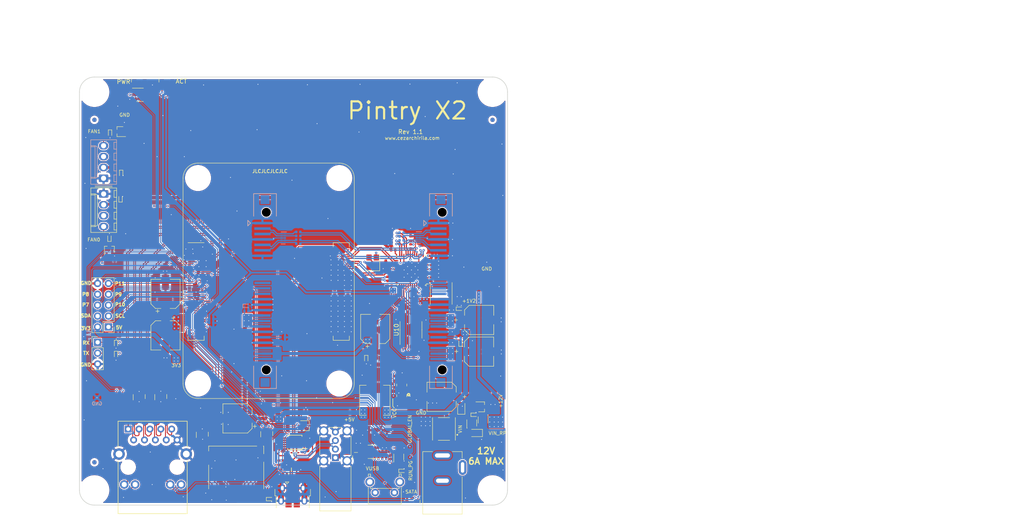
<source format=kicad_pcb>
(kicad_pcb (version 20211014) (generator pcbnew)
  (layers (0 "F.Cu" jumper) (1 "In1.Cu" signal) (2 "In2.Cu" signal) (31 "B.Cu" signal) (34 "B.Paste" user) (35 "F.Paste" user) (36 "B.SilkS" user "B.Silkscreen") (37 "F.SilkS" user "F.Silkscreen") (38 "B.Mask" user) (39 "F.Mask" user) (44 "Edge.Cuts" user))
  (property "DrawnBy" "Cezar Chirila")
  (property "RevNum" "1.1")
  (net 0 "")
  (net 1 "+3V3")
  (net 2 "GND")
  (net 3 "+5V")
  (net 4 "Net-(C6-Pad1)")
  (net 5 "Net-(C9-Pad1)")
  (net 6 "/CM4-ETH-GPIO/PI_POWER_SW")
  (net 7 "Net-(C16-Pad1)")
  (net 8 "Net-(C17-Pad1)")
  (net 9 "Net-(C18-Pad1)")
  (net 10 "Net-(C18-Pad2)")
  (net 11 "/CM4-USB-PCIe/PCIe_RX_P")
  (net 12 "Net-(C19-Pad2)")
  (net 13 "/CM4-USB-PCIe/PCIe_RX_N")
  (net 14 "Net-(C20-Pad2)")
  (net 15 "+1V2")
  (net 16 "Net-(C41-Pad1)")
  (net 17 "Net-(C42-Pad1)")
  (net 18 "Net-(C43-Pad1)")
  (net 19 "Net-(C44-Pad1)")
  (net 20 "/PCIe to SATA/STX_1_P")
  (net 21 "/PCIe to SATA/SATA1_TX_P")
  (net 22 "/PCIe to SATA/STX_1_N")
  (net 23 "/PCIe to SATA/SATA1_TX_N")
  (net 24 "/PCIe to SATA/SATA1_RX_N")
  (net 25 "/PCIe to SATA/SATA1_RX_P")
  (net 26 "/PCIe to SATA/STX_0_P")
  (net 27 "/PCIe to SATA/SATA0_TX_P")
  (net 28 "/PCIe to SATA/STX_0_N")
  (net 29 "/PCIe to SATA/SATA0_TX_N")
  (net 30 "/PCIe to SATA/SRX_0_N")
  (net 31 "/PCIe to SATA/SATA0_RX_N")
  (net 32 "/PCIe to SATA/SRX_0_P")
  (net 33 "/PCIe to SATA/SATA0_RX_P")
  (net 34 "+12V")
  (net 35 "Net-(C59-Pad1)")
  (net 36 "Net-(C60-Pad1)")
  (net 37 "Net-(C60-Pad2)")
  (net 38 "VCC")
  (net 39 "/CM4-USB-PCIe/VBUS_MICRO")
  (net 40 "/CM4-USB-PCIe/USB2_P")
  (net 41 "/CM4-USB-PCIe/USB1_P")
  (net 42 "/CM4-USB-PCIe/USB2_N")
  (net 43 "/CM4-USB-PCIe/USB1_N")
  (net 44 "Net-(D8-Pad1)")
  (net 45 "Net-(D9-Pad1)")
  (net 46 "/CM4-ETH-GPIO/RXD0")
  (net 47 "/CM4-ETH-GPIO/TXD0")
  (net 48 "Net-(D15-Pad1)")
  (net 49 "Net-(D16-Pad1)")
  (net 50 "/PCIe to SATA/SATA_LED")
  (net 51 "Net-(D17-Pad2)")
  (net 52 "Net-(C21-Pad1)")
  (net 53 "Net-(D24-Pad2)")
  (net 54 "Net-(D26-Pad1)")
  (net 55 "Net-(FL1-Pad1)")
  (net 56 "Net-(FL1-Pad2)")
  (net 57 "Net-(FL1-Pad4)")
  (net 59 "/CM4-ETH-GPIO/ETH_0_P")
  (net 60 "/CM4-ETH-GPIO/ETH_0_N")
  (net 61 "/CM4-ETH-GPIO/ETH_1_P")
  (net 62 "/CM4-ETH-GPIO/ETH_1_N")
  (net 63 "/CM4-ETH-GPIO/ETH_2_P")
  (net 64 "/CM4-ETH-GPIO/ETH_2_N")
  (net 65 "/CM4-ETH-GPIO/ETH_3_P")
  (net 66 "/CM4-ETH-GPIO/ETH_3_N")
  (net 67 "Net-(J3-Pad12)")
  (net 68 "Net-(J3-Pad14)")
  (net 69 "/CM4-ETH-GPIO/SD_DAT1")
  (net 71 "/CM4-ETH-GPIO/SD_DAT0")
  (net 72 "/CM4-ETH-GPIO/SD_CLK")
  (net 73 "/CM4-ETH-GPIO/SD_CMD")
  (net 74 "/CM4-ETH-GPIO/SD_DAT3")
  (net 75 "/CM4-ETH-GPIO/SD_DAT2")
  (net 77 "/CM4-ETH-GPIO/GPIO10")
  (net 78 "/CM4-ETH-GPIO/GPIO9")
  (net 79 "/CM4-ETH-GPIO/GPIO11")
  (net 80 "/CM4-ETH-GPIO/GPIO7")
  (net 81 "/CM4-ETH-GPIO/SCL1")
  (net 82 "/CM4-ETH-GPIO/GPIO8")
  (net 83 "/CM4-ETH-GPIO/SDA1")
  (net 89 "/PCIe to SATA/SPINUP_DISK1")
  (net 93 "/PCIe to SATA/SPINUP_DISK0")
  (net 95 "Net-(L1-Pad2)")
  (net 96 "/CM4-ETH-GPIO/ETH_LEDY")
  (net 98 "/CM4-ETH-GPIO/ETH_LEDG")
  (net 102 "/CM4-ETH-GPIO/ACT_LED")
  (net 106 "/CM4-ETH-GPIO/FAN1_PWM")
  (net 109 "/CM4-ETH-GPIO/FAN0_PWM")
  (net 134 "/CM4-ETH-GPIO/RUN_PG")
  (net 135 "/CM4-ETH-GPIO/~{RPIBOOT}")
  (net 137 "/CM4-ETH-GPIO/PWR_LED")
  (net 140 "/CM4-ETH-GPIO/GLOBAL_EN")
  (net 142 "/CM4-USB-PCIe/USB_OTG")
  (net 144 "/CM4-USB-PCIe/USB_N")
  (net 146 "/CM4-USB-PCIe/USB_P")
  (net 148 "/CM4-USB-PCIe/~{PCIe_RST}")
  (net 149 "/CM4-USB-PCIe/PCIe_CLK_P")
  (net 151 "/CM4-USB-PCIe/PCIe_CLK_N")
  (net 155 "/CM4-USB-PCIe/PCIe_TX_P")
  (net 157 "/CM4-USB-PCIe/PCIe_TX_N")
  (net 210 "Net-(Q1-Pad1)")
  (net 211 "Net-(Q2-Pad1)")
  (net 212 "Net-(Q6-Pad1)")
  (net 213 "Net-(C21-Pad2)")
  (net 214 "Net-(R1-Pad2)")
  (net 215 "Net-(R5-Pad2)")
  (net 216 "/PCIe to SATA/SPI_MOSI")
  (net 217 "/PCIe to SATA/PREXT")
  (net 218 "/PCIe to SATA/SREXT")
  (net 219 "/PCIe to SATA/SPI_MISO")
  (net 220 "Net-(R18-Pad2)")
  (net 221 "Net-(R21-Pad2)")
  (net 222 "Net-(R22-Pad1)")
  (net 223 "Net-(R23-Pad2)")
  (net 224 "Net-(R24-Pad2)")
  (net 225 "Net-(R26-Pad1)")
  (net 226 "Net-(R29-Pad2)")
  (net 230 "/PCIe to SATA/SPI_CLK")
  (net 231 "/PCIe to SATA/SPI_CS")
  (net 234 "unconnected-(U5-Pad1)")
  (net 235 "unconnected-(U6-Pad5)")
  (net 236 "Net-(Q3-Pad1)")
  (net 237 "Net-(J5-Pad1)")
  (net 238 "Net-(J5-Pad2)")
  (net 239 "/PCIe to SATA/SRX_1_N")
  (net 240 "/PCIe to SATA/SRX_1_P")
  (net 241 "Net-(C12-Pad1)")
  (footprint "Diode_SMD:D_SOD-923" (layer "F.Cu") (at 79.75 132.55 -90)
    (fp_text reference "D13")
    (fp_text value "DF2S16FS,L3M" hide)
  )
  (footprint "PintryParts-Footprints:TestPoint_Pad_D1.0mm" (layer "F.Cu") (at 168.45 188 180)
    (fp_text reference "TP5")
    (fp_text value "+12V")
  )
  (footprint "Package_SON:USON-10_2.5x1.0mm_P0.5mm" (layer "F.Cu") (at 89 184.635 90)
    (fp_text reference "U2")
    (fp_text value "TPD4EUSB30" hide)
  )
  (footprint "PintryParts-Footprints:R_0402_1005Metric" (layer "F.Cu") (at 160.7 188.45 90)
    (fp_text reference "R27")
    (fp_text value "4K7" hide)
  )
  (footprint "PintryParts-Footprints:TestPoint_Pad_D1.0mm" (layer "F.Cu") (at 75.7 122.7)
    (fp_text reference "TP9")
    (fp_text value "FAN1")
  )
  (footprint "Package_TO_SOT_SMD:SOT-23-5" (layer "F.Cu") (at 138.2 197.55 180)
    (fp_text reference "U15")
    (fp_text value "MIC2005-0.5LYM5" hide)
  )
  (footprint "PintryParts-Footprints:R_0402_1005Metric" (layer "F.Cu") (at 77.7 152.5)
    (fp_text reference "R10")
    (fp_text value "100K" hide)
  )
  (footprint "PintryParts-Footprints:C_0402_1005Metric" (layer "F.Cu") (at 116.65 196.3 90)
    (fp_text reference "C2")
    (fp_text value "0.1uF" hide)
  )
  (footprint "Capacitor_SMD:CP_Elec_6.3x5.4" (layer "F.Cu") (at 106.925 189.75 180)
    (fp_text reference "C49")
    (fp_text value "865080443007" hide)
  )
  (footprint "PintryParts-Footprints:R_0402_1005Metric" (layer "F.Cu") (at 145.7 185.95 90)
    (fp_text reference "R30")
    (fp_text value "30K1" hide)
  )
  (footprint "Package_SON:USON-10_2.5x1.0mm_P0.5mm" (layer "F.Cu") (at 98.7 193.435 90)
    (fp_text reference "U6")
    (fp_text value "TPD4EUSB30" hide)
  )
  (footprint "PintryParts-Footprints:C_0402_1005Metric" (layer "F.Cu") (at 114.45 206.7)
    (fp_text reference "C15")
    (fp_text value "0.1uF" hide)
  )
  (footprint "PintryParts-Footprints:DLW5BTM101SQ2L" (layer "F.Cu") (at 155.15 192.2 -90)
    (fp_text reference "FL1")
    (fp_text value "DLW5BTM101SQ2L" hide)
  )
  (footprint "PintryParts-Footprints:R_0402_1005Metric" (layer "F.Cu") (at 78.7 184.65 -90)
    (fp_text reference "R3")
    (fp_text value "470R" hide)
  )
  (footprint "PintryParts-Footprints:TestPoint_Pad_D1.0mm" (layer "F.Cu") (at 165.15 153.25)
    (fp_text reference "TP6")
    (fp_text value "GND")
  )
  (footprint "Capacitor_SMD:CP_Elec_6.3x5.4" (layer "F.Cu") (at 163.375 166.75)
    (fp_text reference "C55")
    (fp_text value "865080443007" hide)
  )
  (footprint "PintryParts-Footprints:R_0402_1005Metric" (layer "F.Cu") (at 166.1 187.7 90)
    (fp_text reference "R31")
    (fp_text value "100k" hide)
  )
  (footprint "PintryParts-Footprints:R_0402_1005Metric" (layer "F.Cu") (at 116.6 200.1 90)
    (fp_text reference "R2")
    (fp_text value "4K7" hide)
  )
  (footprint "Capacitor_SMD:CP_Elec_6.3x5.4" (layer "F.Cu") (at 139.1 168.85 90)
    (fp_text reference "C50")
    (fp_text value "865080443007" hide)
  )
  (footprint "PintryParts-Footprints:C_0402_1005Metric" (layer "F.Cu") (at 152.7575 154.9175)
    (fp_text reference "C28")
    (fp_text value "0.1uF" hide)
  )
  (footprint "PintryParts-Footprints:C_0402_1005Metric" (layer "F.Cu") (at 71.9 170.2 -90)
    (fp_text reference "C68")
    (fp_text value "10uF" hide)
  )
  (footprint "PintryParts-Footprints:C_0805_2012Metric" (layer "F.Cu") (at 148.75 183.3 -90)
    (fp_text reference "C58")
    (fp_text value "22uF" hide)
  )
  (footprint "Diode_SMD:D_SOD-923" (layer "F.Cu") (at 78.55 174.85 -90)
    (fp_text reference "D12")
    (fp_text value "D3V3M1U259-7" hide)
  )
  (footprint "PintryParts-Footprints:MountingHole_3.2mm_M3" (layer "F.Cu") (at 166.5 113.5)
    (fp_text reference "H3" hide)
    (fp_text value "M3 MountingHole " hide)
  )
  (footprint "PintryParts-Footprints:R_0402_1005Metric" (layer "F.Cu") (at 122.35 189.65)
    (fp_text reference "R16")
    (fp_text value "4K7" hide)
  )
  (footprint "PintryParts-Footprints:TestPoint_Pad_D1.0mm" (layer "F.Cu") (at 158.8 162.35)
    (fp_text reference "TP11")
    (fp_text value "+1V2")
  )
  (footprint "PintryParts-Footprints:C_0805_2012Metric" (layer "F.Cu") (at 135.15 199.45 -90)
    (fp_text reference "C6")
    (fp_text value "22uF" hide)
  )
  (footprint "PintryParts-Footprints:R_0402_1005Metric" (layer "F.Cu") (at 81.75 123.9 90)
    (fp_text reference "R7")
    (fp_text value "4K7" hide)
  )
  (footprint "PintryParts-Footprints:R_0402_1005Metric" (layer "F.Cu") (at 89.3 112.3 -90)
    (fp_text reference "R6")
    (fp_text value "1K" hide)
  )
  (footprint "PintryParts-Footprints:C_0402_1005Metric" (layer "F.Cu") (at 143.95 165.4 -90)
    (fp_text reference "C27")
    (fp_text value "0.1uF" hide)
  )
  (footprint "PintryParts-Footprints:USB_Micro-B_Amphenol_10103594-0001LF_Horizontal" (layer "F.Cu") (at 119.84 207.9)
    (fp_text reference "J1")
    (fp_text value "USB_B_Micro" hide)
  )
  (footprint "PintryParts-Footprints:R_0402_1005Metric" (layer "F.Cu") (at 147.35 147.7 90)
    (fp_text reference "R13")
    (fp_text value "12K1" hide)
  )
  (footprint "Diode_SMD:D_SOD-923" (layer "F.Cu") (at 77 147.6 90)
    (fp_text reference "D16")
    (fp_text value "DF2S6.2FS,L3M" hide)
  )
  (footprint "PintryParts-Footprints:C_0402_1005Metric" (layer "F.Cu") (at 141.7 198 90)
    (fp_text reference "C5")
    (fp_text value "10uF" hide)
  )
  (footprint "Button_Switch_THT:SW_Tactile_SPST_Angled_PTS645Vx58-2LFS" (layer "F.Cu") (at 143.585 207.0675 180)
    (fp_text reference "SW1")
    (fp_text value "SW_Push" hide)
  )
  (footprint "PintryParts-Footprints:Vishay_PowerPAK_SC70-6L_Single" (layer "F.Cu") (at 164.3 190.1 -90)
    (fp_text reference "Q7")
    (fp_text value "SIA483DJ" hide)
  )
  (footprint "Package_TO_SOT_SMD:SOT-323_SC-70" (layer "F.Cu") (at 79.5 122.75 180)
    (fp_text reference "Q1")
    (fp_text value "BSS138PW" hide)
  )
  (footprint "PintryParts-Footprints:R_0402_1005Metric" (layer "F.Cu") (at 145.4 180.4 90)
    (fp_text reference "R22")
    (fp_text value "100K" hide)
  )
  (footprint "Diode_SMD:D_SOD-923" (layer "F.Cu") (at 121.6 197.75)
    (fp_text reference "D4")
    (fp_text value "D3V3M1U259-7" hide)
  )
  (footprint "Crystal:Crystal_SMD_3225-4Pin_3.2x2.5mm" (layer "F.Cu") (at 138.5 153.2625 90)
    (fp_text reference "Y1")
    (fp_text value "ECS-200-12-33-AGN-TR" hide)
  )
  (footprint "Diode_SMD:D_SOD-923" (layer "F.Cu") (at 159.025 172.1075 90)
    (fp_text reference "D23")
    (fp_text value "DF2S16FS,L3M" hide)
  )
  (footprint "PintryParts-Footprints:R_0402_1005Metric" (layer "F.Cu") (at 143.5 180.4 90)
    (fp_text reference "R26")
    (fp_text value "100k" hide)
  )
  (footprint "PintryParts-Footprints:QFN-48-1EP_7x7mm_P0.5mm_EP4.025x4.025mm" (layer "F.Cu") (at 147.5375 155.1375 180)
    (fp_text reference "U7")
    (fp_text value "ASM1061" hide)
  )
  (footprint "Diode_SMD:D_SOD-923" (layer "F.Cu") (at 77.15 123.15 -90)
    (fp_text reference "D15")
    (fp_text value "DF2S6.2FS,L3M" hide)
  )
  (footprint "PintryParts-Footprints:L_Taiyo-Yuden_NR-50xx" (layer "F.Cu") (at 154.5 160.55 90)
    (fp_text reference "L1")
    (fp_text value "NRS5030T4R7MMGJ" hide)
  )
  (footprint "PintryParts-Footprints:TestPoint_Pad_D1.0mm" (layer "F.Cu") (at 164.95 193.15)
    (fp_text reference "TP3")
    (fp_text value "VIN_RP")
  )
  (footprint "PintryParts-Footprints:APA2107SECK" (layer "F.Cu") (at 82.85 110.8)
    (fp_text reference "D8")
    (fp_text value "APA2107SECK" hide)
  )
  (footprint "PintryParts-Footprints:R_0402_1005Metric" (layer "F.Cu") (at 146.35 180.4 -90)
    (fp_text reference "R23")
    (fp_text value "100k" hide)
  )
  (footprint "PintryParts-Footprints:C_0402_1005Metric" (layer "F.Cu") (at 144.6 196.65)
    (fp_text reference "C13")
    (fp_text value "0.1uF" hide)
  )
  (footprint "PintryParts-Footprints:C_0402_1005Metric" (layer "F.Cu") (at 80.75 138.4 90)
    (fp_text reference "C17")
    (fp_text value "10uF" hide)
  )
  (footprint "Diode_SMD:D_SOD-923" (layer "F.Cu") (at 137 175.825 -90)
    (fp_text reference "D21")
    (fp_text value "DF2S16FS,L3M" hide)
  )
  (footprint "PintryParts-Footprints:MountingHole_3.2mm_M3" (layer "F.Cu") (at 73.5 113.5)
    (fp_text reference "H4" hide)
    (fp_text value "M3 MountingHole " hide)
  )
  (footprint "Diode_SMD:D_SOD-323" (layer "F.Cu") (at 159.2 187.275 90)
    (fp_text reference "D26")
    (fp_text value "BZX384-B13" hide)
  )
  (footprint "Package_SON:USON-10_2.5x1.0mm_P0.5mm" (layer "F.Cu") (at 83.95 184.65 90)
    (fp_text reference "U1")
    (fp_text value "TPD4EUSB30" hide)
  )
  (footprint "PintryParts-Footprints:Pulse_PA4341" (layer "F.Cu") (at 139 185.5 -90)
    (fp_text reference "L2")
    (fp_text value "PA4341.122NLT" hide)
  )
  (footprint "PintryParts-Footprints:R_0402_1005Metric" (layer "F.Cu") (at 75.79 152.5)
    (fp_text reference "R8")
    (fp_text value "4K7" hide)
  )
  (footprint "Package_SON:USON-10_2.5x1.0mm_P0.5mm" (layer "F.Cu") (at 113.75 193.3 90)
    (fp_text reference "U5")
    (fp_text value "TPD4EUSB30" hide)
  )
  (footprint "PintryParts-Footprints:R_0402_1005Metric" (layer "F.Cu") (at 122.35 188.4)
    (fp_text reference "R35")
    (fp_text value "100k" hide)
  )
  (footprint "PintryParts-Footprints:C_0402_1005Metric" (layer "F.Cu") (at 143.3 150.45 180)
    (fp_text reference "C36")
    (fp_text value "0.1uF" hide)
  )
  (footprint "PintryParts-Footprints:MountingHole_3.2mm_M3" (layer "F.Cu") (at 73.5 206.5)
    (fp_text reference "H2" hide)
    (fp_text value "M3 MountingHole " hide)
  )
  (footprint "PintryParts-Footprints:R_0402_1005Metric" (layer "F.Cu") (at 77.1 174.45)
    (fp_text reference "R20")
    (fp_text value "1K" hide)
  )
  (footprint "PintryParts-Footprints:MountingHole_3.2mm_M3" (layer "F.Cu") (at 166.5 206.5)
    (fp_text reference "H1" hide)
    (fp_text value "M3 MountingHole " hide)
  )
  (footprint "PintryParts-Footprints:L_0603_1608Metric" (layer "F.Cu") (at 158.25 178.15 -90)
    (fp_text reference "FB6")
    (fp_text value "MPZ1608S101ATAH0" hide)
  )
  (footprint "PintryParts-Footprints:R_0402_1005Metric" (layer "F.Cu") (at 147.04 208.2)
    (fp_text reference "R14")
    (fp_text value "1K" hide)
  )
  (footprint "PintryParts-Footprints:C_0402_1005Metric" (layer "F.Cu") (at 147.6575 160.3675 -90)
    (fp_text reference "C38")
    (fp_text value "0.1uF" hide)
  )
  (footprint "PintryParts-Footprints:C_0402_1005Metric" (layer "F.Cu") (at 142.4575 158.7675 180)
    (fp_text reference "C33")
    (fp_text value "0.1uF" hide)
  )
  (footprint "Fiducial:Fiducial_1mm_Mask2mm" (layer "F.Cu") (at 73.5 200)
    (fp_text reference "FID3")
    (fp_text value "Fiducial Top" hide)
  )
  (footprint "Diode_SMD:D_SOD-923" (layer "F.Cu") (at 162.25 188.9)
    (fp_text reference "D25")
    (fp_text value "DF2S16FS,L3M" hide)
  )
  (footprint "Fiducial:Fiducial_1mm_Mask2mm" (layer "F.Cu") (at 166.5 120)
    (fp_text reference "FID1")
    (fp_text value "Fiducial Top" hide)
  )
  (footprint "PintryParts-Footprints:R_0402_1005Metric" (layer "F.Cu") (at 144.45 180.4 -90)
    (fp_text reference "R24")
    (fp_text value "100k" hide)
  )
  (footprint "PintryParts-Footprints:APA2107SECK" (layer "F.Cu") (at 89.3 110.8)
    (fp_text reference "D9")
    (fp_text value "APA2107SECK" hide)
  )
  (footprint "Capacitor_SMD:CP_Elec_6.3x5.4" (layer "F.Cu") (at 90.1 160.65 90)
    (fp_text reference "C10")
    (fp_text value "865080443007" hide)
  )
  (footprint "PintryParts-Footprints:C_0402_1005Metric" (layer "F.Cu") (at 85.75 111.85)
    (fp_text reference "C11")
    (fp_text value "0.1uF" hide)
  )
  (footprint "PintryParts-Footprints:L_0603_1608Metric" (layer "F.Cu") (at 82.15 131.9 -90)
    (fp_text reference "FB1")
    (fp_text value "MPZ1608S101ATAH0" hide)
  )
  (footprint "PintryParts-Footprints:C_0402_1005Metric" (layer "F.Cu") (at 148.6075 160.3675 -90)
    (fp_text reference "C39")
    (fp_text value "0.1uF" hide)
  )
  (footprint "Diode_SMD:D_SOD-923" (layer "F.Cu") (at 120.32 201.7)
    (fp_text reference "D3")
    (fp_text value "D3V3M1U259-7" hide)
  )
  (footprint "Diode_SMD:D_SOD-923" (layer "F.Cu") (at 158.8 164.125)
    (fp_text reference "D22")
    (fp_text value "DF2S6.2FS,L3M" hide)
  )
  (footprint "PintryParts-Footprints:R_0402_1005Metric" (layer "F.Cu") (at 80.1 184.65 -90)
    (fp_text reference "R4")
    (fp_text value "470R" hide)
  )
  (footprint "PintryParts-Footprints:C_0402_1005Metric" (layer "F.Cu") (at 152.7575 152.1175)
    (fp_text reference "C34")
    (fp_text value "0.1uF" hide)
  )
  (footprint "PintryParts-Footprints:C_0402_1005Metric" (layer "F.Cu") (at 114.45 207.65)
    (fp_text reference "C14")
    (fp_text value "10uF" hide)
  )
  (footprint "Fiducial:Fiducial_1mm_Mask2mm" (layer "F.Cu") (at 73.5 120)
    (fp_text reference "FID5")
    (fp_text value "Fiducial Top" hide)
  )
  (footprint "PintryParts-Footprints:R_0402_1005Metric" (layer "F.Cu") (at 141.49 200.9 180)
    (fp_text reference "R36" hide)
    (fp_text value "100K" hide)
  )
  (footprint "PintryParts-Footprints:C_0402_1005Metric" (layer "F.Cu") (at 152.7575 153.0175)
    (fp_text reference "C32")
    (fp_text value "0.1uF" hide)
  )
  (footprint "PintryParts-Footprints:C_0402_1005Metric" (layer "F.Cu") (at 151.2 163.3 -90)
    (fp_text reference "C23")
    (fp_text value "0.1uF" hide)
  )
  (footprint "PintryParts-Footprints:C_0402_1005Metric" (layer "F.Cu") (at 158.775 165.1)
    (fp_text reference "C43")
    (fp_text value "0.1uF" hide)
  )
  (footprint "PintryParts-Footprints:C_0402_1005Metric" (layer "F.Cu") (at 143.8 185.95 -90)
    (fp_text reference "C61")
    (fp_text value "1uF" hide)
  )
  (footprint "Connector_PinHeader_2.54mm:PinHeader_2x05_P2.54mm_Vertical" (layer "F.Cu") (at 76.775 168.375 180)
    (fp_text reference "J6")
    (fp_text value "Expansion" hide)
  )
  (footprint "PintryParts-Footprints:C_0402_1005Metric" (layer "F.Cu") (at 152.7575 156.7675)
    (fp_text reference "C31")
    (fp_text value "0.1uF" hide)
  )
  (footprint "PintryParts-Footprints:C_0402_1005Metric" (layer "F.Cu") (at 140.75 198 90)
    (fp_text reference "C4")
    (fp_text value "0.1uF" hide)
  )
  (footprint "PintryParts-Footprints:R_0402_1005Metric" (layer "F.Cu") (at 150.95 165.4 -90)
    (fp_text reference "R11")
    (fp_text value "4K7" hide)
  )
  (footprint "Diode_SMD:D_SOD-923" (layer "F.Cu") (at 114.45 208.6)
    (fp_text reference "D10")
    (fp_text value "D3V3M1U259-7" hide)
  )
  (footprint "PintryParts-Footprints:Raspberry-Pi-4-Compute-Module" (layer "F.Cu") (at 97.7 181.6)
    (fp_text reference "Module1")
    (fp_text value "ComputeModule4-CM4" hide)
  )
  (footprint "Package_SO:SOIC-8_3.9x4.9mm_P1.27mm" (layer "F.Cu") (at 147.45 169.05 90)
    (fp_text reference "U10")
    (fp_text value "SST25VF512A")
  )
  (footprint "PintryParts-Footprints:C_0402_1005Metric" (layer "F.Cu") (at 81.4 184.65 90)
    (fp_text reference "C9")
    (fp_text value "0.1uF" hide)
  )
  (footprint "Diode_SMD:D_SOD-923" (layer "F.Cu") (at 78.55 172.3 -90)
    (fp_text reference "D11")
    (fp_text value "D3V3M1U259-7" hide)
  )
  (footprint "PintryParts-Footprints:Pulse-JD0-0001NL-0-0-MFG" (layer "F.Cu") (at 87.1 201.2)
    (fp_text reference "J3")
    (fp_text value "JD0-0001NL" hide)
  )
  (footprint "PintryParts-Footprints:C_0805_2012Metric" (layer "F.Cu") (at 141.8 191.55 -90)
    (fp_text reference "C64")
    (fp_text value "22uF" hide)
  )
  (footprint "PintryParts-Footprints:R_0402_1005Metric" (layer "F.Cu") (at 143.45 200.9 180)
    (fp_text reference "R15")
    (fp_text value "100K" hide)
  )
  (footprint "PintryParts-Footprints:C_0402_1005Metric" (layer "F.Cu") (at 142.0075 154.8125 180)
    (fp_text reference "C40")
    (fp_text value "0.1uF" hide)
  )
  (footprint "PintryParts-Footprints:C_0402_1005Metric" (layer "F.Cu") (at 138 175.825 -90)
    (fp_text reference "C42")
    (fp_text value "0.1uF" hide)
  )
  (footprint "PintryParts-Footprints:C_0402_1005Metric" (layer "F.Cu") (at 143.4 182.9 -90)
    (fp_text reference "C60")
    (fp_text value "0.1uF" hide)
  )
  (footprint "Package_TO_SOT_SMD:SOT-323_SC-70" (layer "F.Cu") (at 77 150.25 90)
    (fp_text reference "Q2")
    (fp_text value "BSS138PW" hide)
  )
  (footprint "PintryParts-Footprints:C_0805_2012Metric" (layer "F.Cu") (at 139.05 191.55 -90)
    (fp_text reference "C62")
    (fp_text value "22uF" hide)
  )
  (footprint "PintryParts-Footprints:L_0603_1608Metric" (layer "F.Cu") (at 114.225 189.775)
    (fp_text reference "FB3")
    (fp_text value "MPZ1608S101ATAH0" hide)
  )
  (footprint "Diode_SMD:D_SOD-923" (layer "F.Cu") (at 119.05 197.75 180)
    (fp_text reference "D6")
    (fp_text value "D3V3M1U259-7" hide)
  )
  (footprint "Diode_SMD:D_SOD-323" (layer "F.Cu") (at 162.65 193.15 180)
    (fp_text reference "D24")
    (fp_text value "BZX384-B13" hide)
  )
  (footprint "PintryParts-Footprints:TestPoint_Pad_D1.0mm" (layer "F.Cu") (at 158.85 190.6)
    (fp_text reference "TP1")
    (fp_text value "VIN")
  )
  (footprint "PintryParts-Footprints:R_0402_1005Metric" (layer "F.Cu") (at 146.65 185.95 90)
    (fp_text reference "R29")
    (fp_text value "221K" hide)
  )
  (footprint "PintryParts-Footprints:R_0402_1005Metric" (layer "F.Cu") (at 81.75 122 90)
    (fp_text reference "R9")
    (fp_text value "100K" hide)
  )
  (footprint "PintryParts-Footprints:C_0402_1005Metric" (layer "F.Cu") (at 152.7575 155.8675)
    (fp_text reference "C29")
    (fp_text value "10uF" hide)
  )
  (footprint "PintryParts-Footprints:54-00131" (layer "F.Cu") (at 154.8 198.4)
    (fp_text reference "J11")
    (fp_text value "54-00131" hide)
  )
  (footprint "PintryParts-Footprints:APA2107SECK" (layer "F.Cu") (at 148.8375 209.2 180)
    (fp_text reference "D17")
    (fp_text value "APA2107SECK" hide)
  )
  (footprint "PintryParts-Footprints:TestPoint_Pad_D1.0mm" (layer "F.Cu") (at 137.5 200)
    (fp_text reference "TP14")
    (fp_text value "VUSB")
  )
  (footprint "PintryParts-Footprints:TestPoint_Pad_D1.0mm" (layer "F.Cu") (at 147.2 196.35)
    (fp_text reference "TP8")
    (fp_text value "GLOBAL_EN")
  )
  (footprint "Capacitor_SMD:CP_Elec_6.3x5.4" (layer "F.Cu") (at 90.1 170.35 -90)
    (fp_text reference "C8")
    (fp_text value "865080443007" hide)
  )
  (footprint "PintryParts-Footprints:R_0402_1005Metric" (layer "F.Cu") (at 143.45 201.95 180)
    (fp_text reference "R5")
    (fp_text value "4K7" hide)
  )
  (footprint "Package_TO_SOT_SMD:SOT-323_SC-70" (layer "F.Cu") (at 163.9 187.05)
    (fp_text reference "Q6")
    (fp_text value "BC857BW" hide)
  )
  (footprint "PintryParts-Footprints:R_0402_1005Metric" (layer "F.Cu") (at 83.2 111.85)
    (fp_text reference "R1")
    (fp_text value "1K" hide)
  )
  (footprint "Package_TO_SOT_SMD:SOT-353_SC-70-5" (layer "F.Cu") (at 144.6 198.75 90)
    (fp_text reference "U4")
    (fp_text value "74AHCT1G126" hide)
  )
  (footprint "Connector_Molex:Molex_KK-254_AE-6410-04A_1x04_P2.54mm_Vertical" (layer "F.Cu") (at 75.65 137.3 -90)
    (fp_text reference "J8")
    (fp_text value "Fan" hide)
  )
  (footprint "PintryParts-Footprints:C_0402_1005Metric" (layer "F.Cu") (at 142.4575 157.6175)
    (fp_text reference "C20")
    (fp_text value "0.01uF" hide)
  )
  (footprint "PintryParts-Footprints:TestPoint_Pad_D1.0mm" (layer "F.Cu") (at 149.8 187.05)
    (fp_text reference "TP16")
    (fp_text value "GND")
  )
  (footprint "PintryParts-Footprints:C_0402_1005Metric" (layer "F.Cu") (at 152.7575 153.9675)
    (fp_text reference "C35")
    (fp_text value "0.1uF" hide)
  )
  (footprint "PintryParts-Footprints:L_0603_1608Metric" (layer "F.Cu") (at 139.225 176.4 -90)
    (fp_text reference "FB4")
    (fp_text value "MPZ1608S101ATAH0" hide)
  )
  (footprint "Connector_PinHeader_2.54mm:PinHeader_1x03_P2.54mm_Vertical" (layer "F.Cu") (at 74.25 171.96)
    (fp_text reference "J5")
    (fp_text value "UART" hide)
  )
  (footprint "Package_TO_SOT_SMD:SOT-323_SC-70" (layer "F.Cu") (at 122.95 191.45)
    (fp_text reference "Q3")
    (fp_text value "BSS138PW" hide)
  )
  (footprint "PintryParts-Footprints:C_0402_1005Metric" (layer "F.Cu") (at 80.85 132.45 -90)
    (fp_text reference "C16")
    (fp_text value "10uF" hide)
  )
  (footprint "Diode_SMD:D_SOD-923" (layer "F.Cu") (at 134.6 196.9 90)
    (fp_text reference "D2")
    (fp_text value "DF2S6.2FS,L3M" hide)
  )
  (footprint "PintryParts-Footprints:TestPoint_Pad_D1.0mm" (layer "F.Cu") (at 147.2 198.8)
    (fp_text reference "TP7")
    (fp_text value "RUN_PG")
  )
  (footprint "PintryParts-Footprints:C_0402_1005Metric" (layer "F.Cu") (at 147.3575 149.55 90)
    (fp_text reference "C37")
    (fp_text value "0.1uF" hide)
  )
  (footprint "Diode_SMD:D_SOD-923" (layer "F.Cu") (at 145.4 202)
    (fp_text reference "D7" hide)
    (fp_text value "DF2S6.2FS,L3M" hide)
  )
  (footprint "PintryParts-Footprints:R_0402_1005Metric" (layer "F.Cu") (at 146.8 175 90)
    (fp_text reference "R17")
    (fp_text value "4K7" hide)
  )
  (footprint "PintryParts-Footprints:TestPoint_Pad_D1.0mm" (layer "F.Cu") (at 75.65 147.95)
    (fp_text reference "TP10")
    (fp_text value "FAN0")
  )
  (footprint "Package_SO:MSOP-10_3x3mm_P0.5mm" (layer "F.Cu") (at 120.31 195.35 180)
    (fp_text reference "U14")
    (fp_text value "FSUSB30MUX" hide)
  )
  (footprint "Connector_Card:microSD_HC_Hirose_DM3D-SF" (layer "F.Cu") (at 106.62 202)
    (fp_text reference "J4")
    (fp_text value "DM3D-SF" hide)
  )
  (footprint "PintryParts-Footprints:L_0603_1608Metric" (layer "F.Cu") (at 82.1 138.95 90)
    (fp_text reference "FB2")
    (fp_text value "MPZ1608S101ATAH0" hide)
  )
  (footprint "Diode_SMD:D_SOD-923" (layer "F.Cu") (at 118.05 202.65 180)
    (fp_text reference "D1")
    (fp_text value "DF2S6.2FS,L3M" hide)
  )
  (footprint "PintryParts-Footprints:TestPoint_Pad_D1.0mm" (layer "F.Cu") (at 143.35 184.5 180)
    (fp_text reference "TP2")
    (fp_text value "VCC")
  )
  (footprint "PintryParts-Footprints:C_0402_1005Metric" (layer "F.Cu") (at 141.5625 153.3625 -90)
    (fp_text reference "C18")
    (fp_text value "15pF" hide)
  )
  (footprint "PintryParts-Footprints:C_0402_1005Metric" (layer "F.Cu") (at 158.05 172.025 90)
    (fp_text reference "C44")
    (fp_text value "0.1uF" hide)
  )
  (footprint "PintryParts-Footprints:C_0402_1005Metric" (layer "F.Cu") (at 150.3075 160.3675 -90)
    (fp_text reference "C30")
    (fp_text value "0.1uF" hide)
  )
  (footprint "PintryParts-Footprints:TestPoint_Pad_D1.0mm" (layer "F.Cu") (at 80.5 120.6)
    (fp_text reference "TP17")
    (fp_text value "GND")
  )
  (footprint "PintryParts-Footprints:C_0402_1005Metric" (layer "F.Cu") (at 150.25 163.3 -90)
    (fp_text reference "C24")
    (fp_text value "10uF" hide)
  )
  (footprint "PintryParts-Footprints:R_0402_1005Metric" (layer "F.Cu") (at 160.7 186.55 90)
    (fp_text reference "R28")
    (fp_text value "4K7" hide)
  )
  (footprint "PintryParts-Footprints:C_0402_1005Metric" (layer "F.Cu") (at 79.45 170.05 -90)
    (fp_text reference "C67")
    (fp_text value "10uF" hide)
  )
  (footprint "PintryParts-Footprints:R_0402_1005Metric" (layer "F.Cu") (at 148.05 175 90)
    (fp_text reference "R18")
    (fp_text value "4K7" hide)
  )
  (footprint "Capacitor_SMD:CP_Elec_6.3x5.4" (layer "F.Cu") (at 163.35 174.15)
    (fp_text reference "C56")
    (fp_text value "865080443007" hide)
  )
  (footprint "PintryParts-Footprints:TestPoint_Pad_D1.0mm" (layer "F.Cu") (at 133.2 188.4)
    (fp_text reference "TP4")
    (fp_text value "+5V")
  )
  (footprint "PintryParts-Footprints:USB_A_Amphenol_ICC_73725-11A0BLF_Horizontal" (layer "F.Cu") (at 129.79 198.93 90)
    (fp_text reference "J2")
    (fp_text value "USB_A" hide)
  )
  (footprint "PintryParts-Footprints:V-QFN2030-12 (Type A)" (layer "F.Cu") (at 145.3 183.2 180)
    (fp_text reference "U13")
    (fp_text value "AP62600" hide)
  )
  (footprint "PintryParts-Footprints:C_0402_1005Metric" (layer "F.Cu") (at 145.4 200.9)
    (fp_text reference "C12")
    (fp_text value "0.1uF" hide)
  )
  (footprint "PintryParts-Footprints:C_0402_1005Metric" (layer "F.Cu") (at 142.4575 156.6675)
    (fp_text reference "C19")
    (fp_text value "0.01uF" hide)
  )
  (footprint "PintryParts-Footprints:R_0402_1005Metric" (layer "F.Cu") (at 144.55 160.35 -90)
    (fp_text reference "R12")
    (fp_text value "12K1" hide)
  )
  (footprint "PintryParts-Footprints:C_0402_1005Metric" (layer "F.Cu") (at 167.1 187.7 90)
    (fp_text reference "C65")
    (fp_text value "0.1uF" hide)
  )
  (footprint "Diode_SMD:D_SOD-923" (layer "F.Cu") (at 118.7 201.7 180)
    (fp_text reference "D5")
    (fp_text value "D3V3M1U259-7" hide)
  )
  (footprint "PintryParts-Footprints:C_0402_1005Metric" (layer "F.Cu") (at 161.85 187.4 90)
    (fp_text reference "C21")
    (fp_text value "1uF" hide)
  )
  (footprint "PintryParts-Footprints:L_0603_1608Metric" (layer "F.Cu") (at 158.45 169.125 -90)
    (fp_text reference "FB5")
    (fp_text value "MPZ1608S101ATAH0" hide)
  )
  (footprint "PintryParts-Footprints:R_0402_1005Metric" (layer "F.Cu") (at 77.1 171.9)
    (fp_text reference "R19")
    (fp_text value "1K" hide)
  )
  (footprint "Package_TO_SOT_SMD:SOT-23-5" (layer "F.Cu") (at 84.15 114.15)
    (fp_text reference "U3")
    (fp_text value "SN74LVC1G17" hide)
  )
  (footprint "PintryParts-Footprints:R_0402_1005Metric" (layer "F.Cu") (at 162.6 194.65)
    (fp_text reference "R25")
    (fp_text value "100k" hide)
  )
  (footprint "PintryParts-Footprints:TestPoint_Pad_D1.0mm" (layer "F.Cu") (at 92.6 175.95 180)
    (fp_text reference "TP18")
    (fp_text value "3V3")
  )
  (footprint "PintryParts-Footprints:C_0402_1005Metric" (layer "F.Cu") (at 144.75 185.95 -90)
    (fp_text reference "C59")
    (fp_text value "TBD" hide)
  )
  (footprint "PintryParts-Footprints:Vishay_PowerPAK_SC70-6L_Single" (layer "F.Cu") (at 161.65 190.8 90)
    (fp_text reference "Q5")
    (fp_text value "SIA483DJ" hide)
  )
  (footprint "PintryParts-Footprints:R_0402_1005Metric" (layer "F.Cu") (at 117.6 200.1 -90)
    (fp_text reference "R32")
    (fp_text value "4K7" hide)
  )
  (footprint "PintryParts-Footprints:C_0402_1005Metric" (layer "F.Cu") (at 135.6 196.85 90)
    (fp_text reference "C7")
    (fp_text value "0.1uF" hide)
  )
  (footprint "Capacitor_SMD:CP_Elec_6.3x5.4" (layer "F.Cu") (at 154.6 184.7 180)
    (fp_text reference "C66")
    (fp_text value "865080443007" hide)
  )
  (footprint "Diode_SMD:D_SOD-923" (layer "F.Cu") (at 79.6 138.4 90)
    (fp_text reference "D14")
    (fp_text value "DF2S16FS,L3M" hide)
  )
  (footprint "PintryParts-Footprints:R_0402_1005Metric" (layer "F.Cu") (at 146.2 164.8)
    (fp_text reference "R21")
    (fp_text value "4K7" hide)
  )
  (footprint "PintryParts-Footprints:C_0805_2012Metric" (layer "F.Cu") (at 136.2 191.55 -90)
    (fp_text reference "C63")
    (fp_text value "22uF" hide)
  )
  (footprint "PintryParts-Footprints:C_0402_1005Metric" (layer "F.Cu") (at 147.25 183.2 -90)
    (fp_text reference "C57")
    (fp_text value "0.1uF" hide)
  )
  (footprint "PintryParts-Footprints:TE_1735284-3" (layer "B.Cu") (at 153.6 160 -90)
    (fp_text reference "J10")
    (fp_text value "1735284-3" hide)
  )
  (footprint "Fiducial:Fiducial_1mm_Mask2mm" (layer "B.Cu") (at 73.5 120 180)
    (fp_text reference "FID6")
    (fp_text value "Fiducial Bottom" hide)
  )
  (footprint "PintryParts-Footprints:C_0402_1005Metric" (layer "B.Cu") (at 121.12 148.9 180)
    (fp_text reference "C48")
    (fp_text value "0.01uF" hide)
  )
  (footprint "PintryParts-Footprints:C_0402_1005Metric" (layer "B.Cu") (at 121.12 148 180)
    (fp_text reference "C47")
    (fp_text value "0.01uF" hide)
  )
  (footprint "PintryParts-Footprints:C_0402_1005Metric" (layer "B.Cu") (at 145.25 148.15)
    (fp_text reference "C53")
    (fp_text value "0.01uF" hide)
  )
  (footprint "PintryParts-Footprints:C_0402_1005Metric" (layer "B.Cu") (at 145.25 147.25)
    (fp_text reference "C52")
    (fp_text value "0.01uF" hide)
  )
  (footprint "PintryParts-Footprints:TE_1735284-3" (layer "B.Cu") (at 112.5 160 -90)
    (fp_text reference "J9")
    (fp_text value "1735284-3" hide)
  )
  (footprint "Package_SON:USON-10_2.5x1.0mm_P0.5mm" (layer "B.Cu") (at 117.6 147.6 180)
    (fp_text reference "U11")
    (fp_text value "TPD4EUSB30" hide)
  )
  (footprint "Package_SON:USON-10_2.5x1.0mm_P0.5mm" (layer "B.Cu") (at 149.15 147.55 180)
    (fp_text reference "U12")
    (fp_text value "TPD4EUSB30" hide)
  )
  (footprint "PintryParts-Footprints:C_0402_1005Metric" (layer "B.Cu") (at 121.12 146.2 180)
    (fp_text reference "C45")
    (fp_text value "0.01uF" hide)
  )
  (footprint "Diode_SMD:D_SOD-923" (layer "B.Cu") (at 109 163.45)
    (fp_text reference "D20")
    (fp_text value "DF2S6.2FS,L3M" hide)
  )
  (footprint "Fiducial:Fiducial_1mm_Mask2mm" (layer "B.Cu") (at 73.5 200 180)
    (fp_text reference "FID2")
    (fp_text value "Fiducial Bottom" hide)
  )
  (footprint "PintryParts-Footprints:C_0402_1005Metric" (layer "B.Cu") (at 145.25 149.05)
    (fp_text reference "C54")
    (fp_text value "0.01uF" hide)
  )
  (footprint "PintryParts-Footprints:TestPoint_Pad_D1.0mm" (layer "B.Cu") (at 74.1 184.9 180)
    (fp_text reference "TP15")
    (fp_text value "GND")
  )
  (footprint "PintryParts-Footprints:C_0402_1005Metric" (layer "B.Cu") (at 109 164.625)
    (fp_text reference "C41")
    (fp_text value "0.1uF" hide)
  )
  (footprint "Connector_Molex:Molex_KK-254_AE-6410-04A_1x04_P2.54mm_Vertical" (layer "B.Cu") (at 75.63 133.66 90)
    (fp_text reference "J7")
    (fp_text value "Fan" hide)
  )
  (footprint "PintryParts-Footprints:C_0402_1005Metric" (layer "B.Cu") (at 100.8 166.5)
    (fp_text reference "C1")
    (fp_text value "10uF" hide)
  )
  (footprint "PintryParts-Footprints:C_0402_1005Metric" (layer "B.Cu") (at 121.12 147.1 180)
    (fp_text reference "C46")
    (fp_text value "0.01uF" hide)
  )
  (footprint "PintryParts-Footprints:R_0402_1005Metric" (layer "B.Cu") (at 158.55 170.8)
    (fp_text reference "R34")
    (fp_text value "0R" hide)
  )
  (footprint "PintryParts-Footprints:R_0402_1005Metric" (layer "B.Cu") (at 117.5 170.8)
    (fp_text reference "R33")
    (fp_text value "0R" hide)
  )
  (footprint "PintryParts-Footprints:C_0402_1005Metric" (layer "B.Cu") (at 100.8 167.45)
    (fp_text reference "C3")
    (fp_text value "0.1uF" hide)
  )
  (footprint "PintryParts-Footprints:C_0402_1005Metric" (layer "B.Cu") (at 145.25 146.35)
    (fp_text reference "C51")
    (fp_text value "0.01uF" hide)
  )
  (footprint "Fiducial:Fiducial_1mm_Mask2mm" (layer "B.Cu") (at 166.5 120 180)
    (fp_text reference "FID4")
    (fp_text value "Fiducial Bottom" hide)
  )
  (gr_line (start 143.2 186.9) (end 143.55 187.3) (layer "F.SilkS") (width 0.15))
  (gr_line (start 143.2 185.15) (end 143.2 186.85) (layer "F.SilkS") (width 0.15))
  (gr_arc (start 170 206.5) (mid 168.974874 208.974872) (end 166.500002 209.999998) (layer "Edge.Cuts") (width 0.15))
  (gr_line (start 70 206.5) (end 70 113.5) (layer "Edge.Cuts") (width 0.15))
  (gr_arc (start 73.5 210) (mid 71.025128 208.974874) (end 70.000002 206.500002) (layer "Edge.Cuts") (width 0.15))
  (gr_line (start 73.5 110) (end 166.5 110) (layer "Edge.Cuts") (width 0.15))
  (gr_arc (start 166.5 110) (mid 168.974872 111.025126) (end 169.999998 113.499998) (layer "Edge.Cuts") (width 0.15))
  (gr_line (start 73.5 210) (end 166.5 210) (layer "Edge.Cuts") (width 0.15))
  (gr_arc (start 70 113.5) (mid 71.025126 111.025128) (end 73.499998 110.000002) (layer "Edge.Cuts") (width 0.15))
  (gr_line (start 170 113.5) (end 170 206.5) (layer "Edge.Cuts") (width 0.15))
  (gr_text "Rev ${RevNum}\n\n" (at 147.35 123.6) (layer "F.SilkS") (effects (font (size 1 1))))
  (gr_text "P7" (at 71.45 163.2) (layer "F.SilkS") (effects (font (size 0.8 0.8) (thickness 0.2))))
  (gr_text "P9" (at 79.1 160.8) (layer "F.SilkS") (effects (font (size 0.8 0.8) (thickness 0.2))))
  (gr_text "SATA" (at 147.5 206.9) (layer "F.SilkS") (effects (font (size 0.8 0.8) (thickness 0.12))))
  (gr_text "GND\n" (at 71.5 177.21) (layer "F.SilkS") (effects (font (size 0.8 0.8) (thickness 0.2))))
  (gr_text "RX" (at 71.55 172.1) (layer "F.SilkS") (effects (font (size 0.8 0.8) (thickness 0.2))))
  (gr_text "TX\n" (at 71.55 174.5) (layer "F.SilkS") (effects (font (size 0.8 0.8) (thickness 0.2))))
  (gr_text "P10" (at 79.5 163.15) (layer "F.SilkS") (effects (font (size 0.8 0.8) (thickness 0.2))))
  (gr_text "P11" (at 79.45 158.25) (layer "F.SilkS") (effects (font (size 0.8 0.8) (thickness 0.2))))
  (gr_text "PWR\n" (at 80.3 111.1) (layer "F.SilkS") (effects (font (size 1 1))))
  (gr_text "SDA" (at 71.5 165.75) (layer "F.SilkS") (effects (font (size 0.8 0.8) (thickness 0.2))))
  (gr_text "3V3" (at 71.5 168.7) (layer "F.SilkS") (effects (font (size 0.8 0.8) (thickness 0.2))))
  (gr_text "GND" (at 71.55 158.15) (layer "F.SilkS") (effects (font (size 0.8 0.8) (thickness 0.2))))
  (gr_text "ACT\n" (at 93.8 111) (layer "F.SilkS") (effects (font (size 1 1))))
  (gr_text "12V\n6A MAX\n" (at 165 198.55) (layer "F.SilkS") (effects (font (size 1.5 1.5) (thickness 0.3))))
  (gr_text "SCL\n" (at 79.5 165.8) (layer "F.SilkS") (effects (font (size 0.8 0.8) (thickness 0.2))))
  (gr_text "Pintry X2\n" (at 146.6 117.85) (layer "F.SilkS") (effects (font (size 4 4) (thickness 0.5))))
  (gr_text "JLCJLCJLCJLC" (at 114.5 132) (layer "F.SilkS") (effects (font (size 0.8 0.8))))
  (gr_text "www.cezarchirila.com\n" (at 147.75 124.25) (layer "F.SilkS") (effects (font (size 0.8 0.8) (thickness 0.12))))
  (gr_text "5V\n" (at 79.25 168.5) (layer "F.SilkS") (effects (font (size 0.8 0.8) (thickness 0.2))))
  (gr_text "P8" (at 71.45 160.75) (layer "F.SilkS") (effects (font (size 0.8 0.8) (thickness 0.2))))
  (segment (start 72.89 169.72) (end 74.235 168.375) (width 0.2) (layer "F.Cu") (net 1))
  (segment (start 85.2875 113.2) (end 87.85 113.2) (width 0.2) (layer "F.Cu") (net 1))
  (segment (start 118.11 196.35) (end 117.08 196.35) (width 0.25) (layer "F.Cu") (net 1))
  (segment (start 99.6 166.5) (end 99.6 166.65) (width 0.25) (layer "F.Cu") (net 1))
  (segment (start 80.455 205.185) (end 82.54 203.1) (width 0.3) (layer "F.Cu") (net 1))
  (segment (start 107.25 209.1) (end 113.4 209.1) (width 0.6) (layer "F.Cu") (net 1))
  (segment (start 148.6075 159.5075) (end 148.2875 159.1875) (width 0.25) (layer "F.Cu") (net 1))
  (segment (start 142.925 160.225) (end 143.6 159.55) (width 0.25) (layer "F.Cu") (net 1))
  (segment (start 99.6 166.5) (end 99.6 165.65) (width 0.25) (layer "F.Cu") (net 1))
  (segment (start 152.1975 153.8875) (end 152.2775 153.9675) (width 0.25) (layer "F.Cu") (net 1))
  (segment (start 150.9875 153.8875) (end 152.1975 153.8875) (width 0.25) (layer "F.Cu") (net 1))
  (segment (start 106.495 207.35) (end 106.495 208.345) (width 0.6) (layer "F.Cu") (net 1))
  (segment (start 143.8575 158.7675) (end 142.9375 158.7675) (width 0.25) (layer "F.Cu") (net 1))
  (segment (start 142.925 160.225) (end 142.85 160.3) (width 0.25) (layer "F.Cu") (net 1))
  (segment (start 144.0875 158.5375) (end 143.8575 158.7675) (width 0.25) (layer "F.Cu") (net 1))
  (segment (start 148.05 175.51) (end 149.01 175.51) (width 0.25) (layer "F.Cu") (net 1))
  (segment (start 143.6 160.25) (end 143.6 159.55) (width 0.5) (layer "F.Cu") (net 1))
  (segment (start 87.85 113.2) (end 87.9 113.15) (width 0.2) (layer "F.Cu") (net 1))
  (segment (start 142.85 160.3) (end 142.9 160.25) (width 0.5) (layer "F.Cu") (net 1))
  (segment (start 142.9 160.25) (end 143.6 160.25) (width 0.5) (layer "F.Cu") (net 1))
  (segment (start 106.495 208.345) (end 107.25 209.1) (width 0.6) (layer "F.Cu") (net 1))
  (segment (start 87.25 110.8) (end 87.9 111.45) (width 0.2) (layer "F.Cu") (net 1))
  (segment (start 89.12 200.88) (end 89.12 203.1) (width 0.3) (layer "F.Cu") (net 1))
  (segment (start 148.6075 159.8875) (end 148.6075 159.5075) (width 0.25) (layer "F.Cu") (net 1))
  (segment (start 142.925 159.55) (end 142.925 159.575) (width 0.25) (layer "F.Cu") (net 1))
  (segment (start 149.01 175.51) (end 149.05 175.55) (width 0.25) (layer "F.Cu") (net 1))
  (segment (start 85.2875 110.8375) (end 85.25 110.8) (width 0.2) (layer "F.Cu") (net 1))
  (segment (start 113.95 206.68) (end 113.97 206.7) (width 0.3) (layer "F.Cu") (net 1))
  (segment (start 143.95 164.15) (end 143.95 164.92) (width 0.25) (layer "F.Cu") (net 1))
  (segment (start 89.4 114.7) (end 87.9 113.2) (width 0.2) (layer "F.Cu") (net 1))
  (segment (start 145.69 164.8) (end 145.545 164.945) (width 0.25) (layer "F.Cu") (net 1))
  (segment (start 142.925 159.575) (end 143.6 160.25) (width 0.25) (layer "F.Cu") (net 1))
  (segment (start 89.12 203.1) (end 91.205 205.185) (width 0.3) (layer "F.Cu") (net 1))
  (segment (start 85.25 110.8) (end 87.25 110.8) (width 0.2) (layer "F.Cu") (net 1))
  (segment (start 150.9875 156.8875) (end 152.1575 156.8875) (width 0.25) (layer "F.Cu") (net 1))
  (segment (start 113.4 209.1) (end 113.95 208.55) (width 0.6) (layer "F.Cu") (net 1))
  (segment (start 147.2875 151.6875) (end 147.2875 152.5875) (width 0.25) (layer "F.Cu") (net 1))
  (segment (start 85.2875 113.2) (end 85.2875 110.8375) (width 0.2) (layer "F.Cu") (net 1))
  (segment (start 142.85 158.855) (end 142.9375 158.7675) (width 0.25) (layer "F.Cu") (net 1))
  (segment (start 91.7 113.25) (end 90.25 114.7) (width 0.2) (layer "F.Cu") (net 1))
  (segment (start 113.95 205.7) (end 113.95 206.68) (width 0.3) (layer "F.Cu") (net 1))
  (segment (start 143.6 159.55) (end 142.925 159.55) (width 0.5) (layer "F.Cu") (net 1))
  (segment (start 142.85 163.05) (end 143.95 164.15) (width 0.25) (layer "F.Cu") (net 1))
  (segment (start 142.85 159.55) (end 142.85 160.225) (width 0.5) (layer "F.Cu") (net 1))
  (segment (start 87.9 111.45) (end 87.9 113.15) (width 0.2) (layer "F.Cu") (net 1))
  (segment (start 142.85 160.3) (end 142.85 163.05) (width 0.25) (layer "F.Cu") (net 1))
  (segment (start 92.6 175.95) (end 92.6 182.1) (width 0.3) (layer "F.Cu") (net 1))
  (segment (start 144.0875 157.8875) (end 144.0875 158.5375) (width 0.25) (layer "F.Cu") (net 1))
  (segment (start 147.2875 152.5875) (end 147.3 152.6) (width 0.25) (layer "F.Cu") (net 1))
  (segment (start 149.35 160.5) (end 149.22 160.5) (width 0.25) (layer "F.Cu") (net 1))
  (segment (start 87.9 113.2) (end 87.9 113.15) (width 0.2) (layer "F.Cu") (net 1))
  (segment (start 149.22 160.5) (end 148.6075 159.8875) (width 0.25) (layer "F.Cu") (net 1))
  (segment (start 145.545 164.945) (end 145.545 166.575) (width 0.25) (layer "F.Cu") (net 1))
  (segment (start 99.6 165.65) (end 99.45 165.5) (width 0.25) (layer "F.Cu") (net 1))
  (segment (start 116.65 197.45) (end 116.65 196.78) (width 0.3) (layer "F.Cu") (net 1))
  (segment (start 90.25 114.7) (end 89.4 114.7) (width 0.2) (layer "F.Cu") (net 1))
  (segment (start 142.85 159.55) (end 142.85 158.855) (width 0.25) (layer "F.Cu") (net 1))
  (segment (start 99.45 165.5) (end 99.15 165.5) (width 0.25) (layer "F.Cu") (net 1))
  (segment (start 71.9 169.72) (end 72.89 169.72) (width 0.2) (layer "F.Cu") (net 1))
  (segment (start 94.75 184.25) (end 94.75 195.25) (width 0.3) (layer "F.Cu") (net 1))
  (segment (start 145.42 164.92) (end 145.5 165) (width 0.25) (layer "F.Cu") (net 1))
  (segment (start 146.8 175.51) (end 148.05 175.51) (width 0.25) (layer "F.Cu") (net 1))
  (segment (start 113.95 208.55) (end 113.95 206.75) (width 0.6) (layer "F.Cu") (net 1))
  (segment (start 147.55 208.2) (end 148.3 208.2) (width 0.25) (layer "F.Cu") (net 1))
  (segment (start 94.75 195.25) (end 89.12 200.88) (width 0.3) (layer "F.Cu") (net 1))
  (segment (start 152.2775 155.8675) (end 152.2775 156.7675) (width 0.5) (layer "F.Cu") (net 1))
  (segment (start 148.2875 159.1875) (end 148.2875 158.5875) (width 0.25) (layer "F.Cu") (net 1))
  (segment (start 82.54 203.1) (end 89.12 203.1) (width 0.3) (layer "F.Cu") (net 1))
  (segment (start 152.1575 156.8875) (end 152.2775 156.7675) (width 0.25) (layer "F.Cu") (net 1))
  (segment (start 99.6 166.65) (end 99.55 166.7) (width 0.25) (layer "F.Cu") (net 1))
  (segment (start 143.95 164.92) (end 145.42 164.92) (width 0.25) (layer "F.Cu") (net 1))
  (segment (start 147.2875 150.1) (end 147.3575 150.03) (width 0.25) (layer "F.Cu") (net 1))
  (segment (start 92.6 182.1) (end 94.75 184.25) (width 0.3) (layer "F.Cu") (net 1))
  (segment (start 91.7 110.8) (end 91.7 113.25) (width 0.2) (layer "F.Cu") (net 1))
  (segment (start 142.925 159.55) (end 142.85 159.55) (width 0.25) (layer "F.Cu") (net 1))
  (segment (start 99.55 166.7) (end 99.15 166.7) (width 0.3) (layer "F.Cu") (net 1))
  (segment (start 117.08 196.35) (end 116.65 196.78) (width 0.25) (layer "F.Cu") (net 1))
  (segment (start 99.45 167.1) (end 99.15 167.1) (width 0.3) (layer "F.Cu") (net 1))
  (segment (start 147.2875 151.6875) (end 147.2875 150.1) (width 0.25) (layer "F.Cu") (net 1))
  (via (at 92.15 175.6) (size 0.55) (drill 0.2) (layers "F.Cu" "B.Cu") (net 1))
  (via (at 99.6 167.25) (size 0.55) (drill 0.2) (layers "F.Cu" "B.Cu") (net 1))
  (via (at 143.95 164.15) (size 0.55) (drill 0.2) (layers "F.Cu" "B.Cu") (net 1))
  (via (at 113.95 205.7) (size 0.55) (drill 0.2) (layers "F.Cu" "B.Cu") (net 1))
  (via (at 142.85 160.3) (size 0.55) (drill 0.2) (layers "F.Cu" "B.Cu") (net 1))
  (via (at 143.6 159.55) (size 0.55) (drill 0.2) (layers "F.Cu" "B.Cu") (net 1))
  (via (at 148.3 208.2) (size 0.55) (drill 0.2) (layers "F.Cu" "B.Cu") (net 1))
  (via (at 116.65 197.45) (size 0.55) (drill 0.2) (layers "F.Cu" "B.Cu") (net 1))
  (via (at 149.35 160.5) (size 0.55) (drill 0.2) (layers "F.Cu" "B.Cu") (net 1))
  (via (at 151.691787 156.735257) (size 0.55) (drill 0.2) (layers "F.Cu" "B.Cu") (net 1))
  (via (at 93 175.6) (size 0.55) (drill 0.2) (layers "F.Cu" "B.Cu") (net 1))
  (via (at 149.05 175.55) (size 0.55) (drill 0.2) (layers "F.Cu" "B.Cu") (net 1))
  (via (at 143.6 160.25) (size 0.55) (drill 0.2) (layers "F.Cu" "B.Cu") (net 1))
  (via (at 93 176.35) (size 0.55) (drill 0.2) (layers "F.Cu" "B.Cu") (net 1))
  (via (at 99.6 166.5) (size 0.55) (drill 0.2) (layers "F.Cu" "B.Cu") (net 1))
  (via (at 147.3 152.6) (size 0.55) (drill 0.2) (layers "F.Cu" "B.Cu") (net 1))
  (via (at 142.85 159.55) (size 0.55) (drill 0.2) (layers "F.Cu" "B.Cu") (net 1))
  (via (at 92.15 176.35) (size 0.55) (drill 0.2) (layers "F.Cu" "B.Cu") (net 1))
  (via (at 90.25 114.7) (size 0.55) (drill 0.2) (layers "F.Cu" "B.Cu") (net 1))
  (via (at 151.7075 153.9175) (size 0.55) (drill 0.2) (layers "F.Cu" "B.Cu") (net 1))
  (segment (start 92.85 175.6) (end 92.15 175.6) (width 1) (layer "B.Cu") (net 1))
  (segment (start 92.15 176.35) (end 93 176.35) (width 1) (layer "B.Cu") (net 1))
  (segment (start 116.55 201.4) (end 113.15 204.8) (width 0.3) (layer "B.Cu") (net 1))
  (segment (start 142.85 160.3) (end 122.9 160.3) (width 0.5) (layer "B.Cu") (net 1))
  (segment (start 90.25 135.85) (end 90.25 114.7) (width 0.5) (layer "B.Cu") (net 1))
  (segment (start 110.1 155.7) (end 100.32 165.48) (width 0.5) (layer "B.Cu") (net 1))
  (segment (start 122.9 160.3) (end 118.3 155.7) (width 0.5) (layer "B.Cu") (net 1))
  (segment (start 142.8 172.9) (end 142.8 165.3) (width 0.25) (layer "B.Cu") (net 1))
  (segment (start 99.6 167.25) (end 100.12 167.25) (width 0.5) (layer "B.Cu") (net 1))
  (segment (start 149.05 175.55) (end 145.45 175.55) (width 0.25) (layer "B.Cu") (net 1))
  (segment (start 124.1 202.4) (end 130.4 208.7) (width 0.3) (layer "B.Cu") (net 1))
  (segment (start 117.520045 202.4) (end 124.1 202.4) (width 0.3) (layer "B.Cu") (net 1))
  (segment (start 113.15 204.8) (end 113.95 205.6) (width 0.3) (layer "B.Cu") (net 1))
  (segment (start 94.9 207.1) (end 97.1 204.8) (width 0.3) (layer "B.Cu") (net 1))
  (segment (start 93 175.6) (end 93 176.35) (width 1) (layer "B.Cu") (net 1))
  (segment (start 87.45 170.2) (end 92.85 175.6) (width 1) (layer "B.Cu") (net 1))
  (segment (start 118.3 155.7) (end 110.1 155.7) (width 0.5) (layer "B.Cu") (net 1))
  (segment (start 92.15 175.6) (end 93 175.6) (width 1) (layer "B.Cu") (net 1))
  (segment (start 91.205 205.185) (end 93.12 207.1) (width 0.3) (layer "B.Cu") (net 1))
  (segment (start 116.55 201.429955) (end 117.520045 202.4) (width 0.3) (layer "B.Cu") (net 1))
  (segment (start 116.55 201.4) (end 116.55 197.55) (width 0.3) (layer "B.Cu") (net 1))
  (segment (start 145.45 175.55) (end 142.8 172.9) (width 0.25) (layer "B.Cu") (net 1))
  (segment (start 99.75 166.65) (end 100.17 166.65) (width 0.5) (layer "B.Cu") (net 1))
  (segment (start 110.1 155.7) (end 90.25 135.85) (width 0.5) (layer "B.Cu") (net 1))
  (segment (start 100.12 167.25) (end 100.32 167.45) (width 0.25) (layer "B.Cu") (net 1))
  (segment (start 93.12 207.1) (end 94.9 207.1) (width 0.3) (layer "B.Cu") (net 1))
  (segment (start 142.8 165.3) (end 143.95 164.15) (width 0.25) (layer "B.Cu") (net 1))
  (segment (start 130.4 208.7) (end 147.8 208.7) (width 0.3) (layer "B.Cu") (net 1))
  (segment (start 116.55 201.4) (end 116.55 201.429955) (width 0.3) (layer "B.Cu") (net 1))
  (segment (start 99.6 166.5) (end 99.75 166.65) (width 0.5) (layer "B.Cu") (net 1))
  (segment (start 74.75 170.2) (end 87.45 170.2) (width 1) (layer "B.Cu") (net 1))
  (segment (start 113.95 205.6) (end 113.95 205.7) (width 0.3) (layer "B.Cu") (net 1))
  (segment (start 92.15 176.35) (end 92.15 175.6) (width 1) (layer "B.Cu") (net 1))
  (segment (start 74.235 169.685) (end 74.75 170.2) (width 1) (layer "B.Cu") (net 1))
  (segment (start 116.55 197.55) (end 116.65 197.45) (width 0.3) (layer "B.Cu") (net 1))
  (segment (start 100.32 165.48) (end 100.32 167.45) (width 0.5) (layer "B.Cu") (net 1))
  (segment (start 97.1 204.8) (end 113.15 204.8) (width 0.3) (layer "B.Cu") (net 1))
  (segment (start 147.8 208.7) (end 148.3 208.2) (width 0.3) (layer "B.Cu") (net 1))
  (segment (start 100.17 166.65) (end 100.32 166.5) (width 0.25) (layer "B.Cu") (net 1))
  (segment (start 74.235 168.375) (end 74.235 169.685) (width 1) (layer "B.Cu") (net 1))
  (segment (start 131.4 152.7) (end 131.3 152.8) (width 0.2) (layer "F.Cu") (net 2))
  (segment (start 139.3 152.1125) (end 139.35 152.1625) (width 0.2) (layer "F.Cu") (net 2))
  (segment (start 145.7875 151.6875) (end 145.7875 153.3975) (width 0.25) (layer "F.Cu") (net 2))
  (segment (start 96.35 150.3) (end 96.45 150.2) (width 0.2) (layer "F.Cu") (net 2))
  (segment (start 147.2875 158.5875) (end 147.2875 157.0375) (width 0.25) (layer "F.Cu") (net 2))
  (segment (start 116.05 195.8) (end 116.63 195.8) (width 0.25) (layer "F.Cu") (net 2))
  (segment (start 116.7 202.85) (end 116.9 202.65) (width 0.25) (layer "F.Cu") (net 2))
  (segment (start 116.63 195.8) (end 116.65 195.82) (width 0.25) (layer "F.Cu") (net 2))
  (segment (start 95.7 150.3) (end 94.9715 150.3) (width 0.2) (layer "F.Cu") (net 2))
  (segment (start 117.524992 201.6) (end 117.624992 201.7) (width 0.25) (layer "F.Cu") (net 2))
  (segment (start 150.9875 153.3875) (end 149.2375 153.3875) (width 0.25) (layer "F.Cu") (net 2))
  (segment (start 148.2875 154.3875) (end 147.5375 155.1375) (width 0.25) (layer "F.Cu") (net 2))
  (segment (start 118.84 209.3) (end 118.855 209.285) (width 0.2) (layer "F.Cu") (net 2))
  (segment (start 140.9625 154.7625) (end 141.4775 154.7625) (width 0.25) (layer "F.Cu") (net 2))
  (segment (start 132.7 152.7) (end 131.4 152.7) (width 0.2) (layer "F.Cu") (net 2))
  (segment (start 139.3375 197.55) (end 141.67 197.55) (width 0.6) (layer "F.Cu") (net 2))
  (segment (start 79.75 132.97) (end 80.81 132.97) (width 0.2) (layer "F.Cu") (net 2))
  (segment (start 148.6075 160.8475) (end 148.6025 160.8475) (width 0.2) (layer "F.Cu") (net 2))
  (segment (start 149.2375 153.3875) (end 149.1575 153.4675) (width 0.25) (layer "F.Cu") (net 2))
  (segment (start 122.715 203.415) (end 122.715 204.525) (width 0.25) (layer "F.Cu") (net 2))
  (segment (start 122.53 209) (end 122.545 209.015) (width 0.2) (layer "F.Cu") (net 2))
  (segment (start 159.2 163.35) (end 159.2 164.105) (width 0.2) (layer "F.Cu") (net 2))
  (segment (start 98.7 193.05) (end 98.7 194.547048) (width 0.25) (layer "F.Cu") (net 2))
  (segment (start 145.77 201.95) (end 145.88 201.84) (width 0.25) (layer "F.Cu") (net 2))
  (segment (start 144.75 186.43) (end 144.75 186.39) (width 0.2) (layer "F.Cu") (net 2))
  (segment (start 116.68 195.85) (end 116.65 195.82) (width 0.25) (layer "F.Cu") (net 2))
  (segment (start 117.655 209.015) (end 118.555 209.015) (width 0.4) (layer "F.Cu") (net 2))
  (segment (start 150.9875 154.3875) (end 148.2875 154.3875) (width 0.25) (layer "F.Cu") (net 2))
  (segment (start 117.65 203.15) (end 117.63 203.13) (width 0.2) (layer "F.Cu") (net 2))
  (segment (start 122.51 194.35) (end 123.78 194.35) (width 0.25) (layer "F.Cu") (net 2))
  (segment (start 144.0875 156.3875) (end 146.2875 156.3875) (width 0.25) (layer "F.Cu") (net 2))
  (segment (start 96.55 151.25) (end 96.3 151.5) (width 0.2) (layer "F.Cu") (net 2))
  (segment (start 162.67 188.9) (end 162.67 188.37) (width 0.25) (layer "F.Cu") (net 2))
  (segment (start 98.78 150.3) (end 98.78 149.72) (width 0.2) (layer "F.Cu") (net 2))
  (segment (start 145.55 184.55) (end 145.55 185.29) (width 0.35) (layer "F.Cu") (net 2))
  (segment (start 118.11 195.85) (end 116.68 195.85) (width 0.25) (layer "F.Cu") (net 2))
  (segment (start 121.7 201.7) (end 121.7 202) (width 0.25) (layer "F.Cu") (net 2))
  (segment (start 118.63 197.75) (end 118.0015 197.75) (width 0.25) (layer "F.Cu") (net 2))
  (segment (start 117.63 203.13) (end 117.63 202.65) (width 0.2) (layer "F.Cu") (net 2))
  (segment (start 147.2875 157.0375) (end 147.5575 156.7675) (width 0.25) (layer "F.Cu") (net 2))
  (segment (start 80.86 120.6) (end 80.5 120.6) (width 0.2) (layer "F.Cu") (net 2))
  (segment (start 118.0015 197.75) (end 117.980365 197.728865) (width 0.25) (layer "F.Cu") (net 2))
  (segment (start 118.39 200.61) (end 118.4 200.6) (width 0.25) (layer "F.Cu") (net 2))
  (segment (start 120.74 201.7) (end 120.74 202.56) (width 0.25) (layer "F.Cu") (net 2))
  (segment (start 137 176.3) (end 137.15 176.45) (width 0.2) (layer "F.Cu") (net 2))
  (segment (start 120.74 201.7) (end 120.74 200.86) (width 0.25) (layer "F.Cu") (net 2))
  (segment (start 81.75 121.49) (end 80.86 120.6) (width 0.2) (layer "F.Cu") (net 2))
  (segment (start 98.7 194.547048) (end 98.7735 194.620548) (width 0.25) (layer "F.Cu") (net 2))
  (segment (start 145.7875 153.3975) (end 145.8575 153.4675) (width 0.25) (layer "F.Cu") (net 2))
  (segment (start 83.95 185.85) (end 83.95 183.45) (width 0.25) (layer "F.Cu") (net 2))
  (segment (start 113.6 191.85) (end 113.75 192) (width 0.25) (layer "F.Cu") (net 2))
  (segment (start 145.55 185.29) (end 145.7 185.44) (width 0.2) (layer "F.Cu") (net 2))
  (segment (start 147.6975 160.8475) (end 148.15 161.3) (width 0.2) (layer "F.Cu") (net 2))
  (segment (start 78.2 151.8) (end 78.21 151.81) (width 0.2) (layer "F.Cu") (net 2))
  (segment (start 132.7 155.1) (end 131.85 155.1) (width 0.2) (layer "F.Cu") (net 2))
  (segment (start 99.25 158.3) (end 99.65 157.9) (width 0.2) (layer "F.Cu") (net 2))
  (segment (start 132.7 153.9) (end 131.8 153.9) (width 0.2) (layer "F.Cu") (net 2))
  (segment (start 71.03 170.68) (end 71 170.65) (width 0.2) (layer "F.Cu") (net 2))
  (segment (start 121.7 201.7) (end 120.74 201.7) (width 0.25) (layer "F.Cu") (net 2))
  (segment (start 121.06 209) (end 122.53 209) (width 0.4) (layer "F.Cu") (net 2))
  (segment (start 78.55 175.27) (end 78.55 176.15) (width 0.2) (layer "F.Cu") (net 2))
  (segment (start 146.2875 156.3875) (end 147.5375 155.1375) (width 0.25) (layer "F.Cu") (net 2))
  (segment (start 149.2875 151.6875) (end 149.2875 153.3375) (width 0.25) (layer "F.Cu") (net 2))
  (segment (start 159.2 164.105) (end 159.22 164.125) (width 0.2) (layer "F.Cu") (net 2))
  (segment (start 147.3875 149.1) (end 147.3575 149.07) (width 0.2) (layer "F.Cu") (net 2))
  (segment (start 143.8 186.43) (end 144.75 186.43) (width 0.3) (layer "F.Cu") (net 2))
  (segment (start 98.78 152.7) (end 99.4 152.7) (width 0.2) (layer "F.Cu") (net 2))
  (segment (start 121.115 203.015) (end 121.115 204.645) (width 0.25) (layer "F.Cu") (net 2))
  (segment (start 131.85 155.1) (end 131.75 155.2) (width 0.2) (layer "F.Cu") (net 2))
  (segment (start 95.7 164.3) (end 95.2 164.3) (width 0.2) (layer "F.Cu") (net 2))
  (segment (start 113.75 192) (end 113.75 192.915) (width 0.25) (layer "F.Cu") (net 2))
  (segment (start 117.6 200.61) (end 118.39 200.61) (width 0.25) (layer "F.Cu") (net 2))
  (segment (start 140.8 196.6) (end 139.3375 196.6) (width 0.2) (layer "F.Cu") (net 2))
  (segment (start 98.78 149.72) (end 98.8 149.7) (width 0.2) (layer "F.Cu") (net 2))
  (segment (start 142.15 149.2) (end 142.15 149.78) (width 0.25) (layer "F.Cu") (net 2))
  (segment (start 122.65 197.75) (end 122.02 197.75) (width 0.25) (layer "F.Cu") (net 2))
  (segment (start 71.9 170.68) (end 71.03 170.68) (width 0.2) (layer "F.Cu") (net 2))
  (segment (start 144.75 186.39) (end 145.7 185.44) (width 0.3) (layer "F.Cu") (net 2))
  (segment (start 94.45 152.7) (end 95.7 152.7) (width 0.2) (layer "F.Cu") (net 2))
  (segment (start 100.925785 151.5) (end 101.05 151.375785) (width 0.2) (layer "F.Cu") (net 2))
  (segment (start 121.115 203.015) (end 122.315 203.015) (width 0.25) (layer "F.Cu") (net 2))
  (segment (start 150.2775 157.8875) (end 149.1575 156.7675) (width 0.25) (layer "F.Cu") (net 2))
  (segment (start 121.115 202.585) (end 121.115 203.015) (width 0.25) (layer "F.Cu") (net 2))
  (segment (start 141.67 197.55) (end 141.7 197.52) (width 0.25) (layer "F.Cu") (net 2))
  (segment (start 148.6075 160.8475) (end 148.86 161.1) (width 0.2) (layer "F.Cu") (net 2))
  (segment (start 80.81 132.97) (end 80.85 132.93) (width 0.2) (layer "F.Cu") (net 2))
  (segment (start 122.315 203.015) (end 122.715 203.415) (width 0.25) (layer "F.Cu") (net 2))
  (segment (start 148.86 161.1) (end 150.055 161.1) (width 0.2) (layer "F.Cu") (net 2))
  (segment (start 141.4775 154.7625) (end 141.5275 154.8125) (width 0.25) (layer "F.Cu") (net 2))
  (segment (start 77.65 151.25) (end 78.2 151.8) (width 0.2) (layer "F.Cu") (net 2))
  (segment (start 120.775 209.285) (end 121.06 209) (width 0.2) (layer "F.Cu") (net 2))
  (segment (start 123.78 194.35) (end 123.8 194.37) (width 0.25) (layer "F.Cu") (net 2))
  (segment (start 79.66 137.92) (end 80.75 137.92) (width 0.2) (layer "F.Cu") (net 2))
  (segment (start 150.9875 157.8875) (end 150.2775 157.8875) (width 0.25) (layer "F.Cu") (net 2))
  (segment (start 139.3 151.1) (end 139.3 152.1125) (width 0.2) (layer "F.Cu") (net 2))
  (segment (start 78.55 172.72) (end 78.55 173.35) (width 0.2) (layer "F.Cu") (net 2))
  (segment (start 149.2875 153.3375) (end 149.1575 153.4675) (width 0.25) (layer "F.Cu") (net 2))
  (segment (start 148.6025 160.8475) (end 148.15 161.3) (width 0.2) (layer "F.Cu") (net 2))
  (segment (start 145.25 199.7) (end 145.85 199.7) (width 0.25) (layer "F.Cu") (net 2))
  (segment (start 118.555 209.015) (end 118.84 209.3) (width 0.4) (layer "F.Cu") (net 2))
  (segment (start 132.7 151.5) (end 131.6 151.5) (width 0.2) (layer "F.Cu") (net 2))
  (segment (start 116.9 202.65) (end 117.63 202.65) (width 0.25) (layer "F.Cu") (net 2))
  (segment (start 80.5 122.1) (end 80.5 120.6) (width 0.2) (layer "F.Cu") (net 2))
  (segment (start 89 183.4) (end 89 185.85) (width 0.25) (layer "F.Cu") (net 2))
  (segment (start 96.3 151.5) (end 95.7 151.5) (width 0.2) (layer "F.Cu") (net 2))
  (segment (start 79.6 137.98) (end 79.66 137.92) (width 0.2) (layer "F.Cu") (net 2))
  (segment (start 137 176.245) (end 137 176.3) (width 0.2) (layer "F.Cu") (net 2))
  (segment (start 94.9715 150.3) (end 94.85 150.1785) (width 0.2) (layer "F.Cu") (net 2))
  (segment (start 117.624992 201.7) (end 118.28 201.7) (width 0.25) (layer "F.Cu") (net 2))
  (segment (start 121.7 202) (end 121.115 202.585) (width 0.25) (layer "F.Cu") (net 2))
  (segment (start 162.67 188.37) (end 162.65 188.35) (width 0.25) (layer "F.Cu") (net 2))
  (segment (start 95.2 164.3) (end 94.9 164.6) (width 0.2) (layer "F.Cu") (net 2))
  (segment (start 147.6575 160.8475) (end 147.6975 160.8475) (width 0.2) (layer "F.Cu") (net 2))
  (segment (start 136.6 153.2) (end 137.7 154.3) (width 0.3) (layer "F.Cu") (net 2))
  (segment (start 145.55 184.55) (end 145.55 183.85) (width 0.35) (layer "F.Cu") (net 2))
  (segment (start 95.7 150.3) (end 96.35 150.3) (width 0.2) (layer "F.Cu") (net 2))
  (segment (start 98.7 192.2) (end 98.7 193.05) (width 0.25) (layer "F.Cu") (net 2))
  (segment (start 145.88 201.84) (end 145.88 200.9) (width 0.25) (layer "F.Cu") (net 2))
  (segment (start 150.055 161.1) (end 150.3075 160.8475) (width 0.2) (layer "F.Cu") (net 2))
  (segment (start 78.21 151.81) (end 78.21 152.5) (width 0.2) (layer "F.Cu") (net 2))
  (segment (start 148 149.1) (end 147.3875 149.1) (width 0.2) (layer "F.Cu") (net 2))
  (segment (start 99.4 152.7) (end 99.6 152.9) (width 0.2) (layer "F.Cu") (net 2))
  (segment (start 98.78 158.3) (end 99.25 158.3) (width 0.2) (layer "F.Cu") (net 2))
  (segment (start 128.9 151.5) (end 128.6 151.8) (width 0.2) (layer "F.Cu") (net 2))
  (segment (start 98.78 151.5) (end 100.925785 151.5) (width 0.2) (layer "F.Cu") (net 2))
  (segment (start 129.62 151.5) (end 128.9 151.5) (width 0.2) (layer "F.Cu") (net 2))
  (segment (start 142.15 149.78) (end 142.82 150.45) (width 0.25) (layer "F.Cu") (net 2))
  (via (at 134.75 192.5) (size 0.55) (drill 0.2) (layers "F.Cu" "B.Cu") (net 2))
  (via (at 149.3 174.1) (size 0.55) (drill 0.2) (layers "F.Cu" "B.Cu") (net 2))
  (via (at 136.05 179.65) (size 0.55) (drill 0.2) (layers "F.Cu" "B.Cu") (net 2))
  (via (at 133.5 162.3) (size 0.55) (drill 0.2) (layers "F.Cu" "B.Cu") (net 2))
  (via (at 98.35 148.25) (size 0.55) (drill 0.2) (layers "F.Cu" "B.Cu") (net 2))
  (via (at 146.9 190.95) (size 0.55) (drill 0.2) (layers "F.Cu" "B.Cu") (net 2))
  (via (at 130.4 163.5) (size 0.55) (drill 0.2) (layers "F.Cu" "B.Cu") (net 2))
  (via (at 96.45 150.2) (size 0.55) (drill 0.2) (layers "F.Cu" "B.Cu") (net 2))
  (via (at 99.6 152.9) (size 0.55) (drill 0.2) (layers "F.Cu" "B.Cu") (net 2))
  (via (at 151 158.75) (size 0.55) (drill 0.2) (layers "F.Cu" "B.Cu") (net 2))
  (via (at 145.4 179.1) (size 0.55) (drill 0.2) (layers "F.Cu" "B.Cu") (net 2))
  (via (at 103.025 188.325) (size 0.55) (drill 0.2) (layers "F.Cu" "B.Cu") (net 2))
  (via (at 120.25 152.35) (size 0.55) (drill 0.2) (layers "F.Cu" "B.Cu") (net 2))
  (via (at 94.45 152.7) (size 0.55) (drill 0.2) (layers "F.Cu" "B.Cu") (net 2))
  (via (at 148.15 161.3) (size 0.55) (drill 0.2) (layers "F.Cu" "B.Cu") (net 2))
  (via (at 128.8 162.3) (size 0.55) (drill 0.2) (layers "F.Cu" "B.Cu") (net 2))
  (via (at 115.175 169.525) (size 0.55) (drill 0.2) (layers "F.Cu" "B.Cu") (net 2))
  (via (at 153.9075 153.9675) (size 0.55) (drill 0.2) (layers "F.Cu" "B.Cu") (net 2))
  (via (at 97.85 162.3) (size 0.55) (drill 0.2) (layers "F.Cu" "B.Cu") (net 2))
  (via (at 157.225 144.125) (size 0.55) (drill 0.2) (layers "F.Cu" "B.Cu") (net 2))
  (via (at 80.5 120.6) (size 0.55) (drill 0.2) (layers "F.Cu" "B.Cu") (net 2))
  (via (at 159.2 161.3) (size 0.55) (drill 0.2) (layers "F.Cu" "B.Cu") (net 2))
  (via (at 153.9075 154.9175) (size 0.55) (drill 0.2) (layers "F.Cu" "B.Cu") (net 2))
  (via (at 90.45 175.6) (size 0.55) (drill 0.2) (layers "F.Cu" "B.Cu") (net 2))
  (via (at 149.85 191.45) (size 0.55) (drill 0.2) (layers "F.Cu" "B.Cu") (net 2))
  (via (at 137.75 162.9) (size 0.55) (drill 0.2) (layers "F.Cu" "B.Cu") (net 2))
  (via (at 148.3575 155.9675) (size 0.55) (drill 0.2) (layers "F.Cu" "B.Cu") (net 2))
  (via (at 75.5 201.5) (size 0.55) (drill 0.2) (layers "F.Cu" "B.Cu") (net 2))
  (via (at 149.85 190.45) (size 0.55) (drill 0.2) (layers "F.Cu" "B.Cu") (net 2))
  (via (at 94.9 164.6) (size 0.55) (drill 0.2) (layers "F.Cu" "B.Cu") (net 2))
  (via (at 71.65 180.95) (size 0.55) (drill 0.2) (layers "F.Cu" "B.Cu") (net 2))
  (via (at 158.25 161.3) (size 0.55) (drill 0.2) (layers "F.Cu" "B.Cu") (net 2))
  (via (at 149.85 189.45) (size 0.55) (drill 0.2) (layers "F.Cu" "B.Cu") (net 2))
  (via (at 133.5 169.5) (size 0.55) (drill 0.2) (layers "F.Cu" "B.Cu") (net 2))
  (via (at 145.8575 156.7675) (size 0.55) (drill 0.2) (layers "F.Cu" "B.Cu") (net 2))
  (via (at 168.9 137.65) (size 0.55) (drill 0.2) (layers "F.Cu" "B.Cu") (net 2))
  (via (at 80.2 133) (size 0.55) (drill 0.2) (layers "F.Cu" "B.Cu") (net 2))
  (via (at 144.65 163.25) (size 0.55) (drill 0.2) (layers "F.Cu" "B.Cu") (net 2))
  (via (at 149.0575 155.0675) (size 0.55) (drill 0.2) (layers "F.Cu" "B.Cu") (net 2))
  (via (at 121.7 201.7) (size 0.55) (drill 0.2) (layers "F.Cu" "B.Cu") (net 2))
  (via (at 150.5 171.5) (size 0.55) (drill 0.2) (layers "F.Cu" "B.Cu") (net 2))
  (via (at 129.15 186.05) (size 0.55) (drill 0.2) (layers "F.Cu" "B.Cu") (net 2))
  (via (at 138.025 177.3) (size 0.55) (drill 0.2) (layers "F.Cu" "B.Cu") (net 2))
  (via (at 150.85 190.45) (size 0.55) (drill 0.2) (layers "F.Cu" "B.Cu") (net 2))
  (via (at 168.95 201.8) (size 0.55) (drill 0.2) (layers "F.Cu" "B.Cu") (net 2))
  (via (at 130.4 169.5) (size 0.55) (drill 0.2) (layers "F.Cu" "B.Cu") (net 2))
  (via (at 118.4 200.6) (size 0.55) (drill 0.2) (layers "F.Cu" "B.Cu") (net 2))
  (via (at 147.5575 156.7675) (size 0.55) (drill 0.2) (layers "F.Cu" "B.Cu") (net 2))
  (via (at 131.9 158.7) (size 0.55) (drill 0.2) (layers "F.Cu" "B.Cu") (net 2))
  (via (at 151.5 186.15) (size 0.55) (drill 0.2) (layers "F.Cu" "B.Cu") (net 2))
  (via (at 144.5 161.55) (size 0.55) (drill 0.2) (layers "F.Cu" "B.Cu") (net 2))
  (via (at 83.95 185.85) (size 0.55) (drill 0.2) (layers "F.Cu" "B.Cu") (net 2))
  (via (at 130.4 157.5) (size 0.55) (drill 0.2) (layers "F.Cu" "B.Cu") (net 2))
  (via (at 148.3 204.7) (size 0.55) (drill 0.2) (layers "F.Cu" "B.Cu") (net 2))
  (via (at 128.8 167.1) (size 0.55) (drill 0.2) (layers "F.Cu" "B.Cu") (net 2))
  (via (at 122.65 197.75) (size 0.55) (drill 0.2) (layers "F.Cu" "B.Cu") (net 2))
  (via (at 99.5 207.2) (size 0.55) (drill 0.2) (layers "F.Cu" "B.Cu") (net 2))
  (via (at 111.5 122.3) (size 0.55) (drill 0.2) (layers "F.Cu" "B.Cu") (net 2))
  (via (at 117.25 169.5) (size 0.55) (drill 0.2) (layers "F.Cu" "B.Cu") (net 2))
  (via (at 123.05 180.95) (size 0.55) (drill 0.2) (layers "F.Cu" "B.Cu") (net 2))
  (via (at 89 183.4) (size 0.55) (drill 0.2) (layers "F.Cu" "B.Cu") (net 2))
  (via (at 99.6 156.3) (size 0.55) (drill 0.2) (layers "F.Cu" "B.Cu") (net 2))
  (via (at 141.85 193.9) (size 0.55) (drill 0.2) (layers "F.Cu" "B.Cu") (net 2))
  (via (at 157.3265 132.630826) (size 0.55) (drill 0.2) (layers "F.Cu" "B.Cu") (net 2))
  (via (at 87.65 160.250011) (size 0.55) (drill 0.2) (layers "F.Cu" "B.Cu") (net 2))
  (via (at 96.65 154.7) (size 0.55) (drill 0.2) (layers "F.Cu" "B.Cu") (net 2))
  (via (at 166.1 186.5) (size 0.55) (drill 0.2) (layers "F.Cu" "B.Cu") (net 2))
  (via (at 145.85 196.65) (size 0.55) (drill 0.2) (layers "F.Cu" "B.Cu") (net 2))
  (via (at 151.25 147.7) (size 0.55) (drill 0.2) (layers "F.Cu" "B.Cu") (net 2))
  (via (at 117.524992 201.6) (size 0.55) (drill 0.2) (layers "F.Cu" "B.Cu") (net 2))
  (via (at 100.9 201.4) (size 0.55) (drill 0.2) (layers "F.Cu" "B.Cu") (net 2))
  (via (at 115.225 164.45) (size 0.55) (drill 0.2) (layers "F.Cu" "B.Cu") (net 2))
  (via (at 80.3 208.2) (size 0.55) (drill 0.2) (layers "F.Cu" "B.Cu") (net 2))
  (via (at 156.45 164.425) (size 0.55) (drill 0.2) (layers "F.Cu" "B.Cu") (net 2))
  (via (at 91.45 142.15) (size 0.55) (drill 0.2) (layers "F.Cu" "B.Cu") (net 2))
  (via (at 131.3 152.8) (size 0.55) (drill 0.2) (layers "F.Cu" "B.Cu") (net 2))
  (via (at 128.8 155.1) (size 0.55) (drill 0.2) (layers "F.Cu" "B.Cu") (net 2))
  (via (at 141.7 196.6) (size 0.55) (drill 0.2) (layers "F.Cu" "B.Cu") (net 2))
  (via (at 156.275 144.1) (size 0.55) (drill 0.2) (layers "F.Cu" "B.Cu") (net 2))
  (via (at 117.980365 197.728865) (size 0.55) (drill 0.2) (layers "F.Cu" "B.Cu") (net 2))
  (via (at 151.9 191.45) (size 0.55) (drill 0.2) (layers "F.Cu" "B.Cu") (net 2))
  (via (at 140.8 196.6) (size 0.55) (drill 0.2) (layers "F.Cu" "B.Cu") (net 2))
  (via (at 144.6 183.8) (size 0.55) (drill 0.2) (layers "F.Cu" "B.Cu") (net 2))
  (via (at 158.25 163.35) (size 0.55) (drill 0.2) (layers "F.Cu" "B.Cu") (net 2))
  (via (at 77.15 124.2) (size 0.55) (drill 0.2) (layers "F.Cu" "B.Cu") (net 2))
  (via (at 135.3 122.85) (size 0.55) (drill 0.2) (layers "F.Cu" "B.Cu") (net 2))
  (via (at 131.75 155.2) (size 0.55) (drill 0.2) (layers "F.Cu" "B.Cu") (net 2))
  (via (at 168.525 167.175) (size 0.55) (drill 0.2) (layers "F.Cu" "B.Cu") (net 2))
  (via (at 163.95 194.65) (size 0.55) (drill 0.2) (layers "F.Cu" "B.Cu") (net 2))
  (via (at 144.3 186.8) (size 0.55) (drill 0.2) (layers "F.Cu" "B.Cu") (net 2))
  (via (at 106.3 204) (size 0.55) (drill 0.2) (layers "F.Cu" "B.Cu") (net 2))
  (via (at 147.35 145.35) (size 0.55) (drill 0.2) (layers "F.Cu" "B.Cu") (net 2))
  (via (at 145.8575 153.4675) (size 0.55) (drill 0.2) (layers "F.Cu" "B.Cu") (net 2))
  (via (at 133.5 167.05) (size 0.55) (drill 0.2) (layers "F.Cu" "B.Cu") (net 2))
  (via (at 138.95 193.65) (size 0.55) (drill 0.2) (layers "F.Cu" "B.Cu") (net 2))
  (via (at 130.4 156.3) (size 0.55) (drill 0.2) (layers "F.Cu" "B.Cu") (net 2))
  (via (at 130.5 152.7) (size 0.55) (drill 0.2) (layers "F.Cu" "B.Cu") (net 2))
  (via (at 145.85 199.7) (size 0.55) (drill 0.2) (layers "F.Cu" "B.Cu") (net 2))
  (via (at 131.9 164.7) (size 0.55) (drill 0.2) (layers "F.Cu" "B.Cu") (net 2))
  (via (at 153.45 186.15) (size 0.55) (drill 0.2) (layers "F.Cu" "B.Cu") (net 2))
  (via (at 128.8 164.7) (size 0.55) (drill 0.2) (layers "F.Cu" "B.Cu") (net 2))
  (via (at 136.55 200.45) (size 0.55) (drill 0.2) (layers "F.Cu" "B.Cu") (net 2))
  (via (at 115.2 163.15) (size 0.55) (drill 0.2) (layers "F.Cu" "B.Cu") (net 2))
  (via (at 140.9625 154.7625) (size 0.55) (drill 0.2) (layers "F.Cu" "B.Cu") (net 2))
  (via (at 130.4 167.1) (size 0.55) (drill 0.2) (layers "F.Cu" "B.Cu") (net 2))
  (via (at 89.6 155.35) (size 0.55) (drill 0.2) (layers "F.Cu" "B.Cu") (net 2))
  (via (at 151.9 190.45) (size 0.55) (drill 0.2) (layers "F.Cu" "B.Cu") (net 2))
  (via (at 128.75 152.7) (size 0.55) (drill 0.2) (layers "F.Cu" "B.Cu") (net 2))
  (via (at 150.95 166.75) (size 0.55) (drill 0.2) (layers "F.Cu" "B.Cu") (net 2))
  (via (at 128.8 157.5) (size 0.55) (drill 0.2) (layers "F.Cu" "B.Cu") (net 2))
  (via (at 130.4 164.7) (size 0.55) (drill 0.2) (layers "F.Cu" "B.Cu") (net 2))
  (via (at 96.65 156.7) (size 0.55) (drill 0.2) (layers "F.Cu" "B.Cu") (net 2))
  (via (at 128.8 168.3) (size 0.55) (drill 0.2) (layers "F.Cu" "B.Cu") (net 2))
  (via (at 131.9 157.5) (size 0.55) (drill 0.2) (layers "F.Cu" "B.Cu") (net 2))
  (via (at 160.17 208.34) (size 0.55) (drill 0.2) (layers "F.Cu" "B.Cu") (net 2))
  (via (at 159.2 163.35) (size 0.55) (drill 0.2) (layers "F.Cu" "B.Cu") (net 2))
  (via (at 128.8 165.9) (size 0.55) (drill 0.2) (layers "F.Cu" "B.Cu") (net 2))
  (via (at 126.65 156.95) (size 0.55) (drill 0.2) (layers "F.Cu" "B.Cu") (net 2))
  (via (at 111.7 198.95) (size 0.55) (drill 0.2) (layers "F.Cu" "B.Cu") (net 2))
  (via (at 139.3 151.1) (size 0.55) (drill 0.2) (layers "F.Cu" "B.Cu") (net 2))
  (via (at 168.7 125.65) (size 0.55) (drill 0.2) (layers "F.Cu" "B.Cu") (net 2))
  (via (at 131.9 168.3) (size 0.55) (drill 0.2) (layers "F.Cu" "B.Cu") (net 2))
  (via (at 80.1 137.9) (size 0.55) (drill 0.2) (layers "F.Cu" "B.Cu") (net 2))
  (via (at 141.2575 158.7675) (size 0.55) (drill 0.2) (layers "F.Cu" "B.Cu") (net 2))
  (via (at 161.8 171.6) (size 0.55) (drill 0.2) (layers "F.Cu" "B.Cu") (net 2))
  (via (at 145.8575 155.0675) (size 0.55) (drill 0.2) (layers "F.Cu" "B.Cu") (net 2))
  (via (at 93.79983 160.250011) (size 0.55) (drill 0.2) (layers "F.Cu" "B.Cu") (net 2))
  (via (at 131.9 162.3) (size 0.55) (drill 0.2) (layers "F.Cu" "B.Cu") (net 2))
  (via (at 123.8 194.37) (size 0.55) (drill 0.2) (layers "F.Cu" "B.Cu") (net 2))
  (via (at 104.75 191.175) (size 0.55) (drill 0.2) (layers "F.Cu" "B.Cu") (net 2))
  (via (at 78.95 116.8) (size 0.55) (drill 0.2) (layers "F.Cu" "B.Cu") (net 2))
  (via (at 137.025 177) (size 0.55) (drill 0.2) (layers "F.Cu" "B.Cu") (net 2))
  (via (at 147.6575 153.4675) (size 0.55) (drill 0.2) (layers "F.Cu" "B.Cu") (net 2))
  (via (at 168.55 174.675) (size 0.55) (drill 0.2) (layers "F.Cu" "B.Cu") (net 2))
  (via (at 87.05 111.85) (size 0.55) (drill 0.2) (layers "F.Cu" "B.Cu") (net 2))
  (via (at 134.65 195.55) (size 0.55) (drill 0.2) (layers "F.Cu" "B.Cu") (net 2))
  (via (at 153.9075 156.7675) (size 0.55) (drill 0.2) (layers "F.Cu" "B.Cu") (net 2))
  (via (at 130.4 162.3) (size 0.55) (drill 0.2) (layers "F.Cu" "B.Cu") (net 2))
  (via (at 77 146.55) (size 0.55) (drill 0.2) (layers "F.Cu" "B.Cu") (net 2))
  (via (at 102.15 167) (size 0.55) (drill 0.2) (layers "F.Cu" "B.Cu") (net 2))
  (via (at 111.7 111.7) (size 0.55) (drill 0.2) (layers "F.Cu" "B.Cu") (net 2))
  (via (at 159.45 186.9) (size 0.55) (drill 0.2) (layers "F.Cu" "B.Cu") (net 2))
  (via (at 106.8 141.3) (size 0.55) (drill 0.2) (layers "F.Cu" "B.Cu") (net 2))
  (via (at 78.55 176.15) (size 0.55) (drill 0.2) (layers "F.Cu" "B.Cu") (net 2))
  (via (at 133.5 159.6485) (size 0.55) (drill 0.2) (layers "F.Cu" "B.Cu") (net 2))
  (via (at 143.95 166.65) (size 0.55) (drill 0.2) (layers "F.Cu" "B.Cu") (net 2))
  (via (at 136.6 153.2) (size 0.55) (drill 0.2) (layers "F.Cu" "B.Cu") (net 2))
  (via (at 156.225 147.925) (size 0.55) (drill 0.2) (layers "F.Cu" "B.Cu") (net 2))
  (via (at 93.85 161.3985) (size 0.55) (drill 0.2) (layers "F.Cu" "B.Cu") (net 2))
  (via (at 100.9 208.75) (size 0.55) (drill 0.2) (layers "F.Cu" "B.Cu") (net 2))
  (via (at 81.75 115.2) (size 0.55) (drill 0.2) (layers "F.Cu" "B.Cu") (net 2))
  (via (at 128.8 153.9) (size 0.55) (drill 0.2) (layers "F.Cu" "B.Cu") (net 2))
  (via (at 128.8 161.15) (size 0.55) (drill 0.2) (layers "F.Cu" "B.Cu") (net 2))
  (via (at 105.55 178.9) (size 0.55) (drill 0.2) (layers "F.Cu" "B.Cu") (net 2))
  (via (at 71.55 150.03) (size 0.55) (drill 0.2) (layers "F.Cu" "B.Cu") (net 2))
  (via (at 71.48 124.13) (size 0.55) (drill 0.2) (layers "F.Cu" "B.Cu") (net 2))
  (via (at 86.55 197.6) (size 0.55) (drill 0.2) (layers "F.Cu" "B.Cu") (net 2))
  (via (at 128.05 143.05) (size 0.55) (drill 0.2) (layers "F.Cu" "B.Cu") (net 2))
  (via (at 101.05 151.375785) (size 0.55) (drill 0.2) (layers "F.Cu" "B.Cu") (net 2))
  (via (at 104.775 188.325) (size 0.55) (drill 0.2) (layers "F.Cu" "B.Cu") (net 2))
  (via (at 116.05 195.8) (size 0.55) (drill 0.2) (layers "F.Cu" "B.Cu") (net 2))
  (via (at 130.7 150.95) (size 0.55) (drill 0.2) (layers "F.Cu" "B.Cu") (net 2))
  (via (at 152.5 186.15) (size 0.55) (drill 0.2) (layers "F.Cu" "B.Cu") (net 2))
  (via (at 104.3 208.85) (size 0.55) (drill 0.2) (layers "F.Cu" "B.Cu") (net 2))
  (via (at 97.9 156.3) (size 0.55) (drill 0.2) (layers "F.Cu" "B.Cu") (net 2))
  (via (at 149.1575 153.4675) (size 0.55) (drill 0.2) (layers "F.Cu" "B.Cu") (net 2))
  (via (at 83.95 183.45) (size 0.55) (drill 0.2) (layers "F.Cu" "B.Cu") (net 2))
  (via (at 103.175 191.1) (size 0.55) (drill 0.2) (layers "F.Cu" "B.Cu") (net 2))
  (via (at 125.512661 120.887596) (size 0.55) (drill 0.2) (layers "F.Cu" "B.Cu") (net 2))
  (via (at 135.65 195.55) (size 0.55) (drill 0.2) (layers "F.Cu" "B.Cu") (net 2))
  (via (at 128.8 163.5) (size 0.55) (drill 0.2) (layers "F.Cu" "B.Cu") (net 2))
  (via (at 78.6 171.2) (size 0.55) (drill 0.2) (layers "F.Cu" "B.Cu") (net 2))
  (via (at 147.2 111.65) (size 0.55) (drill 0.2) (layers "F.Cu" "B.Cu") (net 2))
  (via (at 135.55 111.7) (size 0.55) (drill 0.2) (layers "F.Cu" "B.Cu") (net 2))
  (via (at 157.15 147.925) (size 0.55) (drill 0.2) (layers "F.Cu" "B.Cu") (net 2))
  (via (at 149.5 149.5) (size 0.55) (drill 0.2) (layers "F.Cu" "B.Cu") (net 2))
  (via (at 168.6 195.3) (size 0.55) (drill 0.2) (layers "F.Cu" "B.Cu") (net 2))
  (via (at 133.5 168.3) (size 0.55) (drill 0.2) (layers "F.Cu" "B.Cu") (net 2))
  (via (at 131.9 167.1) (size 0.55) (drill 0.2) (layers "F.Cu" "B.Cu") (net 2))
  (via (at 99.85 157.6) (size 0.55) (drill 0.2) (layers "F.Cu" "B.Cu") (net 2))
  (via (at 87 205.2) (size 0.55) (drill 0.2) (layers "F.Cu" "B.Cu") (net 2))
  (via (at 106.1 168.9) (size 0.55) (drill 0.2) (layers "F.Cu" "B.Cu") (net 2))
  (via (at 131.9 159.6485) (size 0.55) (drill 0.2) (layers "F.Cu" "B.Cu") (net 2))
  (via (at 168.4 179.85) (size 0.55) (drill 0.2) (layers "F.Cu" "B.Cu") (net 2))
  (via (at 114.95 205.7) (size 0.55) (drill 0.2) (layers "F.Cu" "B.Cu") (net 2))
  (via (at 133.5 156.3) (size 0.55) (drill 0.2) (layers "F.Cu" "B.Cu") (net 2))
  (via (at 115.175 172.075) (size 0.55) (drill 0.2) (layers "F.Cu" "B.Cu") (net 2))
  (via (at 151.9 189.45) (size 0.55) (drill 0.2) (layers "F.Cu" "B.Cu") (net 2))
  (via (at 78.55 173.35) (size 0.55) (drill 0.2) (layers "F.Cu" "B.Cu") (net 2))
  (via (at 110.35 164.475) (size 0.55) (drill 0.2) (layers "F.Cu" "B.Cu") (net 2))
  (via (at 140.45 192.55) (size 0.55) (drill 0.2) (layers "F.Cu" "B.Cu") (net 2))
  (via (at 148 149.1) (size 0.55) (drill 0.2) (layers "F.Cu" "B.Cu") (net 2))
  (via (at 99.65 169.5) (size 0.55) (drill 0.2) (layers "F.Cu" "B.Cu") (net 2))
  (via (at 128.8 156.3) (size 0.55) (drill 0.2) (layers "F.Cu" "B.Cu") (net 2))
  (via (at 99.6 154.3) (size 0.55) (drill 0.2) (layers "F.Cu" "B.Cu") (net 2))
  (via (at 143.65 132.55) (size 0.55) (drill 0.2) (layers "F.Cu" "B.Cu") (net 2))
  (via (at 89.5 119) (size 0.55) (drill 0.2) (layers "F.Cu" "B.Cu") (net 2))
  (via (at 162.65 188.35) (size 0.55) (drill 0.2) (layers "F.Cu" "B.Cu") (net 2))
  (via (at 133.5 161.15) (size 0.55) (drill 0.2) (layers "F.Cu" "B.Cu") (net 2))
  (via (at 94.5 151.65) (size 0.55) (drill 0.2) (layers "F.Cu" "B.Cu") (net 2))
  (via (at 143.05 147.7) (size 0.55) (drill 0.2) (layers "F.Cu" "B.Cu") (net 2))
  (via (at 98.7 192.2) (size 0.55) (drill 0.2) (layers "F.Cu" "B.Cu") (net 2))
  (via (at 116.7 202.85) (size 0.55) (drill 0.2) (layers "F.Cu" "B.Cu") (net 2))
  (via (at 130.4 161.1) (size 0.55) (drill 0.2) (layers "F.Cu" "B.Cu") (net 2))
  (via (at 130.4 165.9) (size 0.55) (drill 0.2) (layers "F.Cu" "B.Cu") (net 2))
  (via (at 74.1 184.9) (size 0.55) (drill 0.2) (layers "F.Cu" "B.Cu") (net 2))
  (via (at 128.6 151.8) (size 0.55) (drill 0.2) (layers "F.Cu" "B.Cu") (net 2))
  (via (at 168.05 158.95) (size 0.55) (drill 0.2) (layers "F.Cu" "B.Cu") (net 2))
  (via (at 97.25 160.25) (size 0.55) (drill 0.2) (layers "F.Cu" "B.Cu") (net 2))
  (via (at 131.85 161.1) (size 0.55) (drill 0.2) (layers "F.Cu" "B.Cu") (net 2))
  (via (at 99.7 164.7) (size 0.55) (drill 0.2) (layers "F.Cu" "B.Cu") (net 2))
  (via (at 89.75 175.6) (size 0.55) (drill 0.2) (layers "F.Cu" "B.Cu") (net 2))
  (via (at 148.7 185.4) (size 0.55) (drill 0.2) (layers "F.Cu" "B.Cu") (net 2))
  (via (at 147.5575 155.0675) (size 0.55) (drill 0.2) (layers "F.Cu" "B.Cu") (net 2))
  (via (at 127.4 208.1) (size 0.55) (drill 0.2) (layers "F.Cu" "B.Cu") (net 2))
  (via (at 98.7735 194.620548) (size 0.55) (drill 0.2) (layers "F.Cu" "B.Cu") (net 2))
  (via (at 130.3 172.65) (size 0.55) (drill 0.2) (layers "F.Cu" "B.Cu") (net 2))
  (via (at 94.7 163.1) (size 0.55) (drill 0.2) (layers "F.Cu" "B.Cu") (net 2))
  (via (at 131.55 151.35) (size 0.55) (drill 0.2) (layers "F.Cu" "B.Cu") (net 2))
  (via (at 157.125 151.75) (size 0.55) (drill 0.2) (layers "F.Cu" "B.Cu") (net 2))
  (via (at 98.8 149.7) (size 0.55) (drill 0.2) (layers "F.Cu" "B.Cu") (net 2))
  (via (at 99 111.85) (size 0.55) (drill 0.2) (layers "F.Cu" "B.Cu") (net 2))
  (via (at 131.9 156.3) (size 0.55) (drill 0.2) (layers "F.Cu" "B.Cu") (net 2))
  (via (at 143.1 145.35) (size 0.55) (drill 0.2) (layers "F.Cu" "B.Cu") (net 2))
  (via (at 136.15 193.65) (size 0.55) (drill 0.2) (layers "F.Cu" "B.Cu") (net 2))
  (via (at 117.25 179.8) (size 0.55) (drill 0.2) (layers "F.Cu" "B.Cu") (net 2))
  (via (at 133.5 157.5) (size 0.55) (drill 0.2) (layers "F.Cu" "B.Cu") (net 2))
  (via (at 133.5 164.65) (size 0.55) (drill 0.2) (layers "F.Cu" "B.Cu") (net 2))
  (via (at 115.2 161.925) (size 0.55) (drill 0.2) (layers "F.Cu" "B.Cu") (net 2))
  (via (at 167.1 186.5) (size 0.55) (drill 0.2) (layers "F.Cu" "B.Cu") (net 2))
  (via (at 125.4 184.9515) (size 0.55) (drill 0.2) (layers "F.Cu" "B.Cu") (net 2))
  (via (at 78.2 151.8) (size 0.55) (drill 0.2) (layers "F.Cu" "B.Cu") (net 2))
  (via (at 85.1 125.5) (size 0.55) (drill 0.2) (layers "F.Cu" "B.Cu") (net 2))
  (via (at 157.15 172.05) (size 0.55) (drill 0.2) (layers "F.Cu" "B.Cu") (net 2))
  (via (at 145.85 201.5) (size 0.55) (drill 0.2) (layers "F.Cu" "B.Cu") (net 2))
  (via (at 123.25 111.8) (size 0.55) (drill 0.2) (layers "F.Cu" "B.Cu") (net 2))
  (via (at 90.4 155.35) (size 0.55) (drill 0.2) (layers "F.Cu" "B.Cu") (net 2))
  (via (at 116.95 186.1) (size 0.55) (drill 0.2) (layers "F.Cu" "B.Cu") (net 2))
  (via (at 114.9 209.2) (size 0.55) (drill 0.2) (layers "F.Cu" "B.Cu") (net 2))
  (via (at 97.9 154.3) (size 0.55) (drill 0.2) (layers "F.Cu" "B.Cu") (net 2))
  (via (at 134.498149 184.93775) (size 0.55) (drill 0.2) (layers "F.Cu" "B.Cu") (net 2))
  (via (at 110.325 161.95) (size 0.55) (drill 0.2) (layers "F.Cu" "B.Cu") (net 2))
  (via (at 130.4 168.3) (size 0.55) (drill 0.2) (layers "F.Cu" "B.Cu") (net 2))
  (via (at 98.3 187.35) (size 0.55) (drill 0.2) (layers "F.Cu" "B.Cu") (net 2))
  (via (at 113.6 191.85) (size 0.55) (drill 0.2) (layers "F.Cu" "B.Cu") (net 2))
  (via (at 112.25 183.4) (size 0.55) (drill 0.2) (layers "F.Cu" "B.Cu") (net 2))
  (via (at 99.7 160.25) (size 0.55) (drill 0.2) (layers "F.Cu" "B.Cu") (net 2))
  (via (at 150.77 119.23) (size 0.55) (drill 0.2) (layers "F.Cu" "B.Cu") (net 2))
  (via (at 88.15 128.6) (size 0.55) (drill 0.2) (layers "F.Cu" "B.Cu") (net 2))
  (via (at 115.35 147.8) (size 0.5) (drill 0.2) (layers "F.Cu" "B.Cu") (net 2))
  (via (at 137.3 192.5) (size 0.55) (drill 0.2) (layers "F.Cu" "B.Cu") (net 2))
  (via (at 71.28 134.83) (size 0.55) (drill 0.2) (layers "F.Cu" "B.Cu") (net 2))
  (via (at 131.9 163.5) (size 0.55) (drill 0.2) (layers "F.Cu" "B.Cu") (net 2))
  (via (at 112.5 186.35) (size 0.55) (drill 0.2) (layers "F.Cu" "B.Cu") (net 2))
  (via (at 130.45 153.9) (size 0.55) (drill 0.2) (layers "F.Cu" "B.Cu") (net 2))
  (via (at 110.35 172.075) (size 0.55) (drill 0.2) (layers "F.Cu" "B.Cu") (net 2))
  (via (at 120.95 192.1) (size 0.55) (drill 0.2) (layers "F.Cu" "B.Cu") (net 2))
  (via (at 104.822432 147.810949) (size 0.55) (drill 0.2) (layers "F.Cu" "B.Cu") (net 2))
  (via (at 106.57 199.45) (size 0.55) (drill 0.2) (layers "F.Cu" "B.Cu") (net 2))
  (via (at 146.6575 154.2675) (size 0.55) (drill 0.2) (layers "F.Cu" "B.Cu") (net 2))
  (via (at 128.8 169.5) (size 0.55) (drill 0.2) (layers "F.Cu" "B.Cu") (net 2))
  (via (at 149.1575 156.7675) (size 0.55) (drill 0.2) (layers "F.Cu" "B.Cu") (net 2))
  (via (at 89 185.85) (size 0.55) (drill 0.2) (layers "F.Cu" "B.Cu") (net 2))
  (via (at 96.55 151.25) (size 0.55) (drill 0.2) (layers "F.Cu" "B.Cu") (net 2))
  (via (at 94.85 150.1785) (size 0.55) (drill 0.2) (layers "F.Cu" "B.Cu") (net 2))
  (via (at 150.85 191.45) (size 0.55) (drill 0.2) (layers "F.Cu" "B.Cu") (net 2))
  (via (at 145.7 206.9) (size 0.55) (drill 0.2) (layers "F.Cu" "B.Cu") (net 2))
  (via (at 122.9 187.2) (size 0.55) (drill 0.2) (layers "F.Cu" "B.Cu") (net 2))
  (via (at 159.8 154.4) (size 0.55) (drill 0.2) (layers "F.Cu" "B.Cu") (net 2))
  (via (at 94.25 208.05) (size 0.55) (drill 0.2) (layers "F.Cu" "B.Cu") (net 2))
  (via (at 133.5 158.7) (size 0.55) (drill 0.2) (layers "F.Cu" "B.Cu") (net 2))
  (via (at 71 170.65) (size 0.55) (drill 0.2) (layers "F.Cu" "B.Cu") (net 2))
  (via (at 129.95 206.85) (size 0.55) (drill 0.2) (layers "F.Cu" "B.Cu") (net 2))
  (via (at 156.175 151.75) (size 0.55) (drill 0.2) (layers "F.Cu" "B.Cu") (net 2))
  (via (at 157.1 169.5) (size 0.55) (drill 0.2) (layers "F.Cu" "B.Cu") (net 2))
  (via (at 168.55 173.775) (size 0.55) (drill 0.2) (layers "F.Cu" "B.Cu") (net 2))
  (via (at 110.325 163.225) (size 0.55) (drill 0.2) (layers "F.Cu" "B.Cu") (net 2))
  (via (at 96 122.5) (size 0.55) (drill 0.2) (layers "F.Cu" "B.Cu") (net 2))
  (via (at 168.525 166.275) (size 0.55) (drill 0.2) (layers "F.Cu" "B.Cu") (net 2))
  (via (at 99.75 163.15) (size 0.55) (drill 0.2) (layers "F.Cu" "B.Cu") (net 2))
  (via (at 142.15 149.2) (size 0.55) (drill 0.2) (layers "F.Cu" "B.Cu") (net 2))
  (via (at 97.4 161.275003) (size 0.55) (drill 0.2) (layers "F.Cu" "B.Cu") (net 2))
  (via (at 131.9 169.5) (size 0.55) (drill 0.2) (layers "F.Cu" "B.Cu") (net 2))
  (via (at 110.375 169.525) (size 0.55) (drill 0.2) (layers "F.Cu" "B.Cu") (net 2))
  (via (at 153.9075 155.8675) (size 0.55) (drill 0.2) (layers "F.Cu" "B.Cu") (net 2))
  (via (at 80.8 146.6) (size 0.55) (drill 0.2) (layers "F.Cu" "B.Cu") (net 2))
  (via (at 87.7 156.9) (size 0.55) (drill 0.2) (layers "F.Cu" "B.Cu") (net 2))
  (via (at 105.280879 133.452081) (size 0.55) (drill 0.2) (layers "F.Cu" "B.Cu") (net 2))
  (via (at 94.5 128.6) (size 0.55) (drill 0.2) (layers "F.Cu" "B.Cu") (net 2))
  (via (at 158.25 111.35) (size 0.55) (drill 0.2) (layers "F.Cu" "B.Cu") (net 2))
  (via (at 130.4 155.1) (size 0.55) (drill 0.2) (layers "F.Cu" "B.Cu") (net 2))
  (via (at 156.15 169.5) (size 0.55) (drill 0.2) (layers "F.Cu" "B.Cu") (net 2))
  (via (at 104.2 205.75) (size 0.55) (drill 0.2) (layers "F.Cu" "B.Cu") (net 2))
  (via (at 133.5 165.9) (size 0.55) (drill 0.2) (layers "F.Cu" "B.Cu") (net 2))
  (via (at 149.810889 161.113037) (size 0.55) (drill 0.2) (layers "F.Cu" "B.Cu") (net 2))
  (via (at 92.5 185.15) (size 0.55) (drill 0.2) (layers "F.Cu" "B.Cu") (net 2))
  (via (at 156.2 172.05) (size 0.55) (drill 0.2) (layers "F.Cu" "B.Cu") (net 2))
  (via (at 157.4 164.425) (size 0.55) (drill 0.2) (layers "F.Cu" "B.Cu") (net 2))
  (via (at 150.85 189.45) (size 0.55) (drill 0.2) (layers "F.Cu" "B.Cu") (net 2))
  (via (at 146.6575 155.9675) (size 0.55) (drill 0.2) (layers "F.Cu" "B.Cu") (net 2))
  (via (at 147.25 184.55) (size 0.55) (drill 0.2) (layers "F.Cu" "B.Cu") (net 2))
  (via (at 119.65 134.1) (size 0.55) (drill 0.2) (layers "F.Cu" "B.Cu") (net 2))
  (via (at 133.5 163.5) (size 0.55) (drill 0.2) (layers "F.Cu" "B.Cu") (net 2))
  (via (at 131.9 165.9) (size 0.55) (drill 0.2) (layers "F.Cu" "B.Cu") (net 2))
  (via (at 97.95 152.9) (size 0.55) (drill 0.2) (layers "F.Cu" "B.Cu") (net 2))
  (via (at 143.2 192.55) (size 0.55) (drill 0.2) (layers "F.Cu" "B.Cu") (net 2))
  (via (at 157.752312 126.909581) (size 0.55) (drill 0.2) (layers "F.Cu" "B.Cu") (net 2))
  (via (at 123.15 169.95) (size 0.55) (drill 0.2) (layers "F.Cu" "B.Cu") (net 2))
  (via (at 131.8 153.9) (size 0.55) (drill 0.2) (layers "F.Cu" "B.Cu") (net 2))
  (via (at 165.15 153.25) (size 0.55) (drill 0.2) (layers "F.Cu" "B.Cu") (net 2))
  (via (at 148.4575 154.2675) (size 0.55) (drill 0.2) (layers "F.Cu" "B.Cu") (net 2))
  (via (at 71.1 190.1) (size 0.55) (drill 0.2) (layers "F.Cu" "B.Cu") (net 2))
  (via (at 153.9075 153.0175) (size 0.55) (drill 0.2) (layers "F.Cu" "B.Cu") (net 2))
  (via (at 106.1 176.95) (size 0.55) (drill 0.2) (layers "F.Cu" "B.Cu") (net 2))
  (via (at 101.65 199.65) (size 0.55) (drill 0.2) (layers "F.Cu" "B.Cu") (net 2))
  (via (at 78.45 157.05) (size 0.55) (drill 0.2) (layers "F.Cu" "B.Cu") (net 2))
  (segment (start 153.85 147.935) (end 157.14 147.935) (width 0.6) (layer "B.Cu") (net 2))
  (segment (start 157.14 147.935) (end 157.15 147.925) (width 0.25) (layer "B.Cu") (net 2))
  (segment (start 151.25 147.7) (end 151.485 147.935) (width 0.25) (layer "B.Cu") (net 2))
  (segment (start 153.975 144.125) (end 157.2 144.125) (width 0.6) (layer "B.Cu") (net 2))
  (segment (start 112.75 147.935) (end 115.215 147.935) (width 0.25) (layer "B.Cu") (net 2))
  (segment (start 157.135 172.065) (end 157.15 172.05) (width 0.2) (layer "B.Cu") (net 2))
  (segment (start 157.02 161.905) (end 153.85 161.905) (width 0.6) (layer "B.Cu") (net 2))
  (segment (start 157.12 151.745) (end 157.125 151.75) (width 0.2) (layer "B.Cu") (net 2))
  (segment (start 154.15 164.45) (end 157.375 164.45) (width 0.6) (layer "B.Cu") (net 2))
  (segment (start 157.6 161.325) (end 157.02 161.905) (width 0.6) (layer "B.Cu") (net 2))
  (segment (start 159.175 161.325) (end 157.6 161.325) (width 0.6) (layer "B.Cu") (net 2))
  (segment (start 156.95 163.175) (end 153.85 163.175) (width 0.6) (layer "B.Cu") (net 2))
  (segment (start 157.15 163.375) (end 156.95 163.175) (width 0.6) (layer "B.Cu") (net 2))
  (segment (start 151.1 147.55) (end 151.25 147.7) (width 0.25) (layer "B.Cu") (net 2))
  (segment (start 153.85 172.065) (end 157.135 172.065) (width 0.6) (layer "B.Cu") (net 2))
  (segment (start 148.765 147.55) (end 151.1 147.55) (width 0.25) (layer "B.Cu") (net 2))
  (segment (start 153.85 169.525) (end 157.075 169.525) (width 0.6) (layer "B.Cu") (net 2))
  (segment (start 115.215 147.935) (end 115.35 147.8) (width 0.25) (layer "B.Cu") (net 2))
  (segment (start 159.175 163.375) (end 157.15 163.375) (width 0.6) (layer "B.Cu") (net 2))
  (segment (start 115.55 147.6) (end 115.35 147.8) (width 0.25) (layer "B.Cu") (net 2))
  (segment (start 157.075 169.525) (end 157.1 169.5) (width 0.2) (layer "B.Cu") (net 2))
  (segment (start 153.85 151.745) (end 157.12 151.745) (width 0.6) (layer "B.Cu") (net 2))
  (segment (start 151.515 147.935) (end 153.85 147.935) (width 0.25) (layer "B.Cu") (net 2))
  (segment (start 117.985 147.6) (end 115.55 147.6) (width 0.25) (layer "B.Cu") (net 2))
  (segment (start 151.485 147.935) (end 151.515 147.935) (width 0.25) (layer "B.Cu") (net 2))
  (segment (start 95.7 166.7) (end 94.05 166.7) (width 0.2) (layer "F.Cu") (net 3))
  (segment (start 143.95 197.15) (end 143.95 197.8) (width 0.25) (layer "F.Cu") (net 3))
  (segment (start 142.35 187.8) (end 142.65 187.5) (width 0.2) (layer "F.Cu") (net 3))
  (segment (start 139.85 198.55) (end 139.9 198.5) (width 0.2) (layer "F.Cu") (net 3))
  (segment (start 139.3375 198.5) (end 141.68 198.5) (width 0.6) (layer "F.Cu") (net 3))
  (segment (start 142.57 198.48) (end 143.25 197.8) (width 0.6) (layer "F.Cu") (net 3))
  (segment (start 94.1 165.9) (end 94.025 165.975) (width 0.2) (layer "F.Cu") (net 3))
  (segment (start 141.65 198.53) (end 141.65 199.19) (width 0.5) (layer "F.Cu") (net 3))
  (segment (start 144.12 196.65) (end 144.12 196.98) (width 0.25) (layer "F.Cu") (net 3))
  (segment (start 138.95 199.25) (end 138.95 198.5) (width 0.5) (layer "F.Cu") (net 3))
  (segment (start 141.68 198.5) (end 141.65 198.53) (width 0.5) (layer "F.Cu") (net 3))
  (segment (start 139.85 199.25) (end 139.85 198.55) (width 0.5) (layer "F.Cu") (net 3))
  (segment (start 139 198.5) (end 138.95 198.55) (width 0.25) (layer "F.Cu") (net 3))
  (segment (start 94.125 167.1) (end 94.075 167.15) (width 0.2) (layer "F.Cu") (net 3))
  (segment (start 138.95 198.5) (end 139 198.45) (width 0.2) (layer "F.Cu") (net 3))
  (segment (start 76.775 168.375) (end 78.255 168.375) (width 0.2) (layer "F.Cu") (net 3))
  (segment (start 141.68 198.5) (end 141.7 198.48) (width 0.25) (layer "F.Cu") (net 3))
  (segment (start 142.15 187.8) (end 142.35 187.8) (width 0.2) (layer "F.Cu") (net 3))
  (segment (start 139.3375 198.5) (end 139 198.5) (width 0.25) (layer "F.Cu") (net 3))
  (segment (start 139.3375 198.5) (end 139.85 198.5) (width 0.25) (layer "F.Cu") (net 3))
  (segment (start 133.2 188.4) (end 135.05 188.4) (width 0.2) (layer "F.Cu") (net 3))
  (segment (start 94.15 167.5) (end 94.1 167.45) (width 0.2) (layer "F.Cu") (net 3))
  (segment (start 78.255 168.375) (end 79.45 169.57) (width 0.2) (layer "F.Cu") (net 3))
  (segment (start 146.4 187.5) (end 146.65 187.25) (width 0.2) (layer "F.Cu") (net 3))
  (segment (start 143.4 196.65) (end 144.12 196.65) (width 0.25) (layer "F.Cu") (net 3))
  (segment (start 142.57 198.48) (end 141.7 198.48) (width 0.6) (layer "F.Cu") (net 3))
  (segment (start 141.68 199.22) (end 141.65 199.25) (width 0.25) (layer "F.Cu") (net 3))
  (segment (start 94.05 166.7) (end 93.975 166.625) (width 0.2) (layer "F.Cu") (net 3))
  (segment (start 146.65 187.25) (end 146.65 186.46) (width 0.2) (layer "F.Cu") (net 3))
  (segment (start 143.25 197.8) (end 143.75 197.8) (width 0.6) (layer "F.Cu") (net 3))
  (segment (start 142.65 187.5) (end 146.4 187.5) (width 0.2) (layer "F.Cu") (net 3))
  (segment (start 95.7 167.5) (end 94.15 167.5) (width 0.2) (layer "F.Cu") (net 3))
  (segment (start 144.12 196.98) (end 143.95 197.15) (width 0.25) (layer "F.Cu") (net 3))
  (segment (start 135.05 188.4) (end 135.1 188.35) (width 0.2) (layer "F.Cu") (net 3))
  (segment (start 95.7 166.3) (end 94.175 166.3) (width 0.2) (layer "F.Cu") (net 3))
  (segment (start 95.7 165.9) (end 94.1 165.9) (width 0.2) (layer "F.Cu") (net 3))
  (segment (start 140.75 198.48) (end 140.75 199.25) (width 0.5) (layer "F.Cu") (net 3))
  (segment (start 94.175 166.3) (end 94.15 166.325) (width 0.2) (layer "F.Cu") (net 3))
  (segment (start 95.7 165.5) (end 94.075 165.5) (width 0.2) (layer "F.Cu") (net 3))
  (segment (start 95.7 167.1) (end 94.125 167.1) (width 0.2) (layer "F.Cu") (net 3))
  (segment (start 94.075 165.5) (end 94 165.575) (width 0.25) (layer "F.Cu") (net 3))
  (segment (start 141.65 199.19) (end 141.68 199.22) (width 0.5) (layer "F.Cu") (net 3))
  (via (at 159.675 169.425) (size 0.55) (drill 0.2) (layers "F.Cu" "B.Cu") (net 3))
  (via (at 136.65 189.45) (size 0.55) (drill 0.2) (layers "F.Cu" "B.Cu") (net 3))
  (via (at 116.2 189.4) (size 0.55) (drill 0.2) (layers "F.Cu" "B.Cu") (net 3))
  (via (at 140.75 199.25) (size 0.55) (drill 0.2) (layers "F.Cu" "B.Cu") (net 3))
  (via (at 141.35 187.8) (size 0.55) (drill 0.2) (layers "F.Cu" "B.Cu") (net 3))
  (via (at 116.2 190.25) (size 0.55) (drill 0.2) (layers "F.Cu" "B.Cu") (net 3))
  (via (at 135.85 187.75) (size 0.55) (drill 0.2) (layers "F.Cu" "B.Cu") (net 3))
  (via (at 142.15 189.5) (size 0.55) (drill 0.2) (layers "F.Cu" "B.Cu") (net 3))
  (via (at 93.1 166.1) (size 0.55) (drill 0.2) (layers "F.Cu" "B.Cu") (net 3))
  (via (at 92.2 167.8) (size 0.55) (drill 0.2) (layers "F.Cu" "B.Cu") (net 3))
  (via (at 160.475 169.425) (size 0.55) (drill 0.2) (layers "F.Cu" "B.Cu") (net 3))
  (via (at 139.85 199.25) (size 0.55) (drill 0.2) (layers "F.Cu" "B.Cu") (net 3))
  (via (at 92.2 166.05) (size 0.55) (drill 0.2) (layers "F.Cu" "B.Cu") (net 3))
  (via (at 135.85 188.6) (size 0.55) (drill 0.2) (layers "F.Cu" "B.Cu") (net 3))
  (via (at 93.1 168.7) (size 0.55) (drill 0.2) (layers "F.Cu" "B.Cu") (net 3))
  (via (at 141.35 188.65) (size 0.55) (drill 0.2) (layers "F.Cu" "B.Cu") (net 3))
  (via (at 159.675 170.175) (size 0.55) (drill 0.2) (layers "F.Cu" "B.Cu") (net 3))
  (via (at 160.475 170.175) (size 0.55) (drill 0.2) (layers "F.Cu" "B.Cu") (net 3))
  (via (at 117 190.25) (size 0.55) (drill 0.2) (layers "F.Cu" "B.Cu") (net 3))
  (via (at 93.1 167.85) (size 0.55) (drill 0.2) (layers "F.Cu" "B.Cu") (net 3))
  (via (at 117 189.4) (size 0.55) (drill 0.2) (layers "F.Cu" "B.Cu") (net 3))
  (via (at 142.15 187.8) (size 0.55) (drill 0.2) (layers "F.Cu" "B.Cu") (net 3))
  (via (at 92.2 168.7) (size 0.55) (drill 0.2) (layers "F.Cu" "B.Cu") (net 3))
  (via (at 93.1 166.95) (size 0.55) (drill 0.2) (layers "F.Cu" "B.Cu") (net 3))
  (via (at 92.2 166.9) (size 0.55) (drill 0.2) (layers "F.Cu" "B.Cu") (net 3))
  (via (at 141.65 199.25) (size 0.55) (drill 0.2) (layers "F.Cu" "B.Cu") (net 3))
  (via (at 138.95 199.25) (size 0.55) (drill 0.2) (layers "F.Cu" "B.Cu") (net 3))
  (via (at 142.15 188.65) (size 0.55) (drill 0.2) (layers "F.Cu" "B.Cu") (net 3))
  (via (at 143.4 196.65) (size 0.55) (drill 0.2) (layers "F.Cu" "B.Cu") (net 3))
  (via (at 136.65 187.75) (size 0.55) (drill 0.2) (layers "F.Cu" "B.Cu") (net 3))
  (via (at 141.35 189.5) (size 0.55) (drill 0.2) (layers "F.Cu" "B.Cu") (net 3))
  (via (at 135.85 189.45) (size 0.55) (drill 0.2) (layers "F.Cu" "B.Cu") (net 3))
  (via (at 136.65 188.6) (size 0.55) (drill 0.2) (layers "F.Cu" "B.Cu") (net 3))
  (segment (start 159.675 169.425) (end 160.475 169.425) (width 1.2) (layer "B.Cu") (net 3))
  (segment (start 118.05 188.4) (end 135.85 188.4) (width 1.2) (layer "B.Cu") (net 3))
  (segment (start 141.35 187.7) (end 141.35 189.4) (width 1.2) (layer "B.Cu") (net 3))
  (segment (start 116.2 190.25) (end 116.2 189.4) (width 1.2) (layer "B.Cu") (net 3))
  (segment (start 142.351511 188.448489) (end 155.601511 188.448489) (width 1.2) (layer "B.Cu") (net 3))
  (segment (start 159.675 169.872886) (end 159.826057 170.023943) (width 1.2) (layer "B.Cu") (net 3))
  (segment (start 142.15 187.7) (end 142.15 188.65) (width 1.2) (layer "B.Cu") (net 3))
  (segment (start 159.675 169.425) (end 159.675 169.872886) (width 1.2) (layer "B.Cu") (net 3))
  (segment (start 138.95 199.25) (end 138.95 202.4325) (width 0.3) (layer "B.Cu") (net 3))
  (segment (start 136.7 187.7) (end 136.7 189.4) (width 1.2) (layer "B.Cu") (net 3))
  (segment (start 135.85 188.4) (end 135.9 188.35) (width 1.2) (layer "B.Cu") (net 3))
  (segment (start 116.2 190.25) (end 118.05 188.4) (width 1.2) (layer "B.Cu") (net 3))
  (segment (start 138.95 202.4325) (end 143.585 207.0675) (width 0.3) (layer "B.Cu") (net 3))
  (segment (start 117 189.4) (end 117 190.25) (width 1.2) (layer "B.Cu") (net 3))
  (segment (start 142.15 188.65) (end 142.351511 188.448489) (width 1.2) (layer "B.Cu") (net 3))
  (segment (start 160.2 169.95) (end 159.675 169.425) (width 1.2) (layer "B.Cu") (net 3))
  (segment (start 135.9 187.7) (end 136.7 187.7) (width 1.2) (layer "B.Cu") (net 3))
  (segment (start 142.15 189.4) (end 141.35 189.4) (width 1.2) (layer "B.Cu") (net 3))
  (segment (start 141.35 187.7) (end 142.15 187.7) (width 1.2) (layer "B.Cu") (net 3))
  (segment (start 142.15 187.7) (end 142.15 189.4) (width 1.2) (layer "B.Cu") (net 3))
  (segment (start 136.7 189.4) (end 135.9 189.4) (width 1.2) (layer "B.Cu") (net 3))
  (segment (start 160.2 183.85) (end 160.2 169.95) (width 1.2) (layer "B.Cu") (net 3))
  (segment (start 117 190.25) (end 116.2 190.25) (width 1.2) (layer "B.Cu") (net 3))
  (segment (start 116.2 189.4) (end 117 189.4) (width 1.2) (layer "B.Cu") (net 3))
  (segment (start 160.475 169.425) (end 160.475 170.175) (width 1.2) (layer "B.Cu") (net 3))
  (segment (start 155.601511 188.448489) (end 160.2 183.85) (width 1.2) (layer "B.Cu") (net 3))
  (segment (start 135.9 187.7) (end 135.9 189.4) (width 1.2) (layer "B.Cu") (net 3))
  (segment (start 137.0625 198.5) (end 137.6 198.5) (width 0.8) (layer "F.Cu") (net 4))
  (segment (start 130.27 198.93) (end 130.8 198.4) (width 0.8) (layer "F.Cu") (net 4))
  (segment (start 130.8 198.4) (end 131.35 197.85) (width 0.8) (layer "F.Cu") (net 4))
  (segment (start 134.27 197.33) (end 135.6 197.33) (width 0.6) (layer "F.Cu") (net 4))
  (segment (start 137.0625 198.5) (end 136.38125 197.81875) (width 0.6) (layer "F.Cu") (net 4))
  (segment (start 135.3 198.5) (end 135.15 198.5) (width 0.25) (layer "F.Cu") (net 4))
  (segment (start 137.5 198.6) (end 137.6 198.5) (width 0.25) (layer "F.Cu") (net 4))
  (segment (start 133.75 197.85) (end 134.27 197.33) (width 0.6) (layer "F.Cu") (net 4))
  (segment (start 137.0625 198.5) (end 136 198.5) (width 0.8) (layer "F.Cu") (net 4))
  (segment (start 131.35 197.85) (end 133.75 197.85) (width 0.8) (layer "F.Cu") (net 4))
  (segment (start 133.75 197.85) (end 134.4 198.5) (width 0.8) (layer "F.Cu") (net 4))
  (segment (start 135.6 197.33) (end 135.8925 197.33) (width 0.6) (layer "F.Cu") (net 4))
  (segment (start 134.4 198.5) (end 136 198.5) (width 0.8) (layer "F.Cu") (net 4))
  (segment (start 129.79 198.93) (end 130.27 198.93) (width 0.8) (layer "F.Cu") (net 4))
  (segment (start 136.38125 197.81875) (end 135.8925 197.33) (width 0.6) (layer "F.Cu") (net 4))
  (segment (start 136 198.5) (end 135.3 198.5) (width 0.8) (layer "F.Cu") (net 4))
  (segment (start 137.5 200) (end 137.5 198.6) (width 0.25) (layer "F.Cu") (net 4))
  (segment (start 81.385 185.195) (end 81.385 192.235) (width 0.3) (layer "F.Cu") (net 5))
  (segment (start 96.890755 155.65) (end 96.340755 155.1) (width 0.2) (layer "F.Cu") (net 6))
  (segment (start 142 200.9) (end 142.94 200.9) (width 0.2) (layer "F.Cu") (net 6))
  (segment (start 96.95 155.65) (end 96.890755 155.65) (width 0.2) (layer "F.Cu") (net 6))
  (segment (start 142.94 200.9) (end 142.94 200.24) (width 0.2) (layer "F.Cu") (net 6))
  (segment (start 107.55 156.1) (end 100.95 156.1) (width 0.2) (layer "F.Cu") (net 6))
  (segment (start 113.85 186.6) (end 111.3 184.05) (width 0.2) (layer "F.Cu") (net 6))
  (segment (start 142.94 200.24) (end 142.6 199.9) (width 0.2) (layer "F.Cu") (net 6))
  (segment (start 115.4 186.6) (end 113.85 186.6) (width 0.2) (layer "F.Cu") (net 6))
  (segment (start 96.340755 155.1) (end 95.7 155.1) (width 0.2) (layer "F.Cu") (net 6))
  (segment (start 111.3 159.85) (end 107.55 156.1) (width 0.2) (layer "F.Cu") (net 6))
  (segment (start 111.3 184.05) (end 111.3 159.85) (width 0.2) (layer "F.Cu") (net 6))
  (via (at 100.95 156.1) (size 0.55) (drill 0.2) (layers "F.Cu" "B.Cu") (net 6))
  (via (at 115.4 186.6) (size 0.55) (drill 0.2) (layers "F.Cu" "B.Cu") (net 6))
  (via (at 142.6 199.9) (size 0.55) (drill 0.2) (layers "F.Cu" "B.Cu") (net 6))
  (via (at 96.95 155.65) (size 0.55) (drill 0.2) (layers "F.Cu" "B.Cu") (net 6))
  (segment (start 141.9 197.45) (end 142.6 198.15) (width 0.2) (layer "B.Cu") (net 6))
  (segment (start 115.401511 186.601511) (end 137.201511 186.601511) (width 0.2) (layer "B.Cu") (net 6))
  (segment (start 137.201511 186.601511) (end 137.85 187.25) (width 0.2) (layer "B.Cu") (net 6))
  (segment (start 137.85 187.25) (end 137.85 195) (width 0.2) (layer "B.Cu") (net 6))
  (segment (start 142.6 198.15) (end 142.6 199.9) (width 0.2) (layer "B.Cu") (net 6))
  (segment (start 100.5 155.65) (end 100.95 156.1) (width 0.2) (layer "B.Cu") (net 6))
  (segment (start 115.4 186.6) (end 115.401511 186.601511) (width 0.2) (layer "B.Cu") (net 6))
  (segment (start 137.85 195) (end 140.3 197.45) (width 0.2) (layer "B.Cu") (net 6))
  (segment (start 96.95 155.65) (end 100.5 155.65) (width 0.2) (layer "B.Cu") (net 6))
  (segment (start 140.3 197.45) (end 141.9 197.45) (width 0.2) (layer "B.Cu") (net 6))
  (segment (start 82.1425 131.12) (end 82.15 131.1125) (width 0.2) (layer "F.Cu") (net 7))
  (segment (start 79.73 131.12) (end 80.97 131.12) (width 0.6) (layer "F.Cu") (net 7))
  (segment (start 80.97 131.12) (end 82.1425 131.12) (width 0.6) (layer "F.Cu") (net 7))
  (segment (start 79.75 132.13) (end 79.75 131.14) (width 0.2) (layer "F.Cu") (net 7))
  (segment (start 80.85 131.24) (end 80.97 131.12) (width 0.2) (layer "F.Cu") (net 7))
  (segment (start 80.85 131.97) (end 80.85 131.24) (width 0.2) (layer "F.Cu") (net 7))
  (segment (start 75.63 131.12) (end 79.73 131.12) (width 0.6) (layer "F.Cu") (net 7))
  (segment (start 79.75 131.14) (end 79.73 131.12) (width 0.2) (layer "F.Cu") (net 7))
  (segment (start 82.1 139.7375) (end 80.5625 139.7375) (width 0.6) (layer "F.Cu") (net 8))
  (segment (start 80.75 138.88) (end 80.75 139.55) (width 0.2) (layer "F.Cu") (net 8))
  (segment (start 79.6 138.82) (end 79.6 139.55) (width 0.2) (layer "F.Cu") (net 8))
  (segment (start 80.75 139.55) (end 80.5625 139.7375) (width 0.2) (layer "F.Cu") (net 8))
  (segment (start 79.6 139.55) (end 79.4125 139.7375) (width 0.2) (layer "F.Cu") (net 8))
  (segment (start 79.4125 139.7375) (end 75.7525 139.7375) (width 0.6) (layer "F.Cu") (net 8))
  (segment (start 75.7525 139.7375) (end 75.65 139.84) (width 0.2) (layer "F.Cu") (net 8))
  (segment (start 80.5625 139.7375) (end 79.4125 139.7375) (width 0.6) (layer "F.Cu") (net 8))
  (segment (start 141.9925 153.3125) (end 142.7125 153.3125) (width 0.25) (layer "F.Cu") (net 9))
  (segment (start 137.65 152.35) (end 138.5 153.2) (width 0.25) (layer "F.Cu") (net 9))
  (segment (start 137.65 152.1625) (end 137.65 152.35) (width 0.25) (layer "F.Cu") (net 9))
  (segment (start 138.5 153.2) (end 141.1 153.2) (width 0.25) (layer "F.Cu") (net 9))
  (segment (start 141.88 153.2) (end 141.9925 153.3125) (width 0.25) (layer "F.Cu") (net 9))
  (segment (start 141.1 153.2) (end 141.88 153.2) (width 0.25) (layer "F.Cu") (net 9))
  (segment (start 141.1 153.2) (end 141.245 153.2) (width 0.25) (layer "F.Cu") (net 9))
  (segment (start 141.5625 152.8825) (end 141.88 153.2) (width 0.25) (layer "F.Cu") (net 9))
  (segment (start 141.245 153.2) (end 141.5625 152.8825) (width 0.25) (layer "F.Cu") (net 9))
  (segment (start 143.2875 153.8875) (end 144.0875 153.8875) (width 0.25) (layer "F.Cu") (net 9))
  (segment (start 143.4275 153.8875) (end 144.0875 153.8875) (width 0.25) (layer "F.Cu") (net 9))
  (segment (start 142.7125 153.3125) (end 143.2875 153.8875) (width 0.25) (layer "F.Cu") (net 9))
  (segment (start 140.7575 153.8425) (end 141.5625 153.8425) (width 0.25) (layer "F.Cu") (net 10))
  (segment (start 143.6875 154.3875) (end 144.0875 154.3875) (width 0.25) (layer "F.Cu") (net 10))
  (segment (start 140.2375 154.3625) (end 140.7575 153.8425) (width 0.25) (layer "F.Cu") (net 10))
  (segment (start 142.71002 153.8425) (end 143.131541 154.26402) (width 0.25) (layer "F.Cu") (net 10))
  (segment (start 143.131541 154.26402) (end 143.56402 154.26402) (width 0.25) (layer "F.Cu") (net 10))
  (segment (start 141.5625 153.8425) (end 142.71002 153.8425) (width 0.25) (layer "F.Cu") (net 10))
  (segment (start 139.35 154.3625) (end 140.2375 154.3625) (width 0.25) (layer "F.Cu") (net 10))
  (segment (start 143.56402 154.26402) (end 143.6875 154.3875) (width 0.25) (layer "F.Cu") (net 10))
  (segment (start 135.243861 153.06152) (end 132.7 153.06152) (width 0.27) (layer "F.Cu") (net 11))
  (segment (start 135.247341 153.065) (end 135.467175 153.284834) (width 0.27) (layer "F.Cu") (net 11))
  (segment (start 141.348698 156.772694) (end 141.872306 156.772694) (width 0.27) (layer "F.Cu") (net 11))
  (segment (start 135.247341 153.065) (end 135.243861 153.06152) (width 0.27) (layer "F.Cu") (net 11))
  (segment (start 135.467175 153.284834) (end 135.665166 153.284834) (width 0.27) (layer "F.Cu") (net 11))
  (segment (start 141.872306 156.772694) (end 141.9775 156.6675) (width 0.27) (layer "F.Cu") (net 11))
  (via (at 141.348698 156.772694) (size 0.55) (drill 0.2) (layers "F.Cu" "B.Cu") (net 11))
  (via (at 135.665166 153.284834) (size 0.55) (drill 0.2) (layers "F.Cu" "B.Cu") (net 11))
  (segment (start 139.095034 156.912693) (end 141.208699 156.912693) (width 0.27) (layer "B.Cu") (net 11))
  (segment (start 141.208699 156.912693) (end 141.348698 156.772694) (width 0.27) (layer "B.Cu") (net 11))
  (segment (start 135.665166 153.284834) (end 135.665166 153.482825) (width 0.27) (layer "B.Cu") (net 11))
  (segment (start 135.665166 153.482825) (end 139.095034 156.912693) (width 0.27) (layer "B.Cu") (net 11))
  (segment (start 143.1575 156.8875) (end 142.9375 156.6675) (width 0.25) (layer "F.Cu") (net 12))
  (segment (start 144.0875 156.8875) (end 143.1575 156.8875) (width 0.25) (layer "F.Cu") (net 12))
  (segment (start 135.134834 153.617175) (end 135.134834 153.815166) (width 0.27) (layer "F.Cu") (net 13))
  (segment (start 141.882694 157.522694) (end 141.9775 157.6175) (width 0.27) (layer "F.Cu") (net 13))
  (segment (start 141.348698 157.522694) (end 141.882694 157.522694) (width 0.27) (layer "F.Cu") (net 13))
  (segment (start 135.052659 153.535) (end 135.134834 153.617175) (width 0.27) (layer "F.Cu") (net 13))
  (segment (start 135.052659 153.535) (end 132.715 153.535) (width 0.27) (layer "F.Cu") (net 13))
  (via (at 141.348698 157.522694) (size 0.55) (drill 0.2) (layers "F.Cu" "B.Cu") (net 13))
  (via (at 135.134834 153.815166) (size 0.55) (drill 0.2) (layers "F.Cu" "B.Cu") (net 13))
  (segment (start 135.332825 153.815166) (end 138.900354 157.382695) (width 0.27) (layer "B.Cu") (net 13))
  (segment (start 135.134834 153.815166) (end 135.332825 153.815166) (width 0.27) (layer "B.Cu") (net 13))
  (segment (start 141.208699 157.382695) (end 141.348698 157.522694) (width 0.27) (layer "B.Cu") (net 13))
  (segment (start 138.900354 157.382695) (end 141.208699 157.382695) (width 0.27) (layer "B.Cu") (net 13))
  (segment (start 143.1675 157.3875) (end 142.9375 157.6175) (width 0.25) (layer "F.Cu") (net 14))
  (segment (start 144.0875 157.3875) (end 143.1675 157.3875) (width 0.25) (layer "F.Cu") (net 14))
  (segment (start 150.8375 159.8875) (end 151.2 160.25) (width 0.25) (layer "F.Cu") (net 15))
  (segment (start 147.7875 158.5875) (end 147.7875 159.7575) (width 0.25) (layer "F.Cu") (net 15))
  (segment (start 150.9875 152.3875) (end 152.0075 152.3875) (width 0.25) (layer "F.Cu") (net 15))
  (segment (start 143.19052 154.8125) (end 142.4875 154.8125) (width 0.25) (layer "F.Cu") (net 15))
  (segment (start 147.3125 159.8875) (end 146.926511 160.273489) (width 0.25) (layer "F.Cu") (net 15))
  (segment (start 152.0075 152.3875) (end 152.2775 152.1175) (width 0.25) (layer "F.Cu") (net 15))
  (segment (start 150.2875 158.5875) (end 150.2875 159.8675) (width 0.25) (layer "F.Cu") (net 15))
  (segment (start 147.7875 159.7575) (end 147.6575 159.8875) (width 0.25) (layer "F.Cu") (net 15))
  (segment (start 150.3075 159.8875) (end 150.8375 159.8875) (width 0.25) (layer "F.Cu") (net 15))
  (segment (start 152.1475 152.8875) (end 152.2775 153.0175) (width 0.25) (layer "F.Cu") (net 15))
  (segment (start 152.2475 154.8875) (end 152.2775 154.9175) (width 0.25) (layer "F.Cu") (net 15))
  (segment (start 149.6 161.85) (end 149.65 161.9) (width 0.25) (layer "F.Cu") (net 15))
  (segment (start 144.7875 152.3875) (end 144.0875 152.3875) (width 0.25) (layer "F.Cu") (net 15))
  (segment (start 151.45 151.75) (end 151.91 151.75) (width 0.5) (layer "F.Cu") (net 15))
  (segment (start 152.2775 152.1175) (end 152.2775 153.0175) (width 0.25) (layer "F.Cu") (net 15))
  (segment (start 144.0875 152.3875) (end 144.0875 151.4875) (width 0.25) (layer "F.Cu") (net 15))
  (segment (start 152.0075 152.3875) (end 152.2125 152.3875) (width 0.25) (layer "F.Cu") (net 15))
  (segment (start 151.2 160.25) (end 151.2 161.9) (width 0.25) (layer "F.Cu") (net 15))
  (segment (start 154.5 162.35) (end 158.8 162.35) (width 0.25) (layer "F.Cu") (net 15))
  (segment (start 144.0875 151.4875) (end 143.78 151.18) (width 0.25) (layer "F.Cu") (net 15))
  (segment (start 143.2125 154.79052) (end 143.19052 154.8125) (width 0.25) (layer "F.Cu") (net 15))
  (segment (start 150.9875 154.8875) (end 152.2475 154.8875) (width 0.25) (layer "F.Cu") (net 15))
  (segment (start 152.2125 152.3875) (end 152.25 152.35) (width 0.25) (layer "F.Cu") (net 15))
  (segment (start 151.91 151.75) (end 152.2775 152.1175) (width 0.5) (layer "F.Cu") (net 15))
  (segment (start 150.9875 152.8875) (end 152.1475 152.8875) (width 0.25) (layer "F.Cu") (net 15))
  (segment (start 146.926511 161.376511) (end 147.4 161.85) (width 0.25) (layer "F.Cu") (net 15))
  (segment (start 146.926511 160.273489) (end 146.926511 161.376511) (width 0.25) (layer "F.Cu") (net 15))
  (segment (start 145 153.4) (end 145 152.6) (width 0.25) (layer "F.Cu") (net 15))
  (segment (start 143.2125 154.79052) (end 143.30948 154.8875) (width 0.25) (layer "F.Cu") (net 15))
  (segment (start 147.4 161.85) (end 149.6 161.85) (width 0.25) (layer "F.Cu") (net 15))
  (segment (start 147.6575 159.8875) (end 147.3125 159.8875) (width 0.25) (layer "F.Cu") (net 15))
  (segment (start 145 152.6) (end 144.7875 152.3875) (width 0.25) (layer "F.Cu") (net 15))
  (segment (start 143.30948 154.8875) (end 144.0875 154.8875) (width 0.25) (layer "F.Cu") (net 15))
  (segment (start 143.78 151.18) (end 143.78 150.45) (width 0.25) (layer "F.Cu") (net 15))
  (via (at 149.65 162.8) (size 0.55) (drill 0.2) (layers "F.Cu" "B.Cu") (net 15))
  (via (at 149.65 161.9) (size 0.55) (drill 0.2) (layers "F.Cu" "B.Cu") (net 15))
  (via (at 151.7075 154.9175) (size 0.55) (drill 0.2) (layers "F.Cu" "B.Cu") (net 15))
  (via (at 143.2 154.8) (size 0.55) (drill 0.2) (layers "F.Cu" "B.Cu") (net 15))
  (via (at 150.45 161.9) (size 0.55) (drill 0.2) (layers "F.Cu" "B.Cu") (net 15))
  (via (at 151.45 151.75) (size 0.55) (drill 0.2) (layers "F.Cu" "B.Cu") (net 15))
  (via (at 145 153.4) (size 0.55) (drill 0.2) (layers "F.Cu" "B.Cu") (net 15))
  (via (at 151.2 161.9) (size 0.55) (drill 0.2) (layers "F.Cu" "B.Cu") (net 15))
  (segment (start 108.6 189.075) (end 108.6 168.325) (width 1) (layer "F.Cu") (net 16))
  (segment (start 109.725 189.75) (end 109.075 189.75) (width 0.2) (layer "F.Cu") (net 16))
  (segment (start 108.5 166.925) (end 108.5 168.225) (width 0.2) (layer "F.Cu") (net 16))
  (segment (start 108.55 189.225) (end 108.5 189.175) (width 0.2) (layer "F.Cu") (net 16))
  (segment (start 109.15 189.75) (end 108.65 189.25) (width 0.2) (layer "F.Cu") (net 16))
  (segment (start 108.5 189.175) (end 108.6 189.075) (width 1) (layer "F.Cu") (net 16))
  (segment (start 109.725 189.75) (end 109.1 189.75) (width 0.2) (layer "F.Cu") (net 16))
  (segment (start 109.725 189.75) (end 109.15 189.75) (width 0.2) (layer "F.Cu") (net 16))
  (segment (start 109.725 189.75) (end 113.4125 189.75) (width 0.8) (layer "F.Cu") (net 16))
  (segment (start 109.1 189.75) (end 108.675 189.325) (width 0.2) (layer "F.Cu") (net 16))
  (segment (start 108.5 166.925) (end 108.5 165.65) (width 0.2) (layer "F.Cu") (net 16))
  (segment (start 109.075 189.75) (end 108.55 189.225) (width 0.2) (layer "F.Cu") (net 16))
  (via (at 108.5 165.65) (size 0.55) (drill 0.2) (layers "F.Cu" "B.Cu") (net 16))
  (via (at 109.55 165.65) (size 0.55) (drill 0.2) (layers "F.Cu" "B.Cu") (net 16))
  (via (at 108.5 166.925) (size 0.55) (drill 0.2) (layers "F.Cu" "B.Cu") (net 16))
  (via (at 109.55 166.925) (size 0.55) (drill 0.2) (layers "F.Cu" "B.Cu") (net 16))
  (via (at 109.55 168.225) (size 0.55) (drill 0.2) (layers "F.Cu" "B.Cu") (net 16))
  (via (at 108.5 168.225) (size 0.55) (drill 0.2) (layers "F.Cu" "B.Cu") (net 16))
  (segment (start 112.75 165.715) (end 109.985 165.715) (width 0.6) (layer "B.Cu") (net 16))
  (segment (start 112.75 166.985) (end 109.61 166.985) (width 0.6) (layer "B.Cu") (net 16))
  (segment (start 112.75 168.255) (end 110.105 168.255) (width 0.6) (layer "B.Cu") (net 16))
  (segment (start 109.55 166.925) (end 109.55 165.65) (width 0.2) (layer "B.Cu") (net 16))
  (segment (start 110.105 168.255) (end 110.105 167.48) (width 0.2) (layer "B.Cu") (net 16))
  (segment (start 110.105 167.48) (end 109.61 166.985) (width 0.2) (layer "B.Cu") (net 16))
  (segment (start 109.615 165.715) (end 109.55 165.65) (width 0.2) (layer "B.Cu") (net 16))
  (segment (start 109.985 165.715) (end 109.615 165.715) (width 0.2) (layer "B.Cu") (net 16))
  (segment (start 109.58 168.255) (end 109.55 168.225) (width 0.2) (layer "B.Cu") (net 16))
  (segment (start 109.61 166.985) (end 109.55 166.925) (width 0.2) (layer "B.Cu") (net 16))
  (segment (start 109.985 165.715) (end 109.975 165.725) (width 0.2) (layer "B.Cu") (net 16))
  (segment (start 109.55 165.65) (end 108.5 165.65) (width 0.2) (layer "B.Cu") (net 16))
  (segment (start 108.58 165.57) (end 108.5 165.65) (width 0.2) (layer "B.Cu") (net 16))
  (segment (start 108.58 163.45) (end 108.58 165.57) (width 0.2) (layer "B.Cu") (net 16))
  (segment (start 139.1 171.65) (end 139.1 170.65) (width 0.2) (layer "F.Cu") (net 17))
  (segment (start 138.25 169.8) (end 137.45 169.8) (width 0.2) (layer "F.Cu") (net 17))
  (segment (start 139.1 171.65) (end 136.9 171.65) (width 1.2) (layer "F.Cu") (net 17))
  (segment (start 139.1 170.65) (end 138.55 170.1) (width 0.2) (layer "F.Cu") (net 17))
  (segment (start 138.55 170.1) (end 138.25 169.8) (width 0.2) (layer "F.Cu") (net 17))
  (via (at 137.709458 171.323154) (size 0.55) (drill 0.2) (layers "F.Cu" "B.Cu") (net 17))
  (via (at 136.925 171.325) (size 0.55) (drill 0.2) (layers "F.Cu" "B.Cu") (net 17))
  (via (at 136.95 172.1) (size 0.55) (drill 0.2) (layers "F.Cu" "B.Cu") (net 17))
  (via (at 137.725 172.075) (size 0.55) (drill 0.2) (layers "F.Cu" "B.Cu") (net 17))
  (segment (start 136.925 172.075) (end 136.9 172.05) (width 0.8) (layer "B.Cu") (net 17))
  (segment (start 137.15 171.45) (end 137.35 171.65) (width 0.8) (layer "B.Cu") (net 17))
  (segment (start 135.695 173.305) (end 134.445 174.555) (width 0.8) (layer "B.Cu") (net 17))
  (segment (start 134.445 174.555) (end 134.445 174.605) (width 0.8) (layer "B.Cu") (net 17))
  (segment (start 136.9 171.3) (end 137.15 171.3) (width 0.8) (layer "B.Cu") (net 17))
  (segment (start 136.95 172.05) (end 136.925 172.075) (width 0.2) (layer "B.Cu") (net 17))
  (segment (start 112.75 174.605) (end 116.83 174.605) (width 0.6) (layer "B.Cu") (net 17))
  (segment (start 136.9 171.65) (end 136.9 171.35) (width 0.8) (layer "B.Cu") (net 17))
  (segment (start 112.75 173.335) (end 116.84 173.335) (width 0.6) (layer "B.Cu") (net 17))
  (segment (start 136.9 171.65) (end 136.9 172.1) (width 0.8) (layer "B.Cu") (net 17))
  (segment (start 136.925 171.325) (end 136.9 171.3) (width 0.8) (layer "B.Cu") (net 17))
  (segment (start 116.84 175.86) (end 116.825 175.875) (width 0.6) (layer "B.Cu") (net 17))
  (segment (start 116.83 174.605) (end 134.445 174.605) (width 0.8) (layer "B.Cu") (net 17))
  (segment (start 137.682612 171.3) (end 137.684458 171.298154) (width 0.8) (layer "B.Cu") (net 17))
  (segment (start 136.9 172.05) (end 136.9 171.65) (width 0.8) (layer "B.Cu") (net 17))
  (segment (start 116.83 174.605) (end 116.85 174.625) (width 0.8) (layer "B.Cu") (net 17))
  (segment (start 137.15 171.3) (end 137.15 171.45) (width 0.8) (layer "B.Cu") (net 17))
  (segment (start 112.75 175.875) (end 116.825 175.875) (width 0.6) (layer "B.Cu") (net 17))
  (segment (start 116.84 173.335) (end 116.84 175.86) (width 0.6) (layer "B.Cu") (net 17))
  (segment (start 137.7 172.05) (end 137.7 171.313696) (width 0.8) (layer "B.Cu") (net 17))
  (segment (start 137.7 171.313696) (end 137.684458 171.298154) (width 0.8) (layer "B.Cu") (net 17))
  (segment (start 137.7 172.05) (end 136.95 172.05) (width 0.8) (layer "B.Cu") (net 17))
  (segment (start 136.9 172.1) (end 135.695 173.305) (width 0.8) (layer "B.Cu") (net 17))
  (segment (start 136.9 171.35) (end 136.925 171.325) (width 0.8) (layer "B.Cu") (net 17))
  (segment (start 135.695 173.305) (end 136.925 172.075) (width 0.8) (layer "B.Cu") (net 17))
  (segment (start 137.15 171.3) (end 137.682612 171.3) (width 0.8) (layer "B.Cu") (net 17))
  (segment (start 137.684458 171.298154) (end 137.684458 172.034458) (width 0.8) (layer "B.Cu") (net 17))
  (segment (start 158.295 165.1) (end 158.38 165.015) (width 0.2) (layer "F.Cu") (net 18))
  (segment (start 158.45 168.3375) (end 160.075 166.7125) (width 0.8) (layer "F.Cu") (net 18))
  (segment (start 160.075 166.7125) (end 160.075 166.425) (width 0.2) (layer "F.Cu") (net 18))
  (segment (start 158.295 165.1) (end 158.295 166.2) (width 0.4) (layer "F.Cu") (net 18))
  (segment (start 158.295 165.97) (end 158.25 165.925) (width 0.2) (layer "F.Cu") (net 18))
  (segment (start 158.295 166.2) (end 158.295 165.97) (width 0.2) (layer "F.Cu") (net 18))
  (segment (start 158.38 165.015) (end 158.38 164.125) (width 0.2) (layer "F.Cu") (net 18))
  (via (at 156.175 166.975) (size 0.55) (drill 0.2) (layers "F.Cu" "B.Cu") (net 18))
  (via (at 156.175 165.725) (size 0.55) (drill 0.2) (layers "F.Cu" "B.Cu") (net 18))
  (via (at 156.175 168.275) (size 0.55) (drill 0.2) (layers "F.Cu" "B.Cu") (net 18))
  (via (at 157.125 166.975) (size 0.55) (drill 0.2) (layers "F.Cu" "B.Cu") (net 18))
  (via (at 157.125 165.725) (size 0.55) (drill 0.2) (layers "F.Cu" "B.Cu") (net 18))
  (via (at 157.125 168.275) (size 0.55) (drill 0.2) (layers "F.Cu" "B.Cu") (net 18))
  (segment (start 153.85 166.985) (end 157.115 166.985) (width 0.6) (layer "B.Cu") (net 18))
  (segment (start 153.85 165.715) (end 157.115 165.715) (width 0.6) (layer "B.Cu") (net 18))
  (segment (start 157.115 165.715) (end 157.125 165.725) (width 0.2) (layer "B.Cu") (net 18))
  (segment (start 153.85 168.255) (end 157.105 168.255) (width 0.6) (layer "B.Cu") (net 18))
  (segment (start 157.105 168.255) (end 157.125 168.275) (width 0.2) (layer "B.Cu") (net 18))
  (segment (start 157.115 166.985) (end 157.125 166.975) (width 0.2) (layer "B.Cu") (net 18))
  (segment (start 158.05 172.505) (end 158.05 173.3) (width 0.25) (layer "F.Cu") (net 19))
  (segment (start 158.25 175.225) (end 159.125 174.35) (width 0.8) (layer "F.Cu") (net 19))
  (segment (start 159.025 173.7) (end 158.95 173.775) (width 0.25) (layer "F.Cu") (net 19))
  (segment (start 158.35 173.6) (end 158.9 173.6) (width 0.25) (layer "F.Cu") (net 19))
  (segment (start 159.025 172.5275) (end 159.025 173.7) (width 0.25) (layer "F.Cu") (net 19))
  (segment (start 158.05 173.3) (end 158.35 173.6) (width 0.25) (layer "F.Cu") (net 19))
  (segment (start 158.25 177.3625) (end 158.25 175.225) (width 0.8) (layer "F.Cu") (net 19))
  (via (at 157.15 174.6) (size 0.55) (drill 0.2) (layers "F.Cu" "B.Cu") (net 19))
  (via (at 156.2 173.35) (size 0.55) (drill 0.2) (layers "F.Cu" "B.Cu") (net 19))
  (via (at 157.15 175.9) (size 0.55) (drill 0.2) (layers "F.Cu" "B.Cu") (net 19))
  (via (at 156.2 174.6) (size 0.55) (drill 0.2) (layers "F.Cu" "B.Cu") (net 19))
  (via (at 157.15 173.35) (size 0.55) (drill 0.2) (layers "F.Cu" "B.Cu") (net 19))
  (via (at 156.2 175.9) (size 0.55) (drill 0.2) (layers "F.Cu" "B.Cu") (net 19))
  (segment (start 156.195 174.605) (end 156.2 174.6) (width 0.2) (layer "B.Cu") (net 19))
  (segment (start 156.175 175.875) (end 156.2 175.9) (width 0.2) (layer "B.Cu") (net 19))
  (segment (start 153.85 175.875) (end 156.175 175.875) (width 0.6) (layer "B.Cu") (net 19))
  (segment (start 156.185 173.335) (end 156.2 173.35) (width 0.2) (layer "B.Cu") (net 19))
  (segment (start 153.85 173.335) (end 156.185 173.335) (width 0.6) (layer "B.Cu") (net 19))
  (segment (start 153.85 174.605) (end 156.195 174.605) (width 0.6) (layer "B.Cu") (net 19))
  (segment (start 148.2875 150.5125) (end 148.2875 151.6875) (width 0.27) (layer "F.Cu") (net 20))
  (segment (start 148.8 150) (end 148.2875 150.5125) (width 0.27) (layer "F.Cu") (net 20))
  (via (at 148.8 150) (size 0.5) (drill 0.2) (layers "F.Cu" "B.Cu") (net 20))
  (segment (start 147.724408 149.960998) (end 146.890593 149.960998) (width 0.27) (layer "B.Cu") (net 20))
  (segment (start 146.890593 149.960998) (end 146.88659 149.965) (width 0.27) (layer "B.Cu") (net 20))
  (segment (start 121.814999 146.414999) (end 121.6 146.2) (width 0.27) (layer "B.Cu") (net 20))
  (segment (start 148.765 149.965) (end 147.728409 149.965) (width 0.27) (layer "B.Cu") (net 20))
  (segment (start 146.88659 149.965) (end 134.747342 149.965) (width 0.27) (layer "B.Cu") (net 20))
  (segment (start 134.747342 149.965) (end 131.197341 146.414999) (width 0.27) (layer "B.Cu") (net 20))
  (segment (start 131.197341 146.414999) (end 121.814999 146.414999) (width 0.27) (layer "B.Cu") (net 20))
  (segment (start 147.728409 149.965) (end 147.724408 149.960998) (width 0.27) (layer "B.Cu") (net 20))
  (segment (start 148.8 150) (end 148.765 149.965) (width 0.27) (layer "B.Cu") (net 20))
  (segment (start 115.377342 145.795) (end 116.197342 146.615) (width 0.27) (layer "B.Cu") (net 21))
  (segment (start 116.197342 146.615) (end 119.885 146.615) (width 0.27) (layer "B.Cu") (net 21))
  (segment (start 112.75 145.395) (end 114.35 145.395) (width 0.27) (layer "B.Cu") (net 21))
  (segment (start 114.75 145.795) (end 115.377342 145.795) (width 0.27) (layer "B.Cu") (net 21))
  (segment (start 114.35 145.395) (end 114.75 145.795) (width 0.27) (layer "B.Cu") (net 21))
  (segment (start 119.885 146.615) (end 120.3 146.2) (width 0.27) (layer "B.Cu") (net 21))
  (segment (start 120.3 146.2) (end 120.64 146.2) (width 0.27) (layer "B.Cu") (net 21))
  (segment (start 148.7875 151.6875) (end 148.7875 150.8875) (width 0.27) (layer "F.Cu") (net 22))
  (segment (start 148.7875 150.8875) (end 148.8075 150.8675) (width 0.27) (layer "F.Cu") (net 22))
  (via (at 148.8075 150.8675) (size 0.5) (drill 0.2) (layers "F.Cu" "B.Cu") (net 22))
  (segment (start 131.002659 146.885001) (end 134.552658 150.435) (width 0.27) (layer "B.Cu") (net 22))
  (segment (start 147.533742 150.435) (end 148.375 150.435) (width 0.27) (layer "B.Cu") (net 22))
  (segment (start 134.552658 150.435) (end 147.081258 150.435) (width 0.27) (layer "B.Cu") (net 22))
  (segment (start 121.814999 146.885001) (end 131.002659 146.885001) (width 0.27) (layer "B.Cu") (net 22))
  (segment (start 148.375 150.435) (end 148.8075 150.8675) (width 0.27) (layer "B.Cu") (net 22))
  (segment (start 147.529731 150.430989) (end 147.533742 150.435) (width 0.27) (layer "B.Cu") (net 22))
  (segment (start 147.085269 150.430989) (end 147.529731 150.430989) (width 0.27) (layer "B.Cu") (net 22))
  (segment (start 121.6 147.1) (end 121.814999 146.885001) (width 0.27) (layer "B.Cu") (net 22))
  (segment (start 147.081258 150.435) (end 147.085269 150.430989) (width 0.27) (layer "B.Cu") (net 22))
  (segment (start 112.75 146.665) (end 114.35 146.665) (width 0.27) (layer "B.Cu") (net 23))
  (segment (start 116.002658 147.085) (end 120.625 147.085) (width 0.27) (layer "B.Cu") (net 23))
  (segment (start 115.182658 146.265) (end 116.002658 147.085) (width 0.27) (layer "B.Cu") (net 23))
  (segment (start 114.75 146.265) (end 115.182658 146.265) (width 0.27) (layer "B.Cu") (net 23))
  (segment (start 120.625 147.085) (end 120.64 147.1) (width 0.27) (layer "B.Cu") (net 23))
  (segment (start 114.35 146.665) (end 114.75 146.265) (width 0.27) (layer "B.Cu") (net 23))
  (segment (start 116.352658 148.165) (end 120.597606 148.165) (width 0.27) (layer "B.Cu") (net 24))
  (segment (start 114.912658 149.605) (end 116.352658 148.165) (width 0.27) (layer "B.Cu") (net 24))
  (segment (start 114.35 149.205) (end 114.75 149.605) (width 0.27) (layer "B.Cu") (net 24))
  (segment (start 114.75 149.605) (end 114.912658 149.605) (width 0.27) (layer "B.Cu") (net 24))
  (segment (start 112.75 149.205) (end 114.35 149.205) (width 0.27) (layer "B.Cu") (net 24))
  (segment (start 116.547342 148.635) (end 120.597606 148.635) (width 0.27) (layer "B.Cu") (net 25))
  (segment (start 115.107342 150.075) (end 116.547342 148.635) (width 0.27) (layer "B.Cu") (net 25))
  (segment (start 114.75 150.075) (end 115.107342 150.075) (width 0.27) (layer "B.Cu") (net 25))
  (segment (start 114.35 150.475) (end 114.75 150.075) (width 0.27) (layer "B.Cu") (net 25))
  (segment (start 112.75 150.475) (end 114.35 150.475) (width 0.27) (layer "B.Cu") (net 25))
  (segment (start 145.248461 146.566119) (end 144.26884 146.566119) (width 0.27) (layer "F.Cu") (net 26))
  (segment (start 144.26884 146.566119) (end 144.128841 146.42612) (width 0.27) (layer "F.Cu") (net 26))
  (segment (start 146.770989 151.189731) (end 146.770989 150.745269) (width 0.27) (layer "F.Cu") (net 26))
  (segment (start 146.772501 151.672501) (end 146.772501 151.191243) (width 0.27) (layer "F.Cu") (net 26))
  (segment (start 146.770989 150.745269) (end 146.772501 150.743757) (width 0.27) (layer "F.Cu") (net 26))
  (segment (start 146.772501 150.407224) (end 146.385 150.019723) (width 0.27) (layer "F.Cu") (net 26))
  (segment (start 146.385 150.019723) (end 146.385 147.702658) (width 0.27) (layer "F.Cu") (net 26))
  (segment (start 146.772501 151.191243) (end 146.770989 151.189731) (width 0.27) (layer "F.Cu") (net 26))
  (segment (start 146.772501 150.743757) (end 146.772501 150.407224) (width 0.27) (layer "F.Cu") (net 26))
  (segment (start 146.385 147.702658) (end 145.248461 146.566119) (width 0.27) (layer "F.Cu") (net 26))
  (via (at 144.128841 146.42612) (size 0.55) (drill 0.2) (layers "F.Cu" "B.Cu") (net 26))
  (segment (start 144.26884 146.566119) (end 144.128841 146.42612) (width 0.27) (layer "B.Cu") (net 26))
  (segment (start 144.77 146.35) (end 144.555001 146.564999) (width 0.27) (layer "B.Cu") (net 26))
  (segment (start 144.749935 146.56612) (end 144.26884 146.566119) (width 0.27) (layer "B.Cu") (net 26))
  (segment (start 145.73 146.35) (end 145.944999 146.564999) (width 0.27) (layer "B.Cu") (net 27))
  (segment (start 153.85 145.395) (end 152.25 145.395) (width 0.27) (layer "B.Cu") (net 27))
  (segment (start 145.944999 146.564999) (end 150.152659 146.564999) (width 0.27) (layer "B.Cu") (net 27))
  (segment (start 152.25 145.395) (end 151.85 145.795) (width 0.27) (layer "B.Cu") (net 27))
  (segment (start 150.152659 146.564999) (end 150.922658 145.795) (width 0.27) (layer "B.Cu") (net 27))
  (segment (start 151.85 145.795) (end 150.922658 145.795) (width 0.27) (layer "B.Cu") (net 27))
  (segment (start 146.302499 151.385909) (end 146.300998 151.384407) (width 0.27) (layer "F.Cu") (net 28))
  (segment (start 144.26884 147.036121) (end 144.128841 147.17612) (width 0.27) (layer "F.Cu") (net 28))
  (segment (start 146.302499 151.672501) (end 146.302499 151.385909) (width 0.27) (layer "F.Cu") (net 28))
  (segment (start 145.915 150.214407) (end 145.915 147.897342) (width 0.27) (layer "F.Cu") (net 28))
  (segment (start 146.300998 151.384407) (end 146.300998 150.600405) (width 0.27) (layer "F.Cu") (net 28))
  (segment (start 145.053779 147.036121) (end 144.26884 147.036121) (width 0.27) (layer "F.Cu") (net 28))
  (segment (start 145.915 147.897342) (end 145.053779 147.036121) (width 0.27) (layer "F.Cu") (net 28))
  (segment (start 146.300998 150.600405) (end 145.915 150.214407) (width 0.27) (layer "F.Cu") (net 28))
  (via (at 144.128841 147.17612) (size 0.55) (drill 0.2) (layers "F.Cu" "B.Cu") (net 28))
  (segment (start 144.749935 147.03612) (end 144.26884 147.036121) (width 0.27) (layer "B.Cu") (net 28))
  (segment (start 144.57 147.05) (end 144.77 147.25) (width 0.27) (layer "B.Cu") (net 28))
  (segment (start 144.26884 147.036121) (end 144.128841 147.17612) (width 0.27) (layer "B.Cu") (net 28))
  (segment (start 151.85 146.265) (end 152.25 146.665) (width 0.27) (layer "B.Cu") (net 29))
  (segment (start 145.944999 147.035001) (end 150.347341 147.035001) (width 0.27) (layer "B.Cu") (net 29))
  (segment (start 150.347341 147.035001) (end 151.117342 146.265) (width 0.27) (layer "B.Cu") (net 29))
  (segment (start 151.117342 146.265) (end 151.85 146.265) (width 0.27) (layer "B.Cu") (net 29))
  (segment (start 152.25 146.665) (end 153.85 146.665) (width 0.27) (layer "B.Cu") (net 29))
  (segment (start 145.73 147.25) (end 145.944999 147.035001) (width 0.27) (layer "B.Cu") (net 29))
  (segment (start 145.2875 151.6875) (end 145.272501 151.672501) (width 0.27) (layer "F.Cu") (net 30))
  (segment (start 145.272501 149.140159) (end 144.519192 148.38685) (width 0.27) (layer "F.Cu") (net 30))
  (segment (start 145.272501 151.672501) (end 145.272501 149.140159) (width 0.27) (layer "F.Cu") (net 30))
  (segment (start 144.177164 148.38685) (end 144.037165 148.246851) (width 0.27) (layer "F.Cu") (net 30))
  (segment (start 144.519192 148.38685) (end 144.177164 148.38685) (width 0.27) (layer "F.Cu") (net 30))
  (via (at 144.037165 148.246851) (size 0.55) (drill 0.2) (layers "F.Cu" "B.Cu") (net 30))
  (segment (start 144.177164 148.38685) (end 144.037165 148.246851) (width 0.27) (layer "B.Cu") (net 30))
  (segment (start 144.799842 148.386851) (end 144.177164 148.38685) (width 0.27) (layer "B.Cu") (net 30))
  (segment (start 150.297342 148.065) (end 151.437342 149.205) (width 0.27) (layer "B.Cu") (net 31))
  (segment (start 146.452659 148.364999) (end 146.752658 148.065) (width 0.27) (layer "B.Cu") (net 31))
  (segment (start 151.437342 149.205) (end 153.85 149.205) (width 0.27) (layer "B.Cu") (net 31))
  (segment (start 146.752658 148.065) (end 150.297342 148.065) (width 0.27) (layer "B.Cu") (net 31))
  (segment (start 145.73 148.15) (end 145.944999 148.364999) (width 0.27) (layer "B.Cu") (net 31))
  (segment (start 145.944999 148.364999) (end 146.452659 148.364999) (width 0.27) (layer "B.Cu") (net 31))
  (segment (start 144.32451 148.856852) (end 144.177164 148.856852) (width 0.27) (layer "F.Cu") (net 32))
  (segment (start 144.802499 149.334841) (end 144.32451 148.856852) (width 0.27) (layer "F.Cu") (net 32))
  (segment (start 144.7875 151.6875) (end 144.802499 151.672501) (width 0.27) (layer "F.Cu") (net 32))
  (segment (start 144.177164 148.856852) (end 144.037165 148.996851) (width 0.27) (layer "F.Cu") (net 32))
  (segment (start 144.802499 151.672501) (end 144.802499 149.334841) (width 0.27) (layer "F.Cu") (net 32))
  (via (at 144.037165 148.996851) (size 0.55) (drill 0.2) (layers "F.Cu" "B.Cu") (net 32))
  (segment (start 144.177164 148.856852) (end 144.037165 148.996851) (width 0.27) (layer "B.Cu") (net 32))
  (segment (start 144.799842 148.856851) (end 144.177164 148.856852) (width 0.27) (layer "B.Cu") (net 32))
  (segment (start 152.042658 150.475) (end 153.85 150.475) (width 0.27) (layer "B.Cu") (net 33))
  (segment (start 150.102658 148.535) (end 152.042658 150.475) (width 0.27) (layer "B.Cu") (net 33))
  (segment (start 145.73 149.05) (end 145.944999 148.835001) (width 0.27) (layer "B.Cu") (net 33))
  (segment (start 146.947342 148.535) (end 150.102658 148.535) (width 0.27) (layer "B.Cu") (net 33))
  (segment (start 146.647341 148.835001) (end 146.947342 148.535) (width 0.27) (layer "B.Cu") (net 33))
  (segment (start 145.944999 148.835001) (end 146.647341 148.835001) (width 0.27) (layer "B.Cu") (net 33))
  (segment (start 168.475 185.65) (end 168.475 189.3) (width 1.6) (layer "F.Cu") (net 34))
  (segment (start 167.1 188.18) (end 166.9 188.38) (width 0.2) (layer "F.Cu") (net 34))
  (segment (start 166.9 188.38) (end 166.9 189.45) (width 0.2) (layer "F.Cu") (net 34))
  (segment (start 82.15 138.1125) (end 82.1 138.1625) (width 0.2) (layer "F.Cu") (net 34))
  (segment (start 154.3 182.35) (end 156.65 184.7) (width 1) (layer "F.Cu") (net 34))
  (segment (start 165.3 190.1) (end 165.275 190.075) (width 1.6) (layer "F.Cu") (net 34))
  (segment (start 168.475 189.3) (end 167.675 190.1) (width 1.6) (layer "F.Cu") (net 34))
  (segment (start 149.1375 177.1875) (end 154.3 182.35) (width 1) (layer "F.Cu") (net 34))
  (segment (start 139.225 177.1875) (end 149.1375 177.1875) (width 1) (layer "F.Cu") (net 34))
  (segment (start 163.3 161.85) (end 163.3 162.65) (width 0.8) (layer "F.Cu") (net 34))
  (segment (start 157.0625 138.1625) (end 163.3 144.4) (width 0.8) (layer "F.Cu") (net 34))
  (segment (start 156.65 184.7) (end 157.4 184.7) (width 1) (layer "F.Cu") (net 34))
  (segment (start 82.1 138.1625) (end 157.0625 138.1625) (width 0.8) (layer "F.Cu") (net 34))
  (segment (start 82.15 136.4) (end 82.15 138.1125) (width 0.6) (layer "F.Cu") (net 34))
  (segment (start 157.6 184.7) (end 157.4 184.7) (width 0.25) (layer "F.Cu") (net 34))
  (segment (start 163.3 160.35) (end 163.3 161.1) (width 0.8) (layer "F.Cu") (net 34))
  (segment (start 167.525 184.7) (end 168.475 185.65) (width 1.6) (layer "F.Cu") (net 34))
  (segment (start 82.15 133.8) (end 82.15 135) (width 0.6) (layer "F.Cu") (net 34))
  (segment (start 167.675 190.1) (end 165.3 190.1) (width 1.6) (layer "F.Cu") (net 34))
  (segment (start 146.35 179.95) (end 148.75 182.35) (width 0.2) (layer "F.Cu") (net 34))
  (segment (start 163.3 144.4) (end 163.3 160.35) (width 0.8) (layer "F.Cu") (net 34))
  (segment (start 82.15 132.6875) (end 82.15 133.8) (width 0.6) (layer "F.Cu") (net 34))
  (segment (start 148.75 182.35) (end 154.3 182.35) (width 1) (layer "F.Cu") (net 34))
  (segment (start 158.25 178.9375) (end 158.25 184.05) (width 0.8) (layer "F.Cu") (net 34))
  (segment (start 82.15 135) (end 82.15 136.4) (width 0.6) (layer "F.Cu") (net 34))
  (segment (start 146.35 179.89) (end 146.35 179.95) (width 0.2) (layer "F.Cu") (net 34))
  (segment (start 163.3 161.1) (end 163.3 161.85) (width 0.8) (layer "F.Cu") (net 34))
  (segment (start 158.25 184.05) (end 157.6 184.7) (width 0.25) (layer "F.Cu") (net 34))
  (segment (start 157.4 184.7) (end 167.525 184.7) (width 1.6) (layer "F.Cu") (net 34))
  (via (at 166.9 191.65) (size 0.55) (drill 0.2) (layers "F.Cu" "B.Cu") (net 34))
  (via (at 167.85 190.6) (size 0.55) (drill 0.2) (layers "F.Cu" "B.Cu") (net 34))
  (via (at 168.85 189.45) (size 0.55) (drill 0.2) (layers "F.Cu" "B.Cu") (net 34))
  (via (at 165.85 191.65) (size 0.55) (drill 0.2) (layers "F.Cu" "B.Cu") (net 34))
  (via (at 168.85 190.6) (size 0.55) (drill 0.2) (layers "F.Cu" "B.Cu") (net 34))
  (via (at 163.3 162.65) (size 0.55) (drill 0.2) (layers "F.Cu" "B.Cu") (net 34))
  (via (at 166.9 189.45) (size 0.55) (drill 0.2) (layers "F.Cu" "B.Cu") (net 34))
  (via (at 163.3 160.35) (size 0.55) (drill 0.2) (layers "F.Cu" "B.Cu") (net 34))
  (via (at 166.9 190.6) (size 0.55) (drill 0.2) (layers "F.Cu" "B.Cu") (net 34))
  (via (at 165.85 190.6) (size 0.55) (drill 0.2) (layers "F.Cu" "B.Cu") (net 34))
  (via (at 163.3 161.85) (size 0.55) (drill 0.2) (layers "F.Cu" "B.Cu") (net 34))
  (via (at 167.85 189.45) (size 0.55) (drill 0.2) (layers "F.Cu" "B.Cu") (net 34))
  (via (at 165.85 189.45) (size 0.55) (drill 0.2) (layers "F.Cu" "B.Cu") (net 34))
  (via (at 167.85 191.65) (size 0.55) (drill 0.2) (layers "F.Cu" "B.Cu") (net 34))
  (via (at 163.3 161.1) (size 0.55) (drill 0.2) (layers "F.Cu" "B.Cu") (net 34))
  (via (at 168.85 191.65) (size 0.55) (drill 0.2) (layers "F.Cu" "B.Cu") (net 34))
  (segment (start 168.85 188.95) (end 168.85 190.4) (width 0.8) (layer "B.Cu") (net 34))
  (segment (start 166.45 191.05) (end 166.4 191) (width 0.8) (layer "B.Cu") (net 34))
  (segment (start 165.85 189.85) (end 166 189.85) (width 0.8) (layer "B.Cu") (net 34))
  (segment (start 166 189.85) (end 166.7 190.55) (width 0.8) (layer "B.Cu") (net 34))
  (segment (start 168.85 188.95) (end 168.35 189.45) (width 0.8) (layer "B.Cu") (net 34))
  (segment (start 168.85 188.95) (end 168.85 189.45) (width 0.8) (layer "B.Cu") (net 34))
  (segment (start 168.85 185.7) (end 168.85 188.95) (width 0.8) (layer "B.Cu") (net 34))
  (segment (start 168.4 190.55) (end 168.4 190.95) (width 0.8) (layer "B.Cu") (net 34))
  (segment (start 168.3 191.05) (end 166.45 191.05) (width 0.8) (layer "B.Cu") (net 34))
  (segment (start 165.85 189.45) (end 165.85 189.85) (width 0.8) (layer "B.Cu") (net 34))
  (segment (start 166 189.85) (end 168.3 189.85) (width 0.8) (layer "B.Cu") (net 34))
  (segment (start 168.85 190.4) (end 168.85 191.65) (width 0.8) (layer "B.Cu") (net 34))
  (segment (start 168.4 190.95) (end 168.3 191.05) (width 0.8) (layer "B.Cu") (net 34))
  (segment (start 165.85 191.65) (end 168.85 191.65) (width 0.8) (layer "B.Cu") (net 34))
  (segment (start 168.3 189.85) (end 168.85 190.4) (width 0.8) (layer "B.Cu") (net 34))
  (segment (start 168.35 189.45) (end 166.2 189.45) (width 0.8) (layer "B.Cu") (net 34))
  (segment (start 165.85 189.85) (end 165.85 191.65) (width 0.8) (layer "B.Cu") (net 34))
  (segment (start 166.2 189.45) (end 165.85 189.45) (width 0.8) (layer "B.Cu") (net 34))
  (segment (start 163.3 160.35) (end 163.3 180.15) (width 0.8) (layer "B.Cu") (net 34))
  (segment (start 166.7 190.55) (end 168.4 190.55) (width 0.8) (layer "B.Cu") (net 34))
  (segment (start 163.3 180.15) (end 168.85 185.7) (width 0.8) (layer "B.Cu") (net 34))
  (segment (start 145.05 185.17) (end 144.75 185.47) (width 0.2) (layer "F.Cu") (net 35))
  (segment (start 145.05 184.55) (end 145.05 185.17) (width 0.2) (layer "F.Cu") (net 35))
  (segment (start 143.68 182.7) (end 143.4 182.42) (width 0.35) (layer "F.Cu") (net 36))
  (segment (start 144.45 182.7) (end 143.68 182.7) (width 0.35) (layer "F.Cu") (net 36))
  (segment (start 144.5 184.55) (end 143.4 184.55) (width 0.4) (layer "F.Cu") (net 38))
  (segment (start 144.36 179.89) (end 143.4 179.89) (width 0.25) (layer "F.Cu") (net 38))
  (segment (start 143.4 179.89) (end 143.4 179.05) (width 0.25) (layer "F.Cu") (net 38))
  (segment (start 143.35 185.02) (end 143.8 185.47) (width 0.4) (layer "F.Cu") (net 38))
  (segment (start 143.4 184.55) (end 143.35 184.5) (width 0.4) (layer "F.Cu") (net 38))
  (segment (start 143.35 184.5) (end 143.35 185.02) (width 0.4) (layer "F.Cu") (net 38))
  (via (at 143.4 179.05) (size 0.55) (drill 0.2) (layers "F.Cu" "B.Cu") (net 38))
  (via (at 143.35 184.5) (size 0.55) (drill 0.2) (layers "F.Cu" "B.Cu") (net 38))
  (segment (start 143.4 179.05) (end 143.35 179.1) (width 0.25) (layer "B.Cu") (net 38))
  (segment (start 143.35 179.1) (end 143.35 184.5) (width 0.25) (layer "B.Cu") (net 38))
  (segment (start 115.65 200.6) (end 116.59 200.6) (width 0.2) (layer "F.Cu") (net 39))
  (segment (start 118.5 202.68) (end 118.5 204.63) (width 0.25) (layer "F.Cu") (net 39))
  (segment (start 118.5 204.63) (end 118.515 204.645) (width 0.25) (layer "F.Cu") (net 39))
  (segment (start 116.59 200.6) (end 116.6 200.61) (width 0.2) (layer "F.Cu") (net 39))
  (segment (start 118.515 204.645) (end 118.515 206.135) (width 0.25) (layer "F.Cu") (net 39))
  (segment (start 118.47 202.65) (end 118.093489 202.273489) (width 0.25) (layer "F.Cu") (net 39))
  (segment (start 117.173489 202.273489) (end 116.6 201.7) (width 0.25) (layer "F.Cu") (net 39))
  (segment (start 118.093489 202.273489) (end 117.173489 202.273489) (width 0.25) (layer "F.Cu") (net 39))
  (segment (start 122.86 189.65) (end 123.6 189.65) (width 0.2) (layer "F.Cu") (net 39))
  (segment (start 116.6 201.7) (end 116.6 200.61) (width 0.25) (layer "F.Cu") (net 39))
  (segment (start 118.47 202.65) (end 118.5 202.68) (width 0.25) (layer "F.Cu") (net 39))
  (via (at 115.65 200.6) (size 0.55) (drill 0.2) (layers "F.Cu" "B.Cu") (net 39))
  (via (at 123.6 189.65) (size 0.55) (drill 0.2) (layers "F.Cu" "B.Cu") (net 39))
  (segment (start 115.3 200.25) (end 115.65 200.6) (width 0.2) (layer "B.Cu") (net 39))
  (segment (start 122.4 192.8) (end 116.8 192.8) (width 0.2) (layer "B.Cu") (net 39))
  (segment (start 123.6 189.65) (end 123.6 191.6) (width 0.2) (layer "B.Cu") (net 39))
  (segment (start 116.8 192.8) (end 115.3 194.3) (width 0.2) (layer "B.Cu") (net 39))
  (segment (start 115.3 194.3) (end 115.3 200.25) (width 0.2) (layer "B.Cu") (net 39))
  (segment (start 123.6 191.6) (end 122.4 192.8) (width 0.2) (layer "B.Cu") (net 39))
  (segment (start 124.03 195.35) (end 124.45 195.77) (width 0.27) (layer "F.Cu") (net 40))
  (segment (start 119.725 204.725) (end 119.815 204.815) (width 0.27) (layer "F.Cu") (net 40))
  (segment (start 119.815 204.815) (end 119.815 206.135) (width 0.27) (layer "F.Cu") (net 40))
  (segment (start 122.51 195.35) (end 124.03 195.35) (width 0.27) (layer "F.Cu") (net 40))
  (segment (start 123.8 198.37) (end 120.93 198.37) (width 0.27) (layer "F.Cu") (net 40))
  (segment (start 120.93 198.37) (end 119.725 199.575) (width 0.27) (layer "F.Cu") (net 40))
  (segment (start 119.725 199.575) (end 119.725 204.725) (width 0.27) (layer "F.Cu") (net 40))
  (segment (start 124.45 197.72) (end 123.8 198.37) (width 0.27) (layer "F.Cu") (net 40))
  (segment (start 124.45 195.77) (end 124.45 197.72) (width 0.27) (layer "F.Cu") (net 40))
  (segment (start 120.726503 197.75) (end 120.726503 196.760475) (width 0.27) (layer "F.Cu") (net 41))
  (segment (start 120.726503 197.75) (end 121.18 197.75) (width 0.27) (layer "F.Cu") (net 41))
  (segment (start 120.726503 196.760475) (end 121.636978 195.85) (width 0.27) (layer "F.Cu") (net 41))
  (segment (start 121.636978 195.85) (end 122.51 195.85) (width 0.27) (layer "F.Cu") (net 41))
  (via (at 120.726503 197.75) (size 0.55) (drill 0.2) (layers "F.Cu" "B.Cu") (net 41))
  (segment (start 125.972659 195.694999) (end 129.025001 195.694999) (width 0.27) (layer "B.Cu") (net 41))
  (segment (start 120.623252 197.853251) (end 120.623252 198.24091) (width 0.27) (layer "B.Cu") (net 41))
  (segment (start 120.726503 197.75) (end 120.623252 197.853251) (width 0.27) (layer "B.Cu") (net 41))
  (segment (start 129.025001 195.694999) (end 129.79 194.93) (width 0.27) (layer "B.Cu") (net 41))
  (segment (start 120.623252 198.24091) (end 120.897342 198.515) (width 0.27) (layer "B.Cu") (net 41))
  (segment (start 120.897342 198.515) (end 123.152658 198.515) (width 0.27) (layer "B.Cu") (net 41))
  (segment (start 123.152658 198.515) (end 125.972659 195.694999) (width 0.27) (layer "B.Cu") (net 41))
  (segment (start 118.11 194.85) (end 116.241258 194.85) (width 0.27) (layer "F.Cu") (net 42))
  (segment (start 118.15 198.45) (end 119.255 199.555) (width 0.27) (layer "F.Cu") (net 42))
  (segment (start 115.513489 195.577769) (end 115.513489 197.213489) (width 0.27) (layer "F.Cu") (net 42))
  (segment (start 119.165 204.81) (end 119.165 206.135) (width 0.27) (layer "F.Cu") (net 42))
  (segment (start 119.255 199.555) (end 119.255 204.72) (width 0.27) (layer "F.Cu") (net 42))
  (segment (start 116.241258 194.85) (end 115.513489 195.577769) (width 0.27) (layer "F.Cu") (net 42))
  (segment (start 115.513489 197.213489) (end 116.75 198.45) (width 0.27) (layer "F.Cu") (net 42))
  (segment (start 119.255 204.72) (end 119.165 204.81) (width 0.27) (layer "F.Cu") (net 42))
  (segment (start 116.75 198.45) (end 118.15 198.45) (width 0.27) (layer "F.Cu") (net 42))
  (segment (start 119.47 197.75) (end 119.95 197.75) (width 0.27) (layer "F.Cu") (net 43))
  (segment (start 119.95 197.75) (end 119.95 196.316978) (width 0.27) (layer "F.Cu") (net 43))
  (segment (start 119.95 196.316978) (end 118.983022 195.35) (width 0.27) (layer "F.Cu") (net 43))
  (segment (start 118.983022 195.35) (end 118.11 195.35) (width 0.27) (layer "F.Cu") (net 43))
  (via (at 119.95 197.75) (size 0.55) (drill 0.2) (layers "F.Cu" "B.Cu") (net 43))
  (segment (start 126.167341 196.165001) (end 129.025001 196.165001) (width 0.27) (layer "B.Cu") (net 43))
  (segment (start 129.025001 196.165001) (end 129.79 196.93) (width 0.27) (layer "B.Cu") (net 43))
  (segment (start 120.153251 198.435593) (end 120.702658 198.985) (width 0.27) (layer "B.Cu") (net 43))
  (segment (start 119.95 197.75) (end 120.153251 197.953251) (width 0.27) (layer "B.Cu") (net 43))
  (segment (start 120.702658 198.985) (end 123.347342 198.985) (width 0.27) (layer "B.Cu") (net 43))
  (segment (start 123.347342 198.985) (end 126.167341 196.165001) (width 0.27) (layer "B.Cu") (net 43))
  (segment (start 120.153251 197.953251) (end 120.153251 198.435593) (width 0.27) (layer "B.Cu") (net 43))
  (segment (start 82.85 110.8) (end 82.69 110.96) (width 0.2) (layer "F.Cu") (net 44))
  (segment (start 82.69 110.96) (end 82.69 111.85) (width 0.2) (layer "F.Cu") (net 44))
  (segment (start 89.3 110.8) (end 89.3 111.79) (width 0.2) (layer "F.Cu") (net 45))
  (segment (start 94.65 160.05) (end 94.65 160.2015) (width 0.2) (layer "F.Cu") (net 46))
  (segment (start 78.57 171.9) (end 79.35 171.9) (width 0.2) (layer "F.Cu") (net 46))
  (segment (start 95.7 160.3) (end 94.9 160.3) (width 0.2) (layer "F.Cu") (net 46))
  (segment (start 78.55 171.88) (end 78.57 171.9) (width 0.2) (layer "F.Cu") (net 46))
  (segment (start 94.9 160.3) (end 94.65 160.05) (width 0.2) (layer "F.Cu") (net 46))
  (segment (start 77.61 171.9) (end 78.53 171.9) (width 0.2) (layer "F.Cu") (net 46))
  (segment (start 79.35 171.9) (end 79.4 171.95) (width 0.2) (layer "F.Cu") (net 46))
  (segment (start 78.53 171.9) (end 78.55 171.88) (width 0.2) (layer "F.Cu") (net 46))
  (via (at 79.4 171.95) (size 0.55) (drill 0.2) (layers "F.Cu" "B.Cu") (net 46))
  (via (at 94.65 160.2015) (size 0.55) (drill 0.2) (layers "F.Cu" "B.Cu") (net 46))
  (segment (start 78.57 174.45) (end 79.35 174.45) (width 0.2) (layer "F.Cu") (net 47))
  (segment (start 79.35 174.45) (end 79.4 174.5) (width 0.2) (layer "F.Cu") (net 47))
  (segment (start 94.8 161.1) (end 94.65 161.25) (width 0.2) (layer "F.Cu") (net 47))
  (segment (start 77.61 174.45) (end 78.53 174.45) (width 0.2) (layer "F.Cu") (net 47))
  (segment (start 78.53 174.45) (end 78.55 174.43) (width 0.2) (layer "F.Cu") (net 47))
  (segment (start 78.55 174.43) (end 78.57 174.45) (width 0.2) (layer "F.Cu") (net 47))
  (segment (start 95.7 161.1) (end 94.8 161.1) (width 0.2) (layer "F.Cu") (net 47))
  (segment (start 94.65 161.25) (end 94.65 161.3015) (width 0.2) (layer "F.Cu") (net 47))
  (via (at 94.65 161.3015) (size 0.55) (drill 0.2) (layers "F.Cu" "B.Cu") (net 47))
  (via (at 79.4 174.5) (size 0.55) (drill 0.2) (layers "F.Cu" "B.Cu") (net 47))
  (segment (start 75.63 126.04) (end 75.63 122.77) (width 0.2) (layer "F.Cu") (net 48))
  (segment (start 78.45 122.7) (end 78.5 122.75) (width 0.2) (layer "F.Cu") (net 48))
  (segment (start 75.63 122.77) (end 75.7 122.7) (width 0.2) (layer "F.Cu") (net 48))
  (segment (start 75.7 122.7) (end 78.45 122.7) (width 0.2) (layer "F.Cu") (net 48))
  (segment (start 75.65 147.95) (end 76.93 147.95) (width 0.2) (layer "F.Cu") (net 49))
  (segment (start 77 148.02) (end 77 149.25) (width 0.2) (layer "F.Cu") (net 49))
  (segment (start 75.65 144.92) (end 75.65 147.95) (width 0.2) (layer "F.Cu") (net 49))
  (segment (start 76.93 147.95) (end 77 148.02) (width 0.2) (layer "F.Cu") (net 49))
  (segment (start 149.2875 158.5875) (end 149.2875 159.4375) (width 0.25) (layer "F.Cu") (net 50))
  (segment (start 149.2875 159.4375) (end 149.45 159.6) (width 0.25) (layer "F.Cu") (net 50))
  (segment (start 148.8375 209.2) (end 149.05 208.9875) (width 0.2) (layer "F.Cu") (net 50))
  (segment (start 149.05 208.9875) (end 149.05 208.2) (width 0.2) (layer "F.Cu") (net 50))
  (via (at 149.05 208.2) (size 0.55) (drill 0.2) (layers "F.Cu" "B.Cu") (net 50))
  (via (at 149.45 159.6) (size 0.55) (drill 0.2) (layers "F.Cu" "B.Cu") (net 50))
  (segment (start 145.65 161.209245) (end 145.65 159.8) (width 0.2) (layer "B.Cu") (net 50))
  (segment (start 146.65 158.8) (end 148.65 158.8) (width 0.2) (layer "B.Cu") (net 50))
  (segment (start 149.05 208.2) (end 149.3 207.95) (width 0.2) (layer "B.Cu") (net 50))
  (segment (start 139.8 189.9) (end 139.8 167.059245) (width 0.2) (layer "B.Cu") (net 50))
  (segment (start 149.3 194.95) (end 145.9 191.55) (width 0.2) (layer "B.Cu") (net 50))
  (segment (start 141.45 191.55) (end 139.8 189.9) (width 0.2) (layer "B.Cu") (net 50))
  (segment (start 145.9 191.55) (end 141.45 191.55) (width 0.2) (layer "B.Cu") (net 50))
  (segment (start 148.65 158.8) (end 149.45 159.6) (width 0.2) (layer "B.Cu") (net 50))
  (segment (start 149.3 207.95) (end 149.3 194.95) (width 0.2) (layer "B.Cu") (net 50))
  (segment (start 145.65 159.8) (end 146.65 158.8) (width 0.2) (layer "B.Cu") (net 50))
  (segment (start 139.8 167.059245) (end 145.65 161.209245) (width 0.2) (layer "B.Cu") (net 50))
  (segment (start 146.53 208.2) (end 146.53 209.1075) (width 0.25) (layer "F.Cu") (net 51))
  (segment (start 146.53 209.1075) (end 146.4375 209.2) (width 0.25) (layer "F.Cu") (net 51))
  (segment (start 163.7 193.15) (end 164.95 193.15) (width 0.25) (layer "F.Cu") (net 52))
  (segment (start 160.76 188.9) (end 161.83 188.9) (width 0.25) (layer "F.Cu") (net 52))
  (segment (start 162.125 189.195) (end 162.125 189.7) (width 0.25) (layer "F.Cu") (net 52))
  (segment (start 163.7 193.15) (end 163.775 193.075) (width 0.25) (layer "F.Cu") (net 52))
  (segment (start 161.83 187.9) (end 161.85 187.88) (width 0.25) (layer "F.Cu") (net 52))
  (segment (start 161.83 188.9) (end 161.83 187.9) (width 0.25) (layer "F.Cu") (net 52))
  (segment (start 160.7 188.96) (end 160.76 188.9) (width 0.25) (layer "F.Cu") (net 52))
  (segment (start 161.83 188.9) (end 162.125 189.195) (width 0.25) (layer "F.Cu") (net 52))
  (segment (start 162.125 189.7) (end 162.3 189.875) (width 0.25) (layer "F.Cu") (net 52))
  (segment (start 162.03 187.7) (end 162.9 187.7) (width 0.2) (layer "F.Cu") (net 52))
  (segment (start 161.85 187.88) (end 162.03 187.7) (width 0.2) (layer "F.Cu") (net 52))
  (segment (start 163.775 193.075) (end 163.775 191.025) (width 0.25) (layer "F.Cu") (net 52))
  (segment (start 162.3 192.5) (end 162.3 191.725) (width 0.25) (layer "F.Cu") (net 53))
  (segment (start 161.6 193.15) (end 161.6 194.16) (width 0.25) (layer "F.Cu") (net 53))
  (segment (start 161.6 194.16) (end 162.09 194.65) (width 0.25) (layer "F.Cu") (net 53))
  (segment (start 161.6 193.15) (end 161.65 193.15) (width 0.25) (layer "F.Cu") (net 53))
  (segment (start 161.65 193.15) (end 162.3 192.5) (width 0.25) (layer "F.Cu") (net 53))
  (segment (start 159.585 187.94) (end 160.7 187.94) (width 0.25) (layer "F.Cu") (net 54))
  (segment (start 160.7 187.06) (end 160.7 187.94) (width 0.25) (layer "F.Cu") (net 54))
  (segment (start 159.2 188.325) (end 159.585 187.94) (width 0.25) (layer "F.Cu") (net 54))
  (segment (start 98.737285 152.307285) (end 101.739701 152.307285) (width 0.22) (layer "F.Cu") (net 59))
  (segment (start 101.739701 152.307285) (end 103.11 150.936986) (width 0.22) (layer "F.Cu") (net 59))
  (segment (start 82.94 189.263014) (end 82.44 189.763014) (width 0.22) (layer "F.Cu") (net 59))
  (segment (start 80.99 177.236986) (end 82.94 179.186986) (width 0.22) (layer "F.Cu") (net 59))
  (segment (start 103.11 146.513014) (end 101.486986 144.89) (width 0.22) (layer "F.Cu") (net 59))
  (segment (start 82.44 194.56) (end 82.655 194.775) (width 0.22) (layer "F.Cu") (net 59))
  (segment (start 87.313014 144.89) (end 80.99 151.213014) (width 0.22) (layer "F.Cu") (net 59))
  (segment (start 101.486986 144.89) (end 87.313014 144.89) (width 0.22) (layer "F.Cu") (net 59))
  (segment (start 103.11 150.936986) (end 103.11 146.513014) (width 0.22) (layer "F.Cu") (net 59))
  (segment (start 82.94 179.186986) (end 82.94 189.263014) (width 0.22) (layer "F.Cu") (net 59))
  (segment (start 82.44 189.763014) (end 82.44 194.56) (width 0.22) (layer "F.Cu") (net 59))
  (segment (start 80.99 151.213014) (end 80.99 177.236986) (width 0.22) (layer "F.Cu") (net 59))
  (segment (start 83.230473 191.09) (end 83.16 191.09) (width 0.22) (layer "F.Cu") (net 60))
  (segment (start 87.486986 145.31) (end 81.41 151.386986) (width 0.22) (layer "F.Cu") (net 60))
  (segment (start 98.782715 151.887285) (end 101.565729 151.887285) (width 0.22) (layer "F.Cu") (net 60))
  (segment (start 83.36 189.436986) (end 82.86 189.936986) (width 0.22) (layer "F.Cu") (net 60))
  (segment (start 83.16 190.49) (end 83.230473 190.49) (width 0.22) (layer "F.Cu") (net 60))
  (segment (start 102.69 150.763014) (end 102.69 146.686986) (width 0.22) (layer "F.Cu") (net 60))
  (segment (start 81.41 151.386986) (end 81.41 177.063014) (width 0.22) (layer "F.Cu") (net 60))
  (segment (start 101.313014 145.31) (end 87.486986 145.31) (width 0.22) (layer "F.Cu") (net 60))
  (segment (start 83.925 193.565) (end 83.925 192.235) (width 0.22) (layer "F.Cu") (net 60))
  (segment (start 83.12 193.78) (end 83.71 193.78) (width 0.22) (layer "F.Cu") (net 60))
  (segment (start 101.565729 151.887285) (end 102.69 150.763014) (width 0.22) (layer "F.Cu") (net 60))
  (segment (start 83.36 179.013014) (end 83.36 189.436986) (width 0.22) (layer "F.Cu") (net 60))
  (segment (start 82.86 189.936986) (end 82.86 190.19) (width 0.22) (layer "F.Cu") (net 60))
  (segment (start 81.41 177.063014) (end 83.36 179.013014) (width 0.22) (layer "F.Cu") (net 60))
  (segment (start 83.71 193.78) (end 83.925 193.565) (width 0.22) (layer "F.Cu") (net 60))
  (segment (start 82.86 191.39) (end 82.86 193.52) (width 0.22) (layer "F.Cu") (net 60))
  (segment (start 102.69 146.686986) (end 101.313014 145.31) (width 0.22) (layer "F.Cu") (net 60))
  (segment (start 82.86 193.52) (end 83.12 193.78) (width 0.22) (layer "F.Cu") (net 60))
  (arc (start 83.230473 190.49) (mid 83.442605 190.577868) (end 83.530473 190.79) (width 0.22) (layer "F.Cu") (net 60))
  (arc (start 82.86 190.19) (mid 82.947868 190.402132) (end 83.16 190.49) (width 0.22) (layer "F.Cu") (net 60))
  (arc (start 83.530473 190.79) (mid 83.442605 191.002132) (end 83.230473 191.09) (width 0.22) (layer "F.Cu") (net 60))
  (arc (start 83.16 191.09) (mid 82.947868 191.177868) (end 82.86 191.39) (width 0.22) (layer "F.Cu") (net 60))
  (segment (start 100.363014 150.69) (end 100.74 150.313014) (width 0.22) (layer "F.Cu") (net 61))
  (segment (start 83.11 176.213014) (end 84.96 178.063014) (width 0.22) (layer "F.Cu") (net 61))
  (segment (start 84.96 189.163014) (end 85.41 189.613014) (width 0.22) (layer "F.Cu") (net 61))
  (segment (start 100.74 147.986986) (end 99.713014 146.96) (width 0.22) (layer "F.Cu") (net 61))
  (segment (start 99.713014 146.96) (end 88.786986 146.96) (width 0.22) (layer "F.Cu") (net 61))
  (segment (start 86.76 192.53) (end 86.465 192.235) (width 0.22) (layer "F.Cu") (net 61))
  (segment (start 85.886319 190.78) (end 85.886319 190.903682) (width 0.22) (layer "F.Cu") (net 61))
  (segment (start 86.28 193.86) (end 86.76 193.38) (width 0.22) (layer "F.Cu") (net 61))
  (segment (start 88.786986 146.96) (end 83.11 152.636986) (width 0.22) (layer "F.Cu") (net 61))
  (segment (start 100.74 150.313014) (end 100.74 147.986986) (width 0.22) (layer "F.Cu") (net 61))
  (segment (start 85.64816 191.141841) (end 85.648159 191.141841) (width 0.22) (layer "F.Cu") (net 61))
  (segment (start 83.11 152.636986) (end 83.11 176.213014) (width 0.22) (layer "F.Cu") (net 61))
  (segment (start 85.41 189.613014) (end 85.41 190.303682) (width 0.22) (layer "F.Cu") (net 61))
  (segment (start 84.96 178.063014) (end 84.96 189.163014) (width 0.22) (layer "F.Cu") (net 61))
  (segment (start 86.76 193.38) (end 86.76 192.53) (width 0.22) (layer "F.Cu") (net 61))
  (segment (start 98.78 150.69) (end 100.363014 150.69) (width 0.22) (layer "F.Cu") (net 61))
  (segment (start 85.648159 190.541841) (end 85.64816 190.541841) (width 0.22) (layer "F.Cu") (net 61))
  (segment (start 85.41 193.35) (end 85.92 193.86) (width 0.22) (layer "F.Cu") (net 61))
  (segment (start 85.41 191.38) (end 85.41 193.35) (width 0.22) (layer "F.Cu") (net 61))
  (segment (start 85.92 193.86) (end 86.28 193.86) (width 0.22) (layer "F.Cu") (net 61))
  (arc (start 85.64816 190.541841) (mid 85.816564 190.611596) (end 85.886319 190.78) (width 0.22) (layer "F.Cu") (net 61))
  (arc (start 85.648159 191.141841) (mid 85.479755 191.211596) (end 85.41 191.38) (width 0.22) (layer "F.Cu") (net 61))
  (arc (start 85.41 190.303682) (mid 85.479755 190.472086) (end 85.648159 190.541841) (width 0.22) (layer "F.Cu") (net 61))
  (arc (start 85.886319 190.903682) (mid 85.816564 191.072086) (end 85.64816 191.141841) (width 0.22) (layer "F.Cu") (net 61))
  (segment (start 99.886986 146.54) (end 88.613014 146.54) (width 0.22) (layer "F.Cu") (net 62))
  (segment (start 84.54 189.336986) (end 84.99 189.786986) (width 0.22) (layer "F.Cu") (net 62))
  (segment (start 84.99 194.57) (end 85.195 194.775) (width 0.22) (layer "F.Cu") (net 62))
  (segment (start 82.69 176.386986) (end 84.54 178.236986) (width 0.22) (layer "F.Cu") (net 62))
  (segment (start 101.16 147.813014) (end 99.886986 146.54) (width 0.22) (layer "F.Cu") (net 62))
  (segment (start 101.16 150.486986) (end 101.16 147.813014) (width 0.22) (layer "F.Cu") (net 62))
  (segment (start 88.613014 146.54) (end 82.69 152.463014) (width 0.22) (layer "F.Cu") (net 62))
  (segment (start 82.69 152.463014) (end 82.69 176.386986) (width 0.22) (layer "F.Cu") (net 62))
  (segment (start 100.536986 151.11) (end 101.16 150.486986) (width 0.22) (layer "F.Cu") (net 62))
  (segment (start 84.54 178.236986) (end 84.54 189.336986) (width 0.22) (layer "F.Cu") (net 62))
  (segment (start 98.78 151.11) (end 100.536986 151.11) (width 0.22) (layer "F.Cu") (net 62))
  (segment (start 84.99 189.786986) (end 84.99 194.57) (width 0.22) (layer "F.Cu") (net 62))
  (segment (start 90.113014 148.54) (end 84.04 154.613014) (width 0.22) (layer "F.Cu") (net 63))
  (segment (start 84.04 175.186986) (end 88.04 179.186986) (width 0.22) (layer "F.Cu") (net 63))
  (segment (start 97.51 151.613493) (end 97.51 149.863014) (width 0.22) (layer "F.Cu") (net 63))
  (segment (start 97.51 149.863014) (end 96.186986 148.54) (width 0.22) (layer "F.Cu") (net 63))
  (segment (start 96.186986 148.54) (end 90.113014 148.54) (width 0.22) (layer "F.Cu") (net 63))
  (segment (start 88.04 179.186986) (end 88.04 188.863014) (width 0.22) (layer "F.Cu") (net 63))
  (segment (start 84.04 154.613014) (end 84.04 175.186986) (width 0.22) (layer "F.Cu") (net 63))
  (segment (start 88.04 188.863014) (end 87.54 189.363014) (width 0.22) (layer "F.Cu") (net 63))
  (segment (start 96.826986 152.3) (end 96.826986 152.296507) (width 0.22) (layer "F.Cu") (net 63))
  (segment (start 87.54 189.363014) (end 87.54 194.58) (width 0.22) (layer "F.Cu") (net 63))
  (segment (start 96.826986 152.296507) (end 97.51 151.613493) (width 0.22) (layer "F.Cu") (net 63))
  (segment (start 87.54 194.58) (end 87.735 194.775) (width 0.22) (layer "F.Cu") (net 63))
  (segment (start 95.7 152.3) (end 96.826986 152.3) (width 0.22) (layer "F.Cu") (net 63))
  (segment (start 89.005 193.565) (end 89.005 192.235) (width 0.22) (layer "F.Cu") (net 64))
  (segment (start 84.46 175.013014) (end 88.46 179.013014) (width 0.22) (layer "F.Cu") (net 64))
  (segment (start 88.26 193.78) (end 88.79 193.78) (width 0.22) (layer "F.Cu") (net 64))
  (segment (start 96.653014 151.9) (end 97.09 151.463014) (width 0.22) (layer "F.Cu") (net 64))
  (segment (start 87.96 191.49) (end 87.96 193.48) (width 0.22) (layer "F.Cu") (net 64))
  (segment (start 96.013014 148.96) (end 90.286986 148.96) (width 0.22) (layer "F.Cu") (net 64))
  (segment (start 97.09 150.036986) (end 96.013014 148.96) (width 0.22) (layer "F.Cu") (net 64))
  (segment (start 88.26 190.59) (end 88.316786 190.59) (width 0.22) (layer "F.Cu") (net 64))
  (segment (start 95.7 151.9) (end 96.653014 151.9) (width 0.22) (layer "F.Cu") (net 64))
  (segment (start 90.286986 148.96) (end 84.46 154.786986) (width 0.22) (layer "F.Cu") (net 64))
  (segment (start 88.46 179.013014) (end 88.46 189.036986) (width 0.22) (layer "F.Cu") (net 64))
  (segment (start 87.96 193.48) (end 88.26 193.78) (width 0.22) (layer "F.Cu") (net 64))
  (segment (start 84.46 154.786986) (end 84.46 175.013014) (width 0.22) (layer "F.Cu") (net 64))
  (segment (start 88.316786 191.19) (end 88.26 191.19) (width 0.22) (layer "F.Cu") (net 64))
  (segment (start 87.96 189.536986) (end 87.96 190.29) (width 0.22) (layer "F.Cu") (net 64))
  (segment (start 88.46 189.036986) (end 87.96 189.536986) (width 0.22) (layer "F.Cu") (net 64))
  (segment (start 88.79 193.78) (end 89.005 193.565) (width 0.22) (layer "F.Cu") (net 64))
  (segment (start 97.09 151.463014) (end 97.09 150.036986) (width 0.22) (layer "F.Cu") (net 64))
  (arc (start 88.316786 190.59) (mid 88.528918 190.677868) (end 88.616786 190.89) (width 0.22) (layer "F.Cu") (net 64))
  (arc (start 88.26 191.19) (mid 88.047868 191.277868) (end 87.96 191.49) (width 0.22) (layer "F.Cu") (net 64))
  (arc (start 87.96 190.29) (mid 88.047868 190.502132) (end 88.26 190.59) (width 0.22) (layer "F.Cu") (net 64))
  (arc (start 88.616786 190.89) (mid 88.528918 191.102132) (end 88.316786 191.19) (width 0.22) (layer "F.Cu") (net 64))
  (segment (start 85.64 174.586986) (end 89.59 178.536986) (width 0.22) (layer "F.Cu") (net 65))
  (segment (start 89.59 178.536986) (end 89.59 189.136986) (width 0.22) (layer "F.Cu") (net 65))
  (segment (start 95.69 150.69) (end 90.963014 150.69) (width 0.22) (layer "F.Cu") (net 65))
  (segment (start 85.64 156.013014) (end 85.64 174.586986) (width 0.22) (layer "F.Cu") (net 65))
  (segment (start 90.963014 150.69) (end 85.64 156.013014) (width 0.22) (layer "F.Cu") (net 65))
  (segment (start 95.7 150.7) (end 95.69 150.69) (width 0.22) (layer "F.Cu") (net 65))
  (segment (start 89.59 189.136986) (end 90.09 189.636986) (width 0.22) (layer "F.Cu") (net 65))
  (segment (start 90.275 194.775) (end 90.041511 194.541511) (width 0.22) (layer "F.Cu") (net 65))
  (segment (start 90.09 189.636986) (end 90.09 194.59) (width 0.22) (layer "F.Cu") (net 65))
  (segment (start 90.09 194.59) (end 90.275 194.775) (width 0.22) (layer "F.Cu") (net 65))
  (segment (start 91.136986 151.11) (end 86.06 156.186986) (width 0.22) (layer "F.Cu") (net 66))
  (segment (start 91.05 193.6) (end 91.355 193.6) (width 0.22) (layer "F.Cu") (net 66))
  (segment (start 90.01 178.363014) (end 90.01 188.963014) (width 0.22) (layer "F.Cu") (net 66))
  (segment (start 90.51 193.06) (end 91.05 193.6) (width 0.22) (layer "F.Cu") (net 66))
  (segment (start 95.69 151.11) (end 91.136986 151.11) (width 0.22) (layer "F.Cu") (net 66))
  (segment (start 91.355 193.6) (end 91.545 193.41) (width 0.22) (layer "F.Cu") (net 66))
  (segment (start 86.06 174.413014) (end 90.01 178.363014) (width 0.22) (layer "F.Cu") (net 66))
  (segment (start 90.51 189.463014) (end 90.51 193.06) (width 0.22) (layer "F.Cu") (net 66))
  (segment (start 90.01 188.963014) (end 90.51 189.463014) (width 0.22) (layer "F.Cu") (net 66))
  (segment (start 86.06 156.186986) (end 86.06 174.413014) (width 0.22) (layer "F.Cu") (net 66))
  (segment (start 91.545 193.41) (end 91.545 192.235) (width 0.22) (layer "F.Cu") (net 66))
  (segment (start 79.4 206.8) (end 81.39 206.8) (width 0.25) (layer "F.Cu") (net 67))
  (segment (start 80.1 185.16) (end 80.1 189.2) (width 0.25) (layer "F.Cu") (net 67))
  (segment (start 78.05 205.45) (end 78.05 200.35) (width 0.25) (layer "F.Cu") (net 67))
  (segment (start 77.15 192.15) (end 77.15 199.45) (width 0.25) (layer "F.Cu") (net 67))
  (segment (start 80.1 189.2) (end 77.15 192.15) (width 0.25) (layer "F.Cu") (net 67))
  (segment (start 78.05 205.45) (end 79.4 206.8) (width 0.25) (layer "F.Cu") (net 67))
  (segment (start 81.39 206.8) (end 83.005 205.185) (width 0.25) (layer "F.Cu") (net 67))
  (segment (start 78.05 200.35) (end 77.15 199.45) (width 0.25) (layer "F.Cu") (net 67))
  (segment (start 91.44 207.5) (end 93.755 205.185) (width 0.25) (layer "F.Cu") (net 68))
  (segment (start 78.7 189.25) (end 76.4 191.55) (width 0.25) (layer "F.Cu") (net 68))
  (segment (start 77.5 200.7) (end 77.5 205.8) (width 0.25) (layer "F.Cu") (net 68))
  (segment (start 79.2 207.5) (end 91.44 207.5) (width 0.25) (layer "F.Cu") (net 68))
  (segment (start 76.4 191.55) (end 76.4 199.6) (width 0.25) (layer "F.Cu") (net 68))
  (segment (start 77.5 205.8) (end 79.2 207.5) (width 0.25) (layer "F.Cu") (net 68))
  (segment (start 78.7 185.16) (end 78.7 189.25) (width 0.25) (layer "F.Cu") (net 68))
  (segment (start 76.4 199.6) (end 77.5 200.7) (width 0.25) (layer "F.Cu") (net 68))
  (segment (start 97 173.75) (end 97 164.35) (width 0.2) (layer "F.Cu") (net 69))
  (segment (start 97.7 193.05) (end 97.7 190.8) (width 0.2) (layer "F.Cu") (net 69))
  (segment (start 102.095 206.225) (end 97.7 201.83) (width 0.25) (layer "F.Cu") (net 69))
  (segment (start 97.7 190.8) (end 101.15 187.35) (width 0.2) (layer "F.Cu") (net 69))
  (segment (start 97 164.35) (end 96.15 163.5) (width 0.2) (layer "F.Cu") (net 69))
  (segment (start 95.7 163.5) (end 96.15 163.5) (width 0.2) (layer "F.Cu") (net 69))
  (segment (start 102.095 207.35) (end 102.095 206.225) (width 0.25) (layer "F.Cu") (net 69))
  (segment (start 101.15 177.9) (end 97 173.75) (width 0.2) (layer "F.Cu") (net 69))
  (segment (start 97.7 201.83) (end 97.7 193.05) (width 0.25) (layer "F.Cu") (net 69))
  (segment (start 101.15 187.35) (end 101.15 177.9) (width 0.2) (layer "F.Cu") (net 69))
  (segment (start 103.195 206.145) (end 98.2 201.15) (width 0.25) (layer "F.Cu") (net 71))
  (segment (start 96.253022 162.7) (end 95.7 162.7) (width 0.2) (layer "F.Cu") (net 71))
  (segment (start 98.2 193.05) (end 98.2 192.4) (width 0.2) (layer "F.Cu") (net 71))
  (segment (start 98.2 201.15) (end 98.2 193.05) (width 0.25) (layer "F.Cu") (net 71))
  (segment (start 101.85 187.5) (end 101.85 177.3) (width 0.2) (layer "F.Cu") (net 71))
  (segment (start 98.15 192.35) (end 98.15 191.2) (width 0.2) (layer "F.Cu") (net 71))
  (segment (start 101.85 177.3) (end 97.45 172.9) (width 0.2) (layer "F.Cu") (net 71))
  (segment (start 97.45 163.896978) (end 96.253022 162.7) (width 0.2) (layer "F.Cu") (net 71))
  (segment (start 97.45 172.9) (end 97.45 163.896978) (width 0.2) (layer "F.Cu") (net 71))
  (segment (start 98.2 192.4) (end 98.15 192.35) (width 0.2) (layer "F.Cu") (net 71))
  (segment (start 98.15 191.2) (end 101.85 187.5) (width 0.2) (layer "F.Cu") (net 71))
  (segment (start 103.195 207.35) (end 103.195 206.145) (width 0.25) (layer "F.Cu") (net 71))
  (segment (start 101.975 203.625) (end 103.075 203.625) (width 0.25) (layer "F.Cu") (net 72))
  (segment (start 105.395 205.945) (end 105.395 207.35) (width 0.25) (layer "F.Cu") (net 72))
  (segment (start 96.253022 161.5) (end 95.7 161.5) (width 0.2) (layer "F.Cu") (net 72))
  (segment (start 97.85 163.096978) (end 96.253022 161.5) (width 0.2) (layer "F.Cu") (net 72))
  (segment (start 102.5 187.8) (end 102.5 176.75) (width 0.2) (layer "F.Cu") (net 72))
  (segment (start 103.075 203.625) (end 105.395 205.945) (width 0.25) (layer "F.Cu") (net 72))
  (segment (start 99.2 194.246511) (end 99.3 194.346511) (width 0.25) (layer "F.Cu") (net 72))
  (segment (start 99.2 193.05) (end 99.2 194.246511) (width 0.25) (layer "F.Cu") (net 72))
  (segment (start 99.2 192.4446) (end 99.226511 192.418089) (width 0.2) (layer "F.Cu") (net 72))
  (segment (start 102.5 176.75) (end 97.85 172.1) (width 0.2) (layer "F.Cu") (net 72))
  (segment (start 99.2 193.05) (end 99.2 192.4446) (width 0.2) (layer "F.Cu") (net 72))
  (segment (start 99.226511 191.073489) (end 102.5 187.8) (width 0.2) (layer "F.Cu") (net 72))
  (segment (start 99.226511 192.418089) (end 99.226511 191.073489) (width 0.2) (layer "F.Cu") (net 72))
  (segment (start 99.3 200.95) (end 101.975 203.625) (width 0.25) (layer "F.Cu") (net 72))
  (segment (start 97.85 172.1) (end 97.85 163.096978) (width 0.2) (layer "F.Cu") (net 72))
  (segment (start 99.3 194.346511) (end 99.3 200.95) (width 0.25) (layer "F.Cu") (net 72))
  (segment (start 103.25 164.2) (end 103.25 182.175) (width 0.2) (layer "F.Cu") (net 73))
  (segment (start 113.25 195.25) (end 113.55 195.55) (width 0.25) (layer "F.Cu") (net 73))
  (segment (start 107.595 206.055) (end 107.595 207.35) (width 0.25) (layer "F.Cu") (net 73))
  (segment (start 101.353014 162.303014) (end 103.25 164.2) (width 0.2) (layer "F.Cu") (net 73))
  (segment (start 99.15 162.3) (end 99.153014 162.303014) (width 0.2) (layer "F.Cu") (net 73))
  (segment (start 113.55 200.1) (end 107.595 206.055) (width 0.25) (layer "F.Cu") (net 73))
  (segment (start 99.153014 162.303014) (end 101.353014 162.303014) (width 0.2) (layer "F.Cu") (net 73))
  (segment (start 113.25 192.915) (end 113.25 195.25) (width 0.25) (layer "F.Cu") (net 73))
  (segment (start 113.55 195.55) (end 113.55 200.1) (width 0.25) (layer "F.Cu") (net 73))
  (segment (start 113.25 192.2446) (end 113.25 192.915) (width 0.25) (layer "F.Cu") (net 73))
  (segment (start 112.675 191.575) (end 112.675 191.6696) (width 0.25) (layer "F.Cu") (net 73))
  (segment (start 112.675 191.6696) (end 113.25 192.2446) (width 0.25) (layer "F.Cu") (net 73))
  (via (at 103.25 182.175) (size 0.55) (drill 0.2) (layers "F.Cu" "B.Cu") (net 73))
  (via (at 112.675 191.575) (size 0.55) (drill 0.2) (layers "F.Cu" "B.Cu") (net 73))
  (segment (start 112.65 191.575) (end 112.675 191.575) (width 0.25) (layer "B.Cu") (net 73))
  (segment (start 103.25 182.175) (end 112.65 191.575) (width 0.25) (layer "B.Cu") (net 73))
  (segment (start 114.25 191.75) (end 114.25 191.55) (width 0.2) (layer "F.Cu") (net 74))
  (segment (start 94.4 162.3) (end 95.35 162.3) (width 0.2) (layer "F.Cu") (net 74))
  (segment (start 108.695 207.35) (end 108.695 205.855) (width 0.25) (layer "F.Cu") (net 74))
  (segment (start 94.05 162.65) (end 94.4 162.3) (width 0.2) (layer "F.Cu") (net 74))
  (segment (start 108.695 205.855) (end 114.25 200.3) (width 0.25) (layer "F.Cu") (net 74))
  (segment (start 114.25 200.3) (end 114.25 192.915) (width 0.25) (layer "F.Cu") (net 74))
  (segment (start 114.25 192.915) (end 114.25 191.75) (width 0.2) (layer "F.Cu") (net 74))
  (via (at 114.25 191.55) (size 0.55) (drill 0.2) (layers "F.Cu" "B.Cu") (net 74))
  (via (at 94.05 162.65) (size 0.55) (drill 0.2) (layers "F.Cu" "B.Cu") (net 74))
  (segment (start 93.75 162.95) (end 93.75 171.05) (width 0.2) (layer "B.Cu") (net 74))
  (segment (start 94.05 162.65) (end 93.75 162.95) (width 0.2) (layer "B.Cu") (net 74))
  (segment (start 93.75 171.05) (end 114.25 191.55) (width 0.2) (layer "B.Cu") (net 74))
  (segment (start 109.795 207.35) (end 109.795 205.755) (width 0.25) (layer "F.Cu") (net 75))
  (segment (start 109.795 205.755) (end 114.75 200.8) (width 0.25) (layer "F.Cu") (net 75))
  (segment (start 114.75 192.915) (end 114.75 191.994588) (width 0.25) (layer "F.Cu") (net 75))
  (segment (start 114.75 191.994588) (end 114.955015 191.789573) (width 0.25) (layer "F.Cu") (net 75))
  (segment (start 94.8765 163.9) (end 95.3 163.9) (width 0.25) (layer "F.Cu") (net 75))
  (segment (start 114.75 200.8) (end 114.75 192.915) (width 0.25) (layer "F.Cu") (net 75))
  (via (at 94.8765 163.9) (size 0.55) (drill 0.2) (layers "F.Cu" "B.Cu") (net 75))
  (via (at 114.955015 191.789573) (size 0.55) (drill 0.2) (layers "F.Cu" "B.Cu") (net 75))
  (segment (start 94.8054 163.9) (end 94.8765 163.9) (width 0.2) (layer "B.Cu") (net 75))
  (segment (start 114.955015 191.305015) (end 94.3 170.65) (width 0.2) (layer "B.Cu") (net 75))
  (segment (start 94.3 170.65) (end 94.3 164.4054) (width 0.2) (layer "B.Cu") (net 75))
  (segment (start 114.955015 191.789573) (end 114.955015 191.305015) (width 0.2) (layer "B.Cu") (net 75))
  (segment (start 94.3 164.4054) (end 94.8054 163.9) (width 0.2) (layer "B.Cu") (net 75))
  (segment (start 99.65 158.7) (end 98.78 158.7) (width 0.2) (layer "F.Cu") (net 77))
  (segment (start 99.7 158.75) (end 99.65 158.7) (width 0.2) (layer "F.Cu") (net 77))
  (via (at 99.7 158.75) (size 0.55) (drill 0.2) (layers "F.Cu" "B.Cu") (net 77))
  (segment (start 80.45 159.7) (end 76.855 163.295) (width 0.2) (layer "B.Cu") (net 77))
  (segment (start 98.75 159.7) (end 80.45 159.7) (width 0.2) (layer "B.Cu") (net 77))
  (segment (start 76.855 163.295) (end 76.775 163.295) (width 0.2) (layer "B.Cu") (net 77))
  (segment (start 99.7 158.75) (end 98.75 159.7) (width 0.2) (layer "B.Cu") (net 77))
  (segment (start 97.966363 158.192866) (end 98.259229 157.9) (width 0.2) (layer "F.Cu") (net 78))
  (segment (start 98.259229 157.9) (end 98.78 157.9) (width 0.2) (layer "F.Cu") (net 78))
  (via (at 97.966363 158.192866) (size 0.55) (drill 0.2) (layers "F.Cu" "B.Cu") (net 78))
  (segment (start 97.3 158.85) (end 97.95 158.2) (width 0.2) (layer "B.Cu") (net 78))
  (segment (start 97.959229 158.2) (end 97.966363 158.192866) (width 0.2) (layer "B.Cu") (net 78))
  (segment (start 78.68 158.85) (end 97.3 158.85) (width 0.2) (layer "B.Cu") (net 78))
  (segment (start 97.95 158.2) (end 97.959229 158.2) (width 0.2) (layer "B.Cu") (net 78))
  (segment (start 76.775 160.755) (end 78.68 158.85) (width 0.2) (layer "B.Cu") (net 78))
  (segment (start 97.85 157.4) (end 97.95 157.5) (width 0.2) (layer "F.Cu") (net 79))
  (segment (start 97.95 157.5) (end 98.78 157.5) (width 0.2) (layer "F.Cu") (net 79))
  (via (at 97.85 157.4) (size 0.55) (drill 0.2) (layers "F.Cu" "B.Cu") (net 79))
  (segment (start 97.85 157.4) (end 97.035 158.215) (width 0.2) (layer "B.Cu") (net 79))
  (segment (start 97.035 158.215) (end 76.775 158.215) (width 0.2) (layer "B.Cu") (net 79))
  (segment (start 94.9 157.5) (end 95.7 157.5) (width 0.2) (layer "F.Cu") (net 80))
  (via (at 94.9 157.5) (size 0.55) (drill 0.2) (layers "F.Cu" "B.Cu") (net 80))
  (segment (start 74.235 163.295) (end 75.45 162.08) (width 0.2) (layer "B.Cu") (net 80))
  (segment (start 75.45 157) (end 76.15 156.3) (width 0.2) (layer "B.Cu") (net 80))
  (segment (start 93.65 156.3) (end 94.85 157.5) (width 0.2) (layer "B.Cu") (net 80))
  (segment (start 94.85 157.5) (end 94.9 157.5) (width 0.2) (layer "B.Cu") (net 80))
  (segment (start 75.45 162.08) (end 75.45 157) (width 0.2) (layer "B.Cu") (net 80))
  (segment (start 76.15 156.3) (end 93.65 156.3) (width 0.2) (layer "B.Cu") (net 80))
  (segment (start 99.65 161.1) (end 98.78 161.1) (width 0.2) (layer "F.Cu") (net 81))
  (segment (start 99.75 161) (end 99.65 161.1) (width 0.2) (layer "F.Cu") (net 81))
  (via (at 99.75 161) (size 0.55) (drill 0.2) (layers "F.Cu" "B.Cu") (net 81))
  (segment (start 97.957734 160.751511) (end 81.858489 160.751511) (width 0.2) (layer "B.Cu") (net 81))
  (segment (start 97.959245 160.75) (end 97.957734 160.751511) (width 0.2) (layer "B.Cu") (net 81))
  (segment (start 99.75 161) (end 99.5 160.75) (width 0.2) (layer "B.Cu") (net 81))
  (segment (start 81.858489 160.751511) (end 76.775 165.835) (width 0.2) (layer "B.Cu") (net 81))
  (segment (start 99.5 160.75) (end 97.959245 160.75) (width 0.2) (layer "B.Cu") (net 81))
  (segment (start 95.7 157.9) (end 96.35 157.9) (width 0.2) (layer "F.Cu") (net 82))
  (segment (start 96.35 157.9) (end 96.65 157.6) (width 0.2) (layer "F.Cu") (net 82))
  (via (at 96.65 157.6) (size 0.55) (drill 0.2) (layers "F.Cu" "B.Cu") (net 82))
  (segment (start 73.35 154.6) (end 93.65 154.6) (width 0.2) (layer "B.Cu") (net 82))
  (segment (start 72.85 159.37) (end 72.85 155.1) (width 0.2) (layer "B.Cu") (net 82))
  (segment (start 93.65 154.6) (end 96.65 157.6) (width 0.2) (layer "B.Cu") (net 82))
  (segment (start 72.85 155.1) (end 73.35 154.6) (width 0.2) (layer "B.Cu") (net 82))
  (segment (start 74.235 160.755) (end 72.85 159.37) (width 0.2) (layer "B.Cu") (net 82))
  (segment (start 98.78 161.5) (end 99.423497 161.5) (width 0.2) (layer "F.Cu") (net 83))
  (segment (start 99.423497 161.5) (end 99.7 161.776503) (width 0.2) (layer "F.Cu") (net 83))
  (via (at 99.7 161.776503) (size 0.55) (drill 0.2) (layers "F.Cu" "B.Cu") (net 83))
  (segment (start 94.242266 161.901511) (end 95.298489 161.901511) (width 0.2) (layer "B.Cu") (net 83))
  (segment (start 74.235 165.835) (end 75.5 167.1) (width 0.2) (layer "B.Cu") (net 83))
  (segment (start 94.240755 161.9) (end 94.242266 161.901511) (width 0.2) (layer "B.Cu") (net 83))
  (segment (start 95.298489 161.901511) (end 95.423497 161.776503) (width 0.2) (layer "B.Cu") (net 83))
  (segment (start 75.5 167.1) (end 78.05 167.1) (width 0.2) (layer "B.Cu") (net 83))
  (segment (start 78.05 167.1) (end 83.25 161.9) (width 0.2) (layer "B.Cu") (net 83))
  (segment (start 99.7 161.776503) (end 95.423497 161.776503) (width 0.2) (layer "B.Cu") (net 83))
  (segment (start 83.25 161.9) (end 94.240755 161.9) (width 0.2) (layer "B.Cu") (net 83))
  (segment (start 112.755 170.8) (end 112.75 170.795) (width 0.25) (layer "B.Cu") (net 89))
  (segment (start 116.99 170.8) (end 112.755 170.8) (width 0.25) (layer "B.Cu") (net 89))
  (segment (start 158.04 170.8) (end 153.855 170.8) (width 0.25) (layer "B.Cu") (net 93))
  (segment (start 153.855 170.8) (end 153.85 170.795) (width 0.25) (layer "B.Cu") (net 93))
  (segment (start 151.95 157.55) (end 151.9 157.55) (width 0.6) (layer "F.Cu") (net 95))
  (segment (start 150.9875 157.3875) (end 151.4875 157.3875) (width 0.25) (layer "F.Cu") (net 95))
  (segment (start 151.4875 157.3875) (end 152.65 158.55) (width 0.25) (layer "F.Cu") (net 95))
  (segment (start 152.95 158.55) (end 151.95 157.55) (width 0.6) (layer "F.Cu") (net 95))
  (segment (start 151.9375 157.3875) (end 152.05 157.5) (width 0.25) (layer "F.Cu") (net 95))
  (segment (start 150.9875 157.3875) (end 151.9375 157.3875) (width 0.25) (layer "F.Cu") (net 95))
  (segment (start 78.7 184.14) (end 78.7 183.2) (width 0.2) (layer "F.Cu") (net 96))
  (segment (start 97.1 153.1) (end 97.25 153.25) (width 0.2) (layer "F.Cu") (net 96))
  (segment (start 95.7 153.1) (end 97.1 153.1) (width 0.2) (layer "F.Cu") (net 96))
  (via (at 97.25 153.25) (size 0.55) (drill 0.2) (layers "F.Cu" "B.Cu") (net 96))
  (via (at 78.7 183.2) (size 0.55) (drill 0.2) (layers "F.Cu" "B.Cu") (net 96))
  (segment (start 97.25 153.25) (end 97.248489 153.248489) (width 0.2) (layer "B.Cu") (net 96))
  (segment (start 90.48525 150.62348) (end 75.764751 150.62348) (width 0.2) (layer "B.Cu") (net 96))
  (segment (start 72 178) (end 77.2 183.2) (width 0.2) (layer "B.Cu") (net 96))
  (segment (start 77.2 183.2) (end 78.7 183.2) (width 0.2) (layer "B.Cu") (net 96))
  (segment (start 93.110259 153.248489) (end 90.48525 150.62348) (width 0.2) (layer "B.Cu") (net 96))
  (segment (start 72 154.388231) (end 72 178) (width 0.2) (layer "B.Cu") (net 96))
  (segment (start 97.248489 153.248489) (end 93.110259 153.248489) (width 0.2) (layer "B.Cu") (net 96))
  (segment (start 75.764751 150.62348) (end 72 154.388231) (width 0.2) (layer "B.Cu") (net 96))
  (segment (start 96.45 153.5) (end 96.6 153.65) (width 0.2) (layer "F.Cu") (net 98))
  (segment (start 95.7 153.5) (end 96.45 153.5) (width 0.2) (layer "F.Cu") (net 98))
  (segment (start 96.6 153.65) (end 96.6 153.75) (width 0.2) (layer "F.Cu") (net 98))
  (segment (start 80.1 184.14) (end 80.1 183.25) (width 0.2) (layer "F.Cu") (net 98))
  (via (at 96.6 153.75) (size 0.55) (drill 0.2) (layers "F.Cu" "B.Cu") (net 98))
  (via (at 80.1 183.25) (size 0.55) (drill 0.2) (layers "F.Cu" "B.Cu") (net 98))
  (segment (start 77.3 182.65) (end 72.4 177.75) (width 0.2) (layer "B.Cu") (net 98))
  (segment (start 75.9 150.95) (end 90.35 150.95) (width 0.2) (layer "B.Cu") (net 98))
  (segment (start 80.1 183.25) (end 79.5 182.65) (width 0.2) (layer "B.Cu") (net 98))
  (segment (start 79.5 182.65) (end 77.3 182.65) (width 0.2) (layer "B.Cu") (net 98))
  (segment (start 72.4 177.75) (end 72.4 154.45) (width 0.2) (layer "B.Cu") (net 98))
  (segment (start 96.6 153.75) (end 93.15 153.75) (width 0.2) (layer "B.Cu") (net 98))
  (segment (start 72.4 154.45) (end 75.9 150.95) (width 0.2) (layer "B.Cu") (net 98))
  (segment (start 93.15 153.75) (end 90.35 150.95) (width 0.2) (layer "B.Cu") (net 98))
  (segment (start 93.4 152.6) (end 95.1 154.3) (width 0.2) (layer "F.Cu") (net 102))
  (segment (start 89.3 112.81) (end 89.3 113.55) (width 0.2) (layer "F.Cu") (net 102))
  (segment (start 95.1 154.3) (end 95.7 154.3) (width 0.2) (layer "F.Cu") (net 102))
  (via (at 89.3 113.55) (size 0.55) (drill 0.2) (layers "F.Cu" "B.Cu") (net 102))
  (via (at 93.4 152.6) (size 0.55) (drill 0.2) (layers "F.Cu" "B.Cu") (net 102))
  (segment (start 93.4 152.6) (end 92.95 152.6) (width 0.2) (layer "B.Cu") (net 102))
  (segment (start 88.9 113.95) (end 89.3 113.55) (width 0.2) (layer "B.Cu") (net 102))
  (segment (start 88.9 148.55) (end 88.9 113.95) (width 0.2) (layer "B.Cu") (net 102))
  (segment (start 92.95 152.6) (end 88.9 148.55) (width 0.2) (layer "B.Cu") (net 102))
  (segment (start 72.75 142.2) (end 72.75 128.55) (width 0.2) (layer "F.Cu") (net 106))
  (segment (start 74.2 143.65) (end 72.75 142.2) (width 0.2) (layer "F.Cu") (net 106))
  (segment (start 101.9 155.5) (end 105.9 151.5) (width 0.2) (layer "F.Cu") (net 106))
  (segment (start 74 127.3) (end 77.35 127.3) (width 0.2) (layer "F.Cu") (net 106))
  (segment (start 77.35 127.3) (end 80.24 124.41) (width 0.2) (layer "F.Cu") (net 106))
  (segment (start 72.75 128.55) (end 74 127.3) (width 0.2) (layer "F.Cu") (net 106))
  (segment (start 80.24 124.41) (end 81.75 124.41) (width 0.2) (layer "F.Cu") (net 106))
  (segment (start 105.9 146.5) (end 103.05 143.65) (width 0.2) (layer "F.Cu") (net 106))
  (segment (start 105.9 151.5) (end 105.9 146.5) (width 0.2) (layer "F.Cu") (net 106))
  (segment (start 98.78 155.5) (end 101.9 155.5) (width 0.2) (layer "F.Cu") (net 106))
  (segment (start 103.05 143.65) (end 74.2 143.65) (width 0.2) (layer "F.Cu") (net 106))
  (segment (start 95.7 156.3) (end 94.3 156.3) (width 0.2) (layer "F.Cu") (net 109))
  (segment (start 75.28 153.43) (end 75.3 153.45) (width 0.2) (layer "F.Cu") (net 109))
  (segment (start 91.55 153.55) (end 91.1 153.55) (width 0.2) (layer "F.Cu") (net 109))
  (segment (start 75.28 152.5) (end 75.28 153.43) (width 0.2) (layer "F.Cu") (net 109))
  (segment (start 94.3 156.3) (end 91.55 153.55) (width 0.2) (layer "F.Cu") (net 109))
  (via (at 91.1 153.55) (size 0.55) (drill 0.2) (layers "F.Cu" "B.Cu") (net 109))
  (via (at 75.3 153.45) (size 0.55) (drill 0.2) (layers "F.Cu" "B.Cu") (net 109))
  (segment (start 91.1 153.55) (end 91 153.45) (width 0.2) (layer "B.Cu") (net 109))
  (segment (start 91 153.45) (end 75.3 153.45) (width 0.2) (layer "B.Cu") (net 109))
  (segment (start 99.810641 168.3) (end 99.817778 168.307137) (width 0.2) (layer "F.Cu") (net 134))
  (segment (start 144.75 198.8) (end 147.2 198.8) (width 0.2) (layer "F.Cu") (net 134))
  (segment (start 98.78 168.3) (end 99.7 168.3) (width 0.2) (layer "F.Cu") (net 134))
  (segment (start 144.6 198.95) (end 144.75 198.8) (width 0.2) (layer "F.Cu") (net 134))
  (segment (start 99.7 168.3) (end 99.810641 168.3) (width 0.2) (layer "F.Cu") (net 134))
  (segment (start 144.6 199.7) (end 144.6 198.95) (width 0.2) (layer "F.Cu") (net 134))
  (via (at 147.2 198.8) (size 0.55) (drill 0.2) (layers "F.Cu" "B.Cu") (net 134))
  (via (at 99.817778 168.307137) (size 0.55) (drill 0.2) (layers "F.Cu" "B.Cu") (net 134))
  (segment (start 129.395425 184.749521) (end 133.977133 184.749521) (width 0.2) (layer "B.Cu") (net 134))
  (segment (start 137.636239 184.436239) (end 139.05 185.85) (width 0.2) (layer "B.Cu") (net 134))
  (segment (start 148.3 197.7) (end 147.2 198.8) (width 0.2) (layer "B.Cu") (net 134))
  (segment (start 141.660756 193.051511) (end 143.407734 193.051511) (width 0.2) (layer "B.Cu") (net 134))
  (segment (start 143.407734 193.051511) (end 143.409245 193.05) (width 0.2) (layer "B.Cu") (net 134))
  (segment (start 111.95 184.45) (end 129.095904 184.45) (width 0.2) (layer "B.Cu") (net 134))
  (segment (start 139.05 190.440755) (end 141.660756 193.051511) (width 0.2) (layer "B.Cu") (net 134))
  (segment (start 134.290415 184.436239) (end 137.636239 184.436239) (width 0.2) (layer "B.Cu") (net 134))
  (segment (start 100.35 172.85) (end 111.95 184.45) (width 0.2) (layer "B.Cu") (net 134))
  (segment (start 139.05 185.85) (end 139.05 190.440755) (width 0.2) (layer "B.Cu") (net 134))
  (segment (start 133.977133 184.749521) (end 134.290415 184.436239) (width 0.2) (layer "B.Cu") (net 134))
  (segment (start 100.35 168.839359) (end 100.35 172.85) (width 0.2) (layer "B.Cu") (net 134))
  (segment (start 143.409245 193.05) (end 145.55 193.05) (width 0.2) (layer "B.Cu") (net 134))
  (segment (start 145.55 193.05) (end 148.3 195.8) (width 0.2) (layer "B.Cu") (net 134))
  (segment (start 129.095904 184.45) (end 129.395425 184.749521) (width 0.2) (layer "B.Cu") (net 134))
  (segment (start 99.817778 168.307137) (end 100.35 168.839359) (width 0.2) (layer "B.Cu") (net 134))
  (segment (start 148.3 195.8) (end 148.3 197.7) (width 0.2) (layer "B.Cu") (net 134))
  (segment (start 121.25 191.45) (end 120.9 191.1) (width 0.2) (layer "F.Cu") (net 135))
  (segment (start 123.95 191.45) (end 121.25 191.45) (width 0.2) (layer "F.Cu") (net 135))
  (segment (start 95 168.7) (end 95.7 168.7) (width 0.2) (layer "F.Cu") (net 135))
  (via (at 120.9 191.1) (size 0.55) (drill 0.2) (layers "F.Cu" "B.Cu") (net 135))
  (via (at 95 168.7) (size 0.55) (drill 0.2) (layers "F.Cu" "B.Cu") (net 135))
  (segment (start 95 170.6) (end 95 168.7) (width 0.2) (layer "B.Cu") (net 135))
  (segment (start 116 191.6) (end 95 170.6) (width 0.2) (layer "B.Cu") (net 135))
  (segment (start 120.9 191.1) (end 120.4 191.6) (width 0.2) (layer "B.Cu") (net 135))
  (segment (start 120.4 191.6) (end 116 191.6) (width 0.2) (layer "B.Cu") (net 135))
  (segment (start 96.4 169.1) (end 95.7 169.1) (width 0.2) (layer "F.Cu") (net 137))
  (segment (start 81.75 114.15) (end 83.0125 114.15) (width 0.2) (layer "F.Cu") (net 137))
  (segment (start 90.6 140.15) (end 87.4 140.15) (width 0.2) (layer "F.Cu") (net 137))
  (via (at 90.6 140.15) (size 0.55) (drill 0.2) (layers "F.Cu" "B.Cu") (net 137))
  (via (at 81.75 114.15) (size 0.55) (drill 0.2) (layers "F.Cu" "B.Cu") (net 137))
  (via (at 96.4 169.1) (size 0.55) (drill 0.2) (layers "F.Cu" "B.Cu") (net 137))
  (via (at 87.4 140.15) (size 0.55) (drill 0.2) (layers "F.Cu" "B.Cu") (net 137))
  (segment (start 87.4 118.95) (end 82.6 114.15) (width 0.2) (layer "B.Cu") (net 137))
  (segment (start 100.5 162.45) (end 102.25 160.7) (width 0.2) (layer "B.Cu") (net 137))
  (segment (start 92.2 140.15) (end 90.6 140.15) (width 0.2) (layer "B.Cu") (net 137))
  (segment (start 96.4 165.4) (end 99.35 162.45) (width 0.2) (layer "B.Cu") (net 137))
  (segment (start 99.35 162.45) (end 100.5 162.45) (width 0.2) (layer "B.Cu") (net 137))
  (segment (start 96.4 169.1) (end 96.4 165.4) (width 0.2) (layer "B.Cu") (net 137))
  (segment (start 102.25 150.2) (end 92.2 140.15) (width 0.2) (layer "B.Cu") (net 137))
  (segment (start 102.25 160.7) (end 102.25 150.2) (width 0.2) (layer "B.Cu") (net 137))
  (segment (start 82.6 114.15) (end 81.75 114.15) (width 0.2) (layer "B.Cu") (net 137))
  (segment (start 87.4 140.15) (end 87.4 118.95) (width 0.2) (layer "B.Cu") (net 137))
  (segment (start 95.7 169.9) (end 96.4985 169.9) (width 0.2) (layer "F.Cu") (net 140))
  (segment (start 145.75 197.8) (end 147.2 196.35) (width 0.2) (layer "F.Cu") (net 140))
  (segment (start 145.25 197.8) (end 145.75 197.8) (width 0.2) (layer "F.Cu") (net 140))
  (via (at 147.2 196.35) (size 0.55) (drill 0.2) (layers "F.Cu" "B.Cu") (net 140))
  (via (at 96.4985 169.9) (size 0.55) (drill 0.2) (layers "F.Cu" "B.Cu") (net 140))
  (segment (start 141.85 194.75) (end 145.6 194.75) (width 0.2) (layer "B.Cu") (net 140))
  (segment (start 138.45 186.55) (end 138.45 191.35) (width 0.2) (layer "B.Cu") (net 140))
  (segment (start 137.4 185.5) (end 138.45 186.55) (width 0.2) (layer "B.Cu") (net 140))
  (segment (start 96.4985 170.8985) (end 111.1 185.5) (width 0.2) (layer "B.Cu") (net 140))
  (segment (start 96.4985 169.9) (end 96.4985 170.8985) (width 0.2) (layer "B.Cu") (net 140))
  (segment (start 138.45 191.35) (end 141.85 194.75) (width 0.2) (layer "B.Cu") (net 140))
  (segment (start 111.1 185.5) (end 137.4 185.5) (width 0.2) (layer "B.Cu") (net 140))
  (segment (start 145.6 194.75) (end 147.2 196.35) (width 0.2) (layer "B.Cu") (net 140))
  (segment (start 116.348489 154.451511) (end 116.348489 176.107734) (width 0.2) (layer "F.Cu") (net 142))
  (segment (start 117.9 189) (end 117.9 192.7) (width 0.2) (layer "F.Cu") (net 142))
  (segment (start 116.4 187.5) (end 117.9 189) (width 0.2) (layer "F.Cu") (net 142))
  (segment (start 117.11 199.59) (end 117.6 199.59) (width 0.2) (layer "F.Cu") (net 142))
  (segment (start 121.25 149.55) (end 116.348489 154.451511) (width 0.2) (layer "F.Cu") (net 142))
  (segment (start 116.4 176.159245) (end 116.4 187.5) (width 0.2) (layer "F.Cu") (net 142))
  (segment (start 116.6 199.59) (end 117.11 199.59) (width 0.2) (layer "F.Cu") (net 142))
  (segment (start 117.9 192.7) (end 118.7 193.5) (width 0.2) (layer "F.Cu") (net 142))
  (segment (start 129.62 149.82) (end 129.35 149.55) (width 0.2) (layer "F.Cu") (net 142))
  (segment (start 122.5 196.9) (end 122.51 196.89) (width 0.2) (layer "F.Cu") (net 142))
  (segment (start 129.62 150.3) (end 129.62 149.82) (width 0.2) (layer "F.Cu") (net 142))
  (segment (start 122.51 196.89) (end 122.51 196.35) (width 0.2) (layer "F.Cu") (net 142))
  (segment (start 116.348489 176.107734) (end 116.4 176.159245) (width 0.2) (layer "F.Cu") (net 142))
  (segment (start 129.35 149.55) (end 121.25 149.55) (width 0.2) (layer "F.Cu") (net 142))
  (via (at 117.11 199.59) (size 0.55) (drill 0.2) (layers "F.Cu" "B.Cu") (net 142))
  (via (at 118.7 193.5) (size 0.55) (drill 0.2) (layers "F.Cu" "B.Cu") (net 142))
  (via (at 122.5 196.9) (size 0.55) (drill 0.2) (layers "F.Cu" "B.Cu") (net 142))
  (segment (start 117.93 197.07) (end 117.93 194.27) (width 0.2) (layer "B.Cu") (net 142))
  (segment (start 117.93 194.27) (end 118.7 193.5) (width 0.2) (layer "B.Cu") (net 142))
  (segment (start 117.11 199.59) (end 117.45 199.25) (width 0.2) (layer "B.Cu") (net 142))
  (segment (start 122.33 197.07) (end 122.5 196.9) (width 0.2) (layer "B.Cu") (net 142))
  (segment (start 117.45 199.25) (end 117.45 197.55) (width 0.2) (layer "B.Cu") (net 142))
  (segment (start 117.45 197.55) (end 117.93 197.07) (width 0.2) (layer "B.Cu") (net 142))
  (segment (start 117.93 197.07) (end 122.33 197.07) (width 0.2) (layer "B.Cu") (net 142))
  (segment (start 127.202658 150.665) (end 129.585 150.665) (width 0.27) (layer "F.Cu") (net 144))
  (segment (start 118.11 194.35) (end 119.42 194.35) (width 0.27) (layer "F.Cu") (net 144))
  (segment (start 119.824999 158.042659) (end 127.202658 150.665) (width 0.27) (layer "F.Cu") (net 144))
  (segment (start 119.42 194.35) (end 119.824999 193.945001) (width 0.27) (layer "F.Cu") (net 144))
  (segment (start 119.824999 193.945001) (end 119.824999 158.042659) (width 0.27) (layer "F.Cu") (net 144))
  (segment (start 121.23 194.85) (end 120.295001 193.915001) (width 0.27) (layer "F.Cu") (net 146))
  (segment (start 127.397342 151.135) (end 129.585 151.135) (width 0.27) (layer "F.Cu") (net 146))
  (segment (start 120.295001 158.237341) (end 127.397342 151.135) (width 0.27) (layer "F.Cu") (net 146))
  (segment (start 122.51 194.85) (end 121.23 194.85) (width 0.27) (layer "F.Cu") (net 146))
  (segment (start 120.295001 193.915001) (end 120.295001 158.237341) (width 0.27) (layer "F.Cu") (net 146))
  (segment (start 130.7 151.9) (end 129.62 151.9) (width 0.25) (layer "F.Cu") (net 148))
  (segment (start 148.7875 157.8125) (end 148.7875 158.5875) (width 0.25) (layer "F.Cu") (net 148))
  (segment (start 148.8 157.8) (end 148.7875 157.8125) (width 0.25) (layer "F.Cu") (net 148))
  (via (at 148.8 157.8) (size 0.55) (drill 0.2) (layers "F.Cu" "B.Cu") (net 148))
  (via (at 130.7 151.9) (size 0.55) (drill 0.2) (layers "F.Cu" "B.Cu") (net 148))
  (segment (start 141.4846 158.25) (end 141.475589 158.240989) (width 0.25) (layer "B.Cu") (net 148))
  (segment (start 131.2 151.9) (end 130.7 151.9) (width 0.25) (layer "B.Cu") (net 148))
  (segment (start 132 152.7) (end 131.2 151.9) (width 0.25) (layer "B.Cu") (net 148))
  (segment (start 148.35 158.25) (end 141.4846 158.25) (width 0.25) (layer "B.Cu") (net 148))
  (segment (start 136.940989 158.240989) (end 132 153.3) (width 0.25) (layer "B.Cu") (net 148))
  (segment (start 148.8 157.8) (end 148.35 158.25) (width 0.25) (layer "B.Cu") (net 148))
  (segment (start 141.475589 158.240989) (end 136.940989 158.240989) (width 0.25) (layer "B.Cu") (net 148))
  (segment (start 132 153.3) (end 132 152.7) (width 0.25) (layer "B.Cu") (net 148))
  (segment (start 133.402658 151.865) (end 133.399178 151.86152) (width 0.27) (layer "F.Cu") (net 149))
  (segment (start 143.653788 152.902499) (end 140.566289 149.815) (width 0.27) (layer "F.Cu") (net 149))
  (segment (start 133.399178 151.86152) (end 132.7 151.86152) (width 0.27) (layer "F.Cu") (net 149))
  (segment (start 140.566289 149.815) (end 135.452658 149.815) (width 0.27) (layer "F.Cu") (net 149))
  (segment (start 144.072501 152.902499) (end 143.653788 152.902499) (width 0.27) (layer "F.Cu") (net 149))
  (segment (start 135.452658 149.815) (end 133.402658 151.865) (width 0.27) (layer "F.Cu") (net 149))
  (segment (start 133.597342 152.335) (end 132.705 152.335) (width 0.27) (layer "F.Cu") (net 151))
  (segment (start 140.371622 150.285) (end 135.647342 150.285) (width 0.27) (layer "F.Cu") (net 151))
  (segment (start 144.072501 153.372501) (end 143.459123 153.372501) (width 0.27) (layer "F.Cu") (net 151))
  (segment (start 143.459123 153.372501) (end 140.371622 150.285) (width 0.27) (layer "F.Cu") (net 151))
  (segment (start 132.705 152.335) (end 132.7 152.33) (width 0.27) (layer "F.Cu") (net 151))
  (segment (start 135.647342 150.285) (end 133.597342 152.335) (width 0.27) (layer "F.Cu") (net 151))
  (segment (start 134.597342 154.265) (end 132.8 154.265) (width 0.27) (layer "F.Cu") (net 155))
  (segment (start 141.340159 155.402499) (end 140.965158 155.7775) (width 0.27) (layer "F.Cu") (net 155))
  (segment (start 136.109842 155.7775) (end 134.597342 154.265) (width 0.27) (layer "F.Cu") (net 155))
  (segment (start 140.965158 155.7775) (end 136.109842 155.7775) (width 0.27) (layer "F.Cu") (net 155))
  (segment (start 144.072501 155.402499) (end 141.340159 155.402499) (width 0.27) (layer "F.Cu") (net 155))
  (segment (start 134.402658 154.735) (end 132.8 154.735) (width 0.27) (layer "F.Cu") (net 157))
  (segment (start 144.072501 155.872501) (end 141.534841 155.872501) (width 0.27) (layer "F.Cu") (net 157))
  (segment (start 141.159842 156.2475) (end 135.915158 156.2475) (width 0.27) (layer "F.Cu") (net 157))
  (segment (start 135.915158 156.2475) (end 134.402658 154.735) (width 0.27) (layer "F.Cu") (net 157))
  (segment (start 141.534841 155.872501) (end 141.159842 156.2475) (width 0.27) (layer "F.Cu") (net 157))
  (segment (start 81.75 123.39) (end 80.51 123.39) (width 0.2) (layer "F.Cu") (net 210))
  (segment (start 81.75 122.51) (end 81.75 123.39) (width 0.2) (layer "F.Cu") (net 210))
  (segment (start 80.51 123.39) (end 80.5 123.4) (width 0.2) (layer "F.Cu") (net 210))
  (segment (start 76.35 152.45) (end 76.3 152.5) (width 0.2) (layer "F.Cu") (net 211))
  (segment (start 76.3 152.5) (end 77.19 152.5) (width 0.2) (layer "F.Cu") (net 211))
  (segment (start 76.35 151.25) (end 76.35 152.45) (width 0.2) (layer "F.Cu") (net 211))
  (segment (start 162.54 186.04) (end 162.9 186.4) (width 0.25) (layer "F.Cu") (net 212))
  (segment (start 160.7 186.04) (end 162.54 186.04) (width 0.25) (layer "F.Cu") (net 212))
  (segment (start 163.65 189.175) (end 163.65 188.65) (width 0.25) (layer "F.Cu") (net 213))
  (segment (start 164.94 188.21) (end 166.1 188.21) (width 0.25) (layer "F.Cu") (net 213))
  (segment (start 164.9 187.05) (end 164.9 188.17) (width 0.2) (layer "F.Cu") (net 213))
  (segment (start 164.09 188.21) (end 164.94 188.21) (width 0.25) (layer "F.Cu") (net 213))
  (segment (start 161.85 186.92) (end 161.98 187.05) (width 0.2) (layer "F.Cu") (net 213))
  (segment (start 164.9 188.17) (end 164.94 188.21) (width 0.2) (layer "F.Cu") (net 213))
  (segment (start 161.98 187.05) (end 164.9 187.05) (width 0.2) (layer "F.Cu") (net 213))
  (segment (start 163.65 188.65) (end 164.09 188.21) (width 0.25) (layer "F.Cu") (net 213))
  (segment (start 84.15 112.29) (end 84.15 114.35) (width 0.2) (layer "F.Cu") (net 214))
  (segment (start 83.71 111.85) (end 84.15 112.29) (width 0.2) (layer "F.Cu") (net 214))
  (segment (start 84.15 114.35) (end 84.9 115.1) (width 0.2) (layer "F.Cu") (net 214))
  (segment (start 142.94 201.95) (end 142.94 203.2125) (width 0.25) (layer "F.Cu") (net 215))
  (segment (start 142.94 203.2125) (end 139.085 207.0675) (width 0.25) (layer "F.Cu") (net 215))
  (segment (start 145.7875 158.5875) (end 145.7875 161.3375) (width 0.25) (layer "F.Cu") (net 216))
  (segment (start 149.39 164.89) (end 149.355 164.925) (width 0.25) (layer "F.Cu") (net 216))
  (segment (start 145.7875 161.3375) (end 149.355 164.905) (width 0.25) (layer "F.Cu") (net 216))
  (segment (start 149.355 164.925) (end 149.355 166.575) (width 0.25) (layer "F.Cu") (net 216))
  (segment (start 150.95 164.89) (end 149.39 164.89) (width 0.25) (layer "F.Cu") (net 216))
  (segment (start 144.7875 158.5875) (end 144.7875 159.6025) (width 0.25) (layer "F.Cu") (net 217))
  (segment (start 144.7875 159.6025) (end 144.55 159.84) (width 0.25) (layer "F.Cu") (net 217))
  (segment (start 148.501511 148.751511) (end 147.96 148.21) (width 0.2) (layer "F.Cu") (net 218))
  (segment (start 147.90098 151.09902) (end 147.90098 150.189775) (width 0.2) (layer "F.Cu") (net 218))
  (segment (start 148.501511 149.589244) (end 148.501511 148.751511) (width 0.2) (layer "F.Cu") (net 218))
  (segment (start 147.7875 151.2125) (end 147.90098 151.09902) (width 0.2) (layer "F.Cu") (net 218))
  (segment (start 147.90098 150.189775) (end 148.501511 149.589244) (width 0.2) (layer "F.Cu") (net 218))
  (segment (start 147.7875 151.6875) (end 147.7875 151.2125) (width 0.2) (layer "F.Cu") (net 218))
  (segment (start 147.96 148.21) (end 147.35 148.21) (width 0.2) (layer "F.Cu") (net 218))
  (segment (start 146.815 173.585) (end 146.815 171.525) (width 0.25) (layer "F.Cu") (net 219))
  (segment (start 146.8 173.6) (end 146.8 174.49) (width 0.25) (layer "F.Cu") (net 219))
  (segment (start 146.7875 158.5875) (end 146.7875 159.4375) (width 0.25) (layer "F.Cu") (net 219))
  (segment (start 146.8 173.6) (end 146.815 173.585) (width 0.25) (layer "F.Cu") (net 219))
  (segment (start 146.7875 159.4375) (end 146.85 159.5) (width 0.25) (layer "F.Cu") (net 219))
  (via (at 146.8 173.6) (size 0.55) (drill 0.2) (layers "F.Cu" "B.Cu") (net 219))
  (via (at 146.85 159.5) (size 0.55) (drill 0.2) (layers "F.Cu" "B.Cu") (net 219))
  (segment (start 146.926511 173.473489) (end 146.926511 159.576511) (width 0.25) (layer "B.Cu") (net 219))
  (segment (start 146.926511 159.576511) (end 146.85 159.5) (width 0.25) (layer "B.Cu") (net 219))
  (segment (start 146.8 173.6) (end 146.926511 173.473489) (width 0.25) (layer "B.Cu") (net 219))
  (segment (start 148.05 174.49) (end 148.085 174.455) (width 0.25) (layer "F.Cu") (net 220))
  (segment (start 148.085 174.455) (end 148.085 171.525) (width 0.25) (layer "F.Cu") (net 220))
  (segment (start 146.71 165.345) (end 146.815 165.45) (width 0.25) (layer "F.Cu") (net 221))
  (segment (start 146.815 165.45) (end 146.815 166.575) (width 0.25) (layer "F.Cu") (net 221))
  (segment (start 146.71 164.8) (end 146.71 165.345) (width 0.25) (layer "F.Cu") (net 221))
  (segment (start 145.55 181.16) (end 145.55 181.85) (width 0.2) (layer "F.Cu") (net 222))
  (segment (start 145.3 180.91) (end 145.55 181.16) (width 0.2) (layer "F.Cu") (net 222))
  (segment (start 146.05 181.21) (end 146.35 180.91) (width 0.2) (layer "F.Cu") (net 223))
  (segment (start 146.05 181.85) (end 146.05 181.21) (width 0.2) (layer "F.Cu") (net 223))
  (segment (start 145.05 181.51) (end 145.05 181.85) (width 0.2) (layer "F.Cu") (net 224))
  (segment (start 144.45 180.91) (end 145.05 181.51) (width 0.2) (layer "F.Cu") (net 224))
  (segment (start 143.5 181.3) (end 144.05 181.85) (width 0.2) (layer "F.Cu") (net 225))
  (segment (start 143.5 180.91) (end 143.5 181.3) (width 0.2) (layer "F.Cu") (net 225))
  (segment (start 144.05 181.85) (end 144.55 181.85) (width 0.2) (layer "F.Cu") (net 225))
  (segment (start 146.05 184.84) (end 146.65 185.44) (width 0.2) (layer "F.Cu") (net 226))
  (segment (start 146.05 184.55) (end 146.05 184.84) (width 0.2) (layer "F.Cu") (net 226))
  (segment (start 145.7 186.46) (end 145.7 186.39) (width 0.2) (layer "F.Cu") (net 226))
  (segment (start 145.7 186.39) (end 146.65 185.44) (width 0.2) (layer "F.Cu") (net 226))
  (segment (start 145.2875 161.507136) (end 148.085 164.304636) (width 0.25) (layer "F.Cu") (net 230))
  (segment (start 148.085 164.304636) (end 148.085 166.575) (width 0.25) (layer "F.Cu") (net 230))
  (segment (start 145.2875 158.5875) (end 145.2875 161.507136) (width 0.25) (layer "F.Cu") (net 230))
  (segment (start 145.545 173.795) (end 145.545 171.525) (width 0.25) (layer "F.Cu") (net 231))
  (segment (start 146.2875 160.0375) (end 146.4 160.15) (width 0.25) (layer "F.Cu") (net 231))
  (segment (start 146.2875 158.5875) (end 146.2875 160.0375) (width 0.25) (layer "F.Cu") (net 231))
  (segment (start 145.55 173.8) (end 145.545 173.795) (width 0.25) (layer "F.Cu") (net 231))
  (via (at 146.4 160.15) (size 0.55) (drill 0.2) (layers "F.Cu" "B.Cu") (net 231))
  (via (at 145.55 173.8) (size 0.55) (drill 0.2) (layers "F.Cu" "B.Cu") (net 231))
  (segment (start 145.55 173.8) (end 146.4 172.95) (width 0.25) (layer "B.Cu") (net 231))
  (segment (start 146.4 172.95) (end 146.4 160.15) (width 0.25) (layer "B.Cu") (net 231))
  (segment (start 112.75 192.915) (end 112.75 193.685) (width 0.25) (layer "F.Cu") (net 234))
  (segment (start 99.7 193.05) (end 99.7 193.82) (width 0.25) (layer "F.Cu") (net 235))
  (segment (start 121.84 189.65) (end 121.84 190.69) (width 0.2) (layer "F.Cu") (net 236))
  (segment (start 121.84 189.65) (end 121.84 188.45) (width 0.2) (layer "F.Cu") (net 236))
  (segment (start 121.84 188.45) (end 121.89 188.4) (width 0.2) (layer "F.Cu") (net 236))
  (segment (start 121.84 190.69) (end 121.95 190.8) (width 0.2) (layer "F.Cu") (net 236))
  (segment (start 76.53 171.96) (end 76.59 171.9) (width 0.2) (layer "F.Cu") (net 237))
  (segment (start 74.25 171.96) (end 76.53 171.96) (width 0.2) (layer "F.Cu") (net 237))
  (segment (start 76.54 174.5) (end 76.59 174.45) (width 0.2) (layer "F.Cu") (net 238))
  (segment (start 74.25 174.5) (end 76.54 174.5) (width 0.2) (layer "F.Cu") (net 238))
  (segment (start 149.802499 150.607499) (end 149.6625 150.4675) (width 0.27) (layer "F.Cu") (net 239))
  (segment (start 149.7875 151.6875) (end 149.802499 151.672501) (width 0.27) (layer "F.Cu") (net 239))
  (segment (start 149.802499 151.672501) (end 149.802499 150.607499) (width 0.27) (layer "F.Cu") (net 239))
  (via (at 149.6625 150.4675) (size 0.55) (drill 0.2) (layers "F.Cu" "B.Cu") (net 239))
  (segment (start 130.397341 148.214999) (end 134.097342 151.915) (width 0.27) (layer "B.Cu") (net 239))
  (segment (start 121.814999 148.214999) (end 130.397341 148.214999) (width 0.27) (layer "B.Cu") (net 239))
  (segment (start 146.152658 151.915) (end 146.617895 151.449763) (width 0.27) (layer "B.Cu") (net 239))
  (segment (start 121.6 148) (end 121.814999 148.214999) (width 0.27) (layer "B.Cu") (net 239))
  (segment (start 149.802499 151.165159) (end 149.802499 150.607499) (width 0.27) (layer "B.Cu") (net 239))
  (segment (start 148.381049 151.948707) (end 149.018951 151.948707) (width 0.27) (layer "B.Cu") (net 239))
  (segment (start 134.097342 151.915) (end 146.152658 151.915) (width 0.27) (layer "B.Cu") (net 239))
  (segment (start 149.018951 151.948707) (end 149.802499 151.165159) (width 0.27) (layer "B.Cu") (net 239))
  (segment (start 147.882105 151.449763) (end 148.381049 151.948707) (width 0.27) (layer "B.Cu") (net 239))
  (segment (start 149.802499 150.607499) (end 149.6625 150.4675) (width 0.27) (layer "B.Cu") (net 239))
  (segment (start 146.617895 151.449763) (end 147.882105 151.449763) (width 0.27) (layer "B.Cu") (net 239))
  (segment (start 150.272501 150.607499) (end 150.4125 150.4675) (width 0.27) (layer "F.Cu") (net 240))
  (segment (start 150.2875 151.6875) (end 150.272501 151.672501) (width 0.27) (layer "F.Cu") (net 240))
  (segment (start 150.272501 151.672501) (end 150.272501 150.607499) (width 0.27) (layer "F.Cu") (net 240))
  (via (at 150.4125 150.4675) (size 0.55) (drill 0.2) (layers "F.Cu" "B.Cu") (net 240))
  (segment (start 133.902658 152.385) (end 146.347342 152.385) (width 0.27) (layer "B.Cu") (net 240))
  (segment (start 148.186365 152.418707) (end 149.213635 152.418707) (width 0.27) (layer "B.Cu") (net 240))
  (segment (start 146.347342 152.385) (end 146.812579 151.919763) (width 0.27) (layer "B.Cu") (net 240))
  (segment (start 150.272501 151.359841) (end 150.272501 150.607499) (width 0.27) (layer "B.Cu") (net 240))
  (segment (start 147.687421 151.919763) (end 148.186365 152.418707) (width 0.27) (layer "B.Cu") (net 240))
  (segment (start 121.6 148.9) (end 121.814999 148.685001) (width 0.27) (layer "B.Cu") (net 240))
  (segment (start 130.202659 148.685001) (end 133.902658 152.385) (width 0.27) (layer "B.Cu") (net 240))
  (segment (start 146.812579 151.919763) (end 147.687421 151.919763) (width 0.27) (layer "B.Cu") (net 240))
  (segment (start 121.814999 148.685001) (end 130.202659 148.685001) (width 0.27) (layer "B.Cu") (net 240))
  (segment (start 150.272501 150.607499) (end 150.4125 150.4675) (width 0.27) (layer "B.Cu") (net 240))
  (segment (start 149.213635 152.418707) (end 150.272501 151.359841) (width 0.27) (layer "B.Cu") (net 240))
  (segment (start 143.96 200.9) (end 143.96 199.71) (width 0.25) (layer "F.Cu") (net 241))
  (segment (start 143.96 199.71) (end 143.95 199.7) (width 0.25) (layer "F.Cu") (net 241))
  (segment (start 143.96 201.95) (end 144.93 201.95) (width 0.25) (layer "F.Cu") (net 241))
  (segment (start 144.92 201.94) (end 144.93 201.95) (width 0.25) (layer "F.Cu") (net 241))
  (segment (start 143.96 200.9) (end 144.92 200.9) (width 0.25) (layer "F.Cu") (net 241))
  (segment (start 144.92 200.9) (end 144.92 201.94) (width 0.25) (layer "F.Cu") (net 241))
  (zone (net 16) (net_name "Net-(C41-Pad1)") (layer "F.Cu") (priority 1) (connect_pads (clearance 0.2)) (min_thickness 0.254) (fill yes (thermal_gap 0.508) (thermal_bridge_width 0.508))
    (polygon (pts (xy 110.35 168.55) (xy 108.1 168.55) (xy 108.1 165.3) (xy 110.35 165.3)))
  )
  (zone (net 52) (net_name "Net-(C21-Pad1)") (layer "F.Cu") (priority 2) (connect_pads yes (clearance 0.2)) (min_thickness 0.03) (fill yes (thermal_gap 0.1) (thermal_bridge_width 0.1))
    (polygon (pts (xy 163.9 191.35) (xy 162 191.35) (xy 162 189.55) (xy 163.9 189.55)))
  )
  (zone (net 3) (net_name "+5V") (layer "F.Cu") (priority 1) (connect_pads yes (clearance 0.2)) (min_thickness 0.254) (fill yes (thermal_gap 0.508) (thermal_bridge_width 0.508))
    (polygon (pts (xy 161.225 170.775) (xy 157.825 170.775) (xy 157.825 169.1) (xy 161.225 169.1)))
  )
  (zone (net 2) (net_name "GND") (layer "F.Cu") (priority 1) (connect_pads yes (clearance 0.127)) (min_thickness 0.0254) (fill yes (thermal_gap 0.508) (thermal_bridge_width 0.508))
    (polygon (pts (xy 155.625726 186.475011) (xy 148.65 186.45) (xy 146.2 184.2) (xy 143.9 184.2) (xy 143.9 183.85) (xy 144.2 183.5) (xy 149.3 183.5) (xy 149.6 183.1) (xy 155.675726 183.125011)))
  )
  (zone (net 0) (net_name "") (layer "F.Cu") (connect_pads yes (clearance 0)) (min_thickness 0.254)
    (keepout (tracks allowed) (vias allowed) (pads allowed) (copperpour not_allowed) (footprints allowed))
    (fill (thermal_gap 0.508) (thermal_bridge_width 0.508))
    (polygon (pts (xy 150.55 158.15) (xy 144.5 158.2) (xy 144.5 152.1) (xy 150.55 152.1)))
  )
  (zone (net 0) (net_name "") (layer "F.Cu") (connect_pads (clearance 0)) (min_thickness 0.254)
    (keepout (tracks not_allowed) (vias not_allowed) (pads not_allowed) (copperpour not_allowed) (footprints allowed))
    (fill (thermal_gap 0.508) (thermal_bridge_width 0.508))
    (polygon (pts (xy 110.3 202.6) (xy 101.5 202.6) (xy 101.5 200.3) (xy 110.3 200.3)))
  )
  (zone (net 17) (net_name "Net-(C42-Pad1)") (layer "F.Cu") (priority 1) (connect_pads (clearance 0.2)) (min_thickness 0.2) (fill yes (thermal_gap 0.3) (thermal_bridge_width 1.2))
    (polygon (pts (xy 140.2 176.15) (xy 136.35 176.15) (xy 136.35 169.7) (xy 140.2 169.7)))
  )
  (zone (net 0) (net_name "") (layer "F.Cu") (connect_pads (clearance 0)) (min_thickness 0.254)
    (keepout (tracks allowed) (vias allowed) (pads allowed) (copperpour not_allowed) (footprints allowed))
    (fill (thermal_gap 0.508) (thermal_bridge_width 0.508))
    (polygon (pts (xy 140.88208 155.452717) (xy 135.7 155.6) (xy 134.5 152) (xy 135.9 150.5) (xy 141.5 151.7)))
  )
  (zone (net 0) (net_name "") (layer "F.Cu") (connect_pads yes (clearance 0)) (min_thickness 0.254)
    (keepout (tracks allowed) (vias allowed) (pads allowed) (copperpour not_allowed) (footprints allowed))
    (fill (thermal_gap 0.508) (thermal_bridge_width 0.508))
    (polygon (pts (xy 142.95 184.7) (xy 143.4 185.55) (xy 143.4 187.1) (xy 142.5 187.1) (xy 142.5 184.6)))
  )
  (zone (net 3) (net_name "+5V") (layer "F.Cu") (priority 1) (connect_pads yes (clearance 0.2)) (min_thickness 0.254) (fill yes (thermal_gap 0.508) (thermal_bridge_width 0.508))
    (polygon (pts (xy 117.35 190.6) (xy 114.4 190.6) (xy 114.4 189.05) (xy 117.35 189.05)))
  )
  (zone (net 0) (net_name "") (layer "F.Cu") (connect_pads (clearance 0)) (min_thickness 0.2)
    (keepout (tracks allowed) (vias allowed) (pads allowed) (copperpour not_allowed) (footprints allowed))
    (fill (thermal_gap 0.3) (thermal_bridge_width 1.2))
    (polygon (pts (xy 137.35 176.15) (xy 136.25 176.15) (xy 136.25 175.5) (xy 137.35 175.5)))
  )
  (zone (net 18) (net_name "Net-(C43-Pad1)") (layer "F.Cu") (priority 1) (connect_pads yes (clearance 0.2)) (min_thickness 0.254) (fill yes (thermal_gap 0.508) (thermal_bridge_width 0.508))
    (polygon (pts (xy 157.625 165.925) (xy 160.05 165.925) (xy 160.05 167.55) (xy 157.625 167.55) (xy 157.625 168.575) (xy 155.8 168.575) (xy 155.8 165.375) (xy 157.625 165.375)))
  )
  (zone (net 2) (net_name "GND") (layers "F.Cu" "In1.Cu" "In2.Cu" "B.Cu") (connect_pads (clearance 0.2)) (min_thickness 0.2) (fill yes (thermal_gap 0.508) (thermal_bridge_width 0.508))
    (polygon (pts (xy 170.35 210.8) (xy 69.35 210.8) (xy 69.35 109.8) (xy 170.35 109.8)))
  )
  (zone (net 0) (net_name "") (layer "F.Cu") (connect_pads (clearance 0)) (min_thickness 0.2)
    (keepout (tracks allowed) (vias allowed) (pads allowed) (copperpour not_allowed) (footprints allowed))
    (fill (thermal_gap 0.508) (thermal_bridge_width 0.508))
    (polygon (pts (xy 95.15 149.5) (xy 95.1 149.85) (xy 94.65 150) (xy 90.75 150.25) (xy 85.3 155.7) (xy 84.95 154.95) (xy 90.6 149.35)))
  )
  (zone (net 0) (net_name "") (layer "F.Cu") (connect_pads (clearance 0)) (min_thickness 0.254)
    (keepout (tracks not_allowed) (vias not_allowed) (pads not_allowed) (copperpour not_allowed) (footprints allowed))
    (fill (thermal_gap 0.508) (thermal_bridge_width 0.508))
    (polygon (pts (xy 107.3 198.3) (xy 104.5 198.3) (xy 104.5 196.1) (xy 107.3 196.1)))
  )
  (zone (net 0) (net_name "") (layer "F.Cu") (connect_pads (clearance 0)) (min_thickness 0.254)
    (keepout (tracks allowed) (vias allowed) (pads allowed) (copperpour not_allowed) (footprints allowed))
    (fill (thermal_gap 0.508) (thermal_bridge_width 0.508))
    (polygon (pts (xy 118.6 206.4) (xy 118.7 207) (xy 117.8 207.1) (xy 117.8 206.3)))
  )
  (zone (net 0) (net_name "") (layer "F.Cu") (connect_pads (clearance 0)) (min_thickness 0.254)
    (keepout (tracks allowed) (vias allowed) (pads allowed) (copperpour not_allowed) (footprints allowed))
    (fill (thermal_gap 0.508) (thermal_bridge_width 0.508))
    (polygon (pts (xy 140.6 198.9) (xy 136.2 198.9) (xy 136.2 195.7) (xy 140.6 195.7)))
  )
  (zone (net 3) (net_name "+5V") (layer "F.Cu") (priority 1) (connect_pads yes (clearance 0.2)) (min_thickness 0.254) (fill yes (thermal_gap 0.508) (thermal_bridge_width 0.508))
    (polygon (pts (xy 142.8 191.3) (xy 134.8 191.3) (xy 134.8 187.1) (xy 142.8 187.1)))
  )
  (zone (net 57) (net_name "Net-(FL1-Pad4)") (layer "F.Cu") (priority 2) (connect_pads yes (clearance 0.23)) (min_thickness 0.03) (fill yes (thermal_gap 0.508) (thermal_bridge_width 0.508))
    (polygon (pts (xy 157.35 207.75) (xy 149.25 207.75) (xy 149.25 192.2) (xy 157.35 192.2)))
  )
  (zone (net 55) (net_name "Net-(FL1-Pad1)") (layer "F.Cu") (priority 3) (connect_pads yes (clearance 0.3)) (min_thickness 0.03) (fill yes (thermal_gap 0.1) (thermal_bridge_width 0.1))
    (polygon (pts (xy 159.85 201.2) (xy 152.2 201.2) (xy 152.2 196.75) (xy 155.35 196.75) (xy 155.35 192.2) (xy 159.85 192.2)))
  )
  (zone (net 34) (net_name "+12V") (layer "F.Cu") (priority 1) (connect_pads yes (clearance 0.127)) (min_thickness 0.0254) (fill yes (thermal_gap 0.508) (thermal_bridge_width 0.508))
    (polygon (pts (xy 154.2 182.95) (xy 144.9 182.95) (xy 144.9 182.3) (xy 147.75 182.3) (xy 148.3 181.85) (xy 154.2 181.85)))
  )
  (zone (net 34) (net_name "+12V") (layer "F.Cu") (priority 1) (connect_pads yes (clearance 0.2)) (min_thickness 0.2) (fill yes (thermal_gap 0.508) (thermal_bridge_width 0.508))
    (polygon (pts (xy 169.275 188.725) (xy 169.275 192.175) (xy 164.125 192.175) (xy 164.15 188.725) (xy 165.950318 188.725)))
  )
  (zone (net 19) (net_name "Net-(C44-Pad1)") (layer "F.Cu") (priority 1) (connect_pads yes (clearance 0.2)) (min_thickness 0.254) (fill yes (thermal_gap 0.508) (thermal_bridge_width 0.508))
    (polygon (pts (xy 159.825 176.2) (xy 155.85 176.2) (xy 155.85 173) (xy 159.825 173)))
  )
  (zone (net 2) (net_name "GND") (layer "F.Cu") (priority 1) (connect_pads yes (clearance 0.3)) (min_thickness 0.03) (fill yes (thermal_gap 0.1) (thermal_bridge_width 0.1))
    (polygon (pts (xy 155.05 191.9) (xy 149.25 191.9) (xy 149.25 188.85) (xy 155.05 188.85)))
  )
  (zone (net 0) (net_name "") (layer "F.Cu") (connect_pads (clearance 0)) (min_thickness 0.2)
    (keepout (tracks allowed) (vias allowed) (pads allowed) (copperpour not_allowed) (footprints allowed))
    (fill (thermal_gap 0.3) (thermal_bridge_width 1.2))
    (polygon (pts (xy 140 176.65) (xy 138.3 176.65) (xy 138.3 176.05) (xy 140 176.05)))
  )
  (zone (net 15) (net_name "+1V2") (layer "F.Cu") (priority 1) (connect_pads yes (clearance 0.2)) (min_thickness 0.254) (fill yes (thermal_gap 0.508) (thermal_bridge_width 0.508))
    (polygon (pts (xy 152.85 163.1) (xy 149.35 163.1) (xy 149.35 161.6) (xy 152.85 161.6)))
  )
  (zone (net 3) (net_name "+5V") (layer "F.Cu") (priority 1) (connect_pads yes (clearance 0.2)) (min_thickness 0.254) (fill yes (thermal_gap 0.508) (thermal_bridge_width 0.508))
    (polygon (pts (xy 91.725 165.35) (xy 94.549996 165.350595) (xy 94.55 169.55) (xy 88.225 169.55) (xy 88.225 161.55) (xy 91.725 161.55)))
  )
  (zone (net 37) (net_name "Net-(C60-Pad2)") (layer "F.Cu") (priority 2) (connect_pads yes (clearance 0.127)) (min_thickness 0.0254) (fill yes (thermal_gap 0.508) (thermal_bridge_width 0.508))
    (polygon (pts (xy 142.7 182.95) (xy 146.45 182.95) (xy 146.45 183.4) (xy 144.15 183.4) (xy 143.8 183.8) (xy 137.15 183.8) (xy 137.15 181.35) (xy 140.85 181.35)))
  )
  (zone (net 0) (net_name "") (layer "F.Cu") (connect_pads (clearance 0)) (min_thickness 0.2)
    (keepout (tracks allowed) (vias allowed) (pads allowed) (copperpour not_allowed) (footprints allowed))
    (fill (thermal_gap 0.508) (thermal_bridge_width 0.508))
    (polygon (pts (xy 149.65 161.5) (xy 149.25 161.5) (xy 149.25 161.2) (xy 149.55 161.2)))
  )
  (zone (net 0) (net_name "") (layer "F.Cu") (connect_pads (clearance 0)) (min_thickness 0.254)
    (keepout (tracks allowed) (vias allowed) (pads allowed) (copperpour not_allowed) (footprints allowed))
    (fill (thermal_gap 0.508) (thermal_bridge_width 0.508))
    (polygon (pts (xy 156.65 161.55) (xy 152.35 161.55) (xy 152.35 159.5) (xy 156.65 159.5)))
  )
  (zone (net 56) (net_name "Net-(FL1-Pad2)") (layer "F.Cu") (priority 1) (connect_pads yes (clearance 0.2)) (min_thickness 0.2) (fill yes (thermal_gap 0.508) (thermal_bridge_width 0.508))
    (polygon (pts (xy 161.8 192.2) (xy 155.35 192.2) (xy 155.35 188.85) (xy 161.8 188.85)))
  )
  (zone (net 0) (net_name "") (layer "F.Cu") (connect_pads (clearance 0)) (min_thickness 0.254)
    (keepout (tracks allowed) (vias allowed) (pads allowed) (copperpour not_allowed) (footprints allowed))
    (fill (thermal_gap 0.508) (thermal_bridge_width 0.508))
    (polygon (pts (xy 118.7 207.3) (xy 118.6 207.7) (xy 117.8 207.7) (xy 117.8 207) (xy 118.2 207)))
  )
  (zone (net 0) (net_name "") (layer "F.Cu") (connect_pads yes (clearance 0)) (min_thickness 0.2)
    (keepout (tracks allowed) (vias allowed) (pads allowed) (copperpour not_allowed) (footprints allowed))
    (fill (thermal_gap 0.508) (thermal_bridge_width 0.508))
    (polygon (pts (xy 142.5 183.8) (xy 142.5 187.1) (xy 135.5 187.1) (xy 135.5 183.8)))
  )
  (zone (net 16) (net_name "Net-(C41-Pad1)") (layer "B.Cu") (priority 1) (connect_pads (clearance 0.2)) (min_thickness 0.254) (fill yes (thermal_gap 0.508) (thermal_bridge_width 0.508))
    (polygon (pts (xy 110.35 168.55) (xy 108.1 168.55) (xy 108.1 165.3) (xy 110.35 165.3)))
  )
  (zone (net 18) (net_name "Net-(C43-Pad1)") (layer "B.Cu") (priority 1) (connect_pads yes (clearance 0.2)) (min_thickness 0.254) (fill yes (thermal_gap 0.508) (thermal_bridge_width 0.508))
    (polygon (pts (xy 157.625 168.575) (xy 155.975 168.575) (xy 155.975 165.375) (xy 157.625 165.375)))
  )
  (zone (net 19) (net_name "Net-(C44-Pad1)") (layer "B.Cu") (priority 1) (connect_pads yes (clearance 0.2)) (min_thickness 0.254) (fill yes (thermal_gap 0.508) (thermal_bridge_width 0.508))
    (polygon (pts (xy 157.65 176.2) (xy 156 176.2) (xy 156 173) (xy 157.65 173)))
  )
  (zone (net 0) (net_name "") (layer "B.Cu") (connect_pads (clearance 0)) (min_thickness 0.254)
    (keepout (tracks allowed) (vias allowed) (pads allowed) (copperpour not_allowed) (footprints allowed))
    (fill (thermal_gap 0.508) (thermal_bridge_width 0.508))
    (polygon (pts (xy 113.45 165.05) (xy 111.9 165.05) (xy 111.9 161.3) (xy 113.45 161.3)))
  )
  (zone (net 0) (net_name "") (layer "B.Cu") (connect_pads (clearance 0)) (min_thickness 0.254)
    (keepout (tracks allowed) (vias allowed) (pads allowed) (copperpour not_allowed) (footprints allowed))
    (fill (thermal_gap 0.508) (thermal_bridge_width 0.508))
    (polygon (pts (xy 154.6 165.05) (xy 153.05 165.05) (xy 153.05 161.3) (xy 154.6 161.3)))
  )
  (zone (net 1) (net_name "+3V3") (layer "B.Cu") (priority 1) (connect_pads (clearance 0.2)) (min_thickness 0.254) (fill yes (thermal_gap 0.508) (thermal_bridge_width 0.508))
    (polygon (pts (xy 144 160.6) (xy 142.5 160.6) (xy 142.5 159.2) (xy 144 159.2)))
  )
  (zone (net 17) (net_name "Net-(C42-Pad1)") (layer "B.Cu") (priority 1) (connect_pads (clearance 0.2)) (min_thickness 0.254) (fill yes (thermal_gap 0.508) (thermal_bridge_width 0.508))
    (polygon (pts (xy 115 173) (xy 117.25 173) (xy 117.25 176.25) (xy 115 176.25)))
  )
)
</source>
